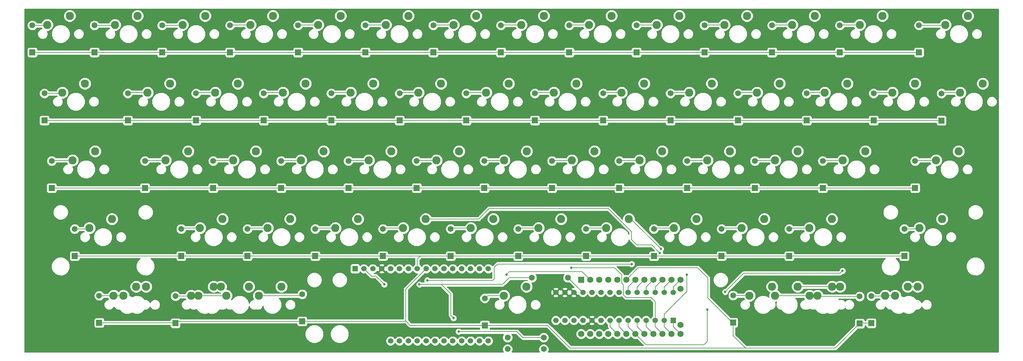
<source format=gtl>
G04 #@! TF.FileFunction,Copper,L1,Top,Signal*
%FSLAX46Y46*%
G04 Gerber Fmt 4.6, Leading zero omitted, Abs format (unit mm)*
G04 Created by KiCad (PCBNEW (2015-10-16 BZR 6271)-product) date Sunday, March 05, 2017 'AMt' 10:42:39 AM*
%MOMM*%
G01*
G04 APERTURE LIST*
%ADD10C,0.100000*%
%ADD11R,1.752600X1.752600*%
%ADD12C,1.752600*%
%ADD13R,1.524000X1.524000*%
%ADD14C,1.524000*%
%ADD15C,2.286000*%
%ADD16C,1.651000*%
%ADD17R,1.651000X1.651000*%
%ADD18C,0.685800*%
%ADD19C,0.152400*%
%ADD20C,0.254000*%
G04 APERTURE END LIST*
D10*
D11*
X146405000Y-69180000D03*
D12*
X148945000Y-69180000D03*
X151485000Y-69180000D03*
X154025000Y-69180000D03*
X156565000Y-69180000D03*
X159105000Y-69180000D03*
X161645000Y-69180000D03*
X164185000Y-69180000D03*
X166725000Y-69180000D03*
X169265000Y-69180000D03*
X171805000Y-69180000D03*
X174345000Y-69180000D03*
X174345000Y-71720000D03*
X174345000Y-81880000D03*
X174345000Y-84420000D03*
X171805000Y-84420000D03*
X169265000Y-84420000D03*
X166725000Y-84420000D03*
X164185000Y-84420000D03*
X161645000Y-84420000D03*
X159105000Y-84420000D03*
X156565000Y-84420000D03*
X154025000Y-84420000D03*
X151485000Y-84420000D03*
X148945000Y-84420000D03*
X146405000Y-84420000D03*
D13*
X172300000Y-80624000D03*
D14*
X169760000Y-80624000D03*
X167220000Y-80624000D03*
X164680000Y-80624000D03*
X162140000Y-80624000D03*
X159600000Y-80624000D03*
X157060000Y-80624000D03*
X154520000Y-80624000D03*
X151980000Y-80624000D03*
X149440000Y-80624000D03*
X146900000Y-80624000D03*
X144360000Y-80624000D03*
X141820000Y-80624000D03*
X139280000Y-80624000D03*
X139280000Y-72750000D03*
X141820000Y-72750000D03*
X144360000Y-72750000D03*
X146900000Y-72750000D03*
X149440000Y-72750000D03*
X151980000Y-72750000D03*
X154520000Y-72750000D03*
X157060000Y-72750000D03*
X159600000Y-72750000D03*
X162140000Y-72750000D03*
X164680000Y-72750000D03*
X167220000Y-72750000D03*
X169760000Y-72750000D03*
X172300000Y-72750000D03*
D15*
X35877500Y-33020000D03*
X29527500Y-35560000D03*
X121740000Y-52095000D03*
X115390000Y-54635000D03*
X255190000Y5080000D03*
X248840000Y2540000D03*
X83640000Y-52095000D03*
X77290000Y-54635000D03*
X9683750Y-33020000D03*
X3333750Y-35560000D03*
X178890000Y-52095000D03*
X172540000Y-54635000D03*
D16*
X10825000Y-73690000D03*
D17*
X10825000Y-81310000D03*
D16*
X32275000Y-73790000D03*
D17*
X32275000Y-81410000D03*
D16*
X-7975000Y2410000D03*
D17*
X-7975000Y-5210000D03*
D16*
X-4575000Y-16740000D03*
D17*
X-4575000Y-24360000D03*
D16*
X-2525000Y-35765000D03*
D17*
X-2525000Y-43385000D03*
D16*
X3950000Y-54890000D03*
D17*
X3950000Y-62510000D03*
D16*
X9500000Y2410000D03*
D17*
X9500000Y-5210000D03*
D16*
X18875000Y-16740000D03*
D17*
X18875000Y-24360000D03*
D16*
X23700000Y-35765000D03*
D17*
X23700000Y-43385000D03*
D16*
X33900000Y-54890000D03*
D17*
X33900000Y-62510000D03*
D16*
X28525000Y2410000D03*
D17*
X28525000Y-5210000D03*
D16*
X38075000Y-16740000D03*
D17*
X38075000Y-24360000D03*
D16*
X42900000Y-35765000D03*
D17*
X42900000Y-43385000D03*
D16*
X52550000Y-54890000D03*
D17*
X52550000Y-62510000D03*
D16*
X67925000Y-73265000D03*
D17*
X67925000Y-80885000D03*
D15*
X73977500Y-33020000D03*
X67627500Y-35560000D03*
D16*
X47650000Y2410000D03*
D17*
X47650000Y-5210000D03*
D16*
X57100000Y-16740000D03*
D17*
X57100000Y-24360000D03*
D16*
X62000000Y-35765000D03*
D17*
X62000000Y-43385000D03*
D16*
X71600000Y-54890000D03*
D17*
X71600000Y-62510000D03*
D16*
X66775000Y2410000D03*
D17*
X66775000Y-5210000D03*
D16*
X76125000Y-16740000D03*
D17*
X76125000Y-24360000D03*
D16*
X80950000Y-35765000D03*
D17*
X80950000Y-43385000D03*
D16*
X90650000Y-54890000D03*
D17*
X90650000Y-62510000D03*
D16*
X85700000Y2410000D03*
D17*
X85700000Y-5210000D03*
D16*
X95325000Y-16740000D03*
D17*
X95325000Y-24360000D03*
D16*
X100150000Y-35765000D03*
D17*
X100150000Y-43385000D03*
D16*
X109700000Y-54890000D03*
D17*
X109700000Y-62510000D03*
D16*
X119300000Y-74415000D03*
D17*
X119300000Y-82035000D03*
D16*
X104825000Y2410000D03*
D17*
X104825000Y-5210000D03*
D16*
X114100000Y-16740000D03*
D17*
X114100000Y-24360000D03*
D16*
X119175000Y-35765000D03*
D17*
X119175000Y-43385000D03*
D16*
X128700000Y-54890000D03*
D17*
X128700000Y-62510000D03*
D16*
X123850000Y2410000D03*
D17*
X123850000Y-5210000D03*
D16*
X133375000Y-16740000D03*
D17*
X133375000Y-24360000D03*
D16*
X138200000Y-35765000D03*
D17*
X138200000Y-43385000D03*
D16*
X147800000Y-54890000D03*
D17*
X147800000Y-62510000D03*
D16*
X143050000Y2410000D03*
D17*
X143050000Y-5210000D03*
D16*
X152600000Y-16740000D03*
D17*
X152600000Y-24360000D03*
D16*
X157125000Y-35765000D03*
D17*
X157125000Y-43385000D03*
D16*
X166875000Y-54890000D03*
D17*
X166875000Y-62510000D03*
D16*
X161975000Y2410000D03*
D17*
X161975000Y-5210000D03*
D16*
X171525000Y-16740000D03*
D17*
X171525000Y-24360000D03*
D16*
X176250000Y-35765000D03*
D17*
X176250000Y-43385000D03*
D16*
X185900000Y-54890000D03*
D17*
X185900000Y-62510000D03*
D16*
X189175000Y-73615000D03*
D17*
X189175000Y-81235000D03*
D16*
X181100000Y2410000D03*
D17*
X181100000Y-5210000D03*
D16*
X190550000Y-16740000D03*
D17*
X190550000Y-24360000D03*
D16*
X195275000Y-35765000D03*
D17*
X195275000Y-43385000D03*
D16*
X204950000Y-54890000D03*
D17*
X204950000Y-62510000D03*
D16*
X200125000Y2410000D03*
D17*
X200125000Y-5210000D03*
D16*
X209850000Y-16740000D03*
D17*
X209850000Y-24360000D03*
D16*
X214375000Y-35765000D03*
D17*
X214375000Y-43385000D03*
D16*
X237325000Y-54890000D03*
D17*
X237325000Y-62510000D03*
D16*
X224750000Y-73890000D03*
D17*
X224750000Y-81510000D03*
D16*
X219175000Y2410000D03*
D17*
X219175000Y-5210000D03*
D16*
X228675000Y-16740000D03*
D17*
X228675000Y-24360000D03*
D16*
X240350000Y-35765000D03*
D17*
X240350000Y-43385000D03*
D16*
X241450000Y2410000D03*
D17*
X241450000Y-5210000D03*
D16*
X247775000Y-16765000D03*
D17*
X247775000Y-24385000D03*
D16*
X228025000Y-73790000D03*
D17*
X228025000Y-81410000D03*
D15*
X212090000Y5080000D03*
X205740000Y2540000D03*
X68897600Y-13970000D03*
X62547600Y-16510000D03*
X252571250Y-33020000D03*
X246221250Y-35560000D03*
X231140000Y5080000D03*
X224790000Y2540000D03*
X2540000Y5080000D03*
X-3810000Y2540000D03*
X93027500Y-33020000D03*
X86677500Y-35560000D03*
X259397600Y-13970000D03*
X253047600Y-16510000D03*
X216990000Y-52095000D03*
X210640000Y-54635000D03*
X112077500Y-33020000D03*
X105727500Y-35560000D03*
X131127500Y-33020000D03*
X124777500Y-35560000D03*
X164147600Y-13970000D03*
X157797600Y-16510000D03*
X150177500Y-33020000D03*
X143827500Y-35560000D03*
X169227500Y-33020000D03*
X162877500Y-35560000D03*
X188277500Y-33020000D03*
X181927500Y-35560000D03*
X221297600Y-13970000D03*
X214947600Y-16510000D03*
X43021200Y-71120000D03*
X36671200Y-73660000D03*
X21240000Y-71120000D03*
X14890000Y-73660000D03*
X62071200Y-71120000D03*
X55721200Y-73660000D03*
X52915000Y-71120000D03*
X46565000Y-73660000D03*
X45040000Y-71120000D03*
X38690000Y-73660000D03*
X23971200Y-71120000D03*
X17621200Y-73660000D03*
X14440000Y-52095000D03*
X8090000Y-54635000D03*
X159840000Y-52095000D03*
X153490000Y-54635000D03*
X140790000Y-52095000D03*
X134440000Y-54635000D03*
X193040000Y5080000D03*
X186690000Y2540000D03*
X21590000Y5080000D03*
X15240000Y2540000D03*
X40640000Y5080000D03*
X34290000Y2540000D03*
X59690000Y5080000D03*
X53340000Y2540000D03*
X78740000Y5080000D03*
X72390000Y2540000D03*
X97790000Y5080000D03*
X91440000Y2540000D03*
X116840000Y5080000D03*
X110490000Y2540000D03*
X135890000Y5080000D03*
X129540000Y2540000D03*
X154940000Y5080000D03*
X148590000Y2540000D03*
X173990000Y5080000D03*
X167640000Y2540000D03*
X183197600Y-13970000D03*
X176847600Y-16510000D03*
X202247600Y-13970000D03*
X195897600Y-16510000D03*
X197940000Y-52095000D03*
X191590000Y-54635000D03*
X30797600Y-13970000D03*
X24447600Y-16510000D03*
X226377500Y-33020000D03*
X220027500Y-35560000D03*
X87947600Y-13970000D03*
X81597600Y-16510000D03*
X240347600Y-13970000D03*
X233997600Y-16510000D03*
X219233700Y-71120000D03*
X212883700Y-73660000D03*
X241060000Y-71120000D03*
X234710000Y-73660000D03*
X200140000Y-71120000D03*
X193790000Y-73660000D03*
X207327500Y-71120000D03*
X200977500Y-73660000D03*
X217010000Y-71120000D03*
X210660000Y-73660000D03*
X238283700Y-71120000D03*
X231933700Y-73660000D03*
X247940000Y-52095000D03*
X241590000Y-54635000D03*
X54927500Y-33020000D03*
X48577500Y-35560000D03*
X207327500Y-33020000D03*
X200977500Y-35560000D03*
X131040000Y-71120000D03*
X124690000Y-73660000D03*
X106997600Y-13970000D03*
X100647600Y-16510000D03*
X6797600Y-13970000D03*
X447600Y-16510000D03*
X145097600Y-13970000D03*
X138747600Y-16510000D03*
X102690000Y-52095000D03*
X96340000Y-54635000D03*
X49847600Y-13970000D03*
X43497600Y-16510000D03*
X64590000Y-52095000D03*
X58240000Y-54635000D03*
X126047600Y-13970000D03*
X119697600Y-16510000D03*
X45540000Y-52095000D03*
X39190000Y-54635000D03*
D14*
X92800000Y-86400000D03*
X95300000Y-86400000D03*
X97800000Y-86400000D03*
X100300000Y-86400000D03*
X102800000Y-86400000D03*
X105300000Y-86400000D03*
X107800000Y-86400000D03*
X110300000Y-86400000D03*
X112800000Y-86400000D03*
X115300000Y-86400000D03*
X117800000Y-86400000D03*
X120300000Y-86400000D03*
X120300000Y-66080000D03*
X117800000Y-66080000D03*
X115300000Y-66080000D03*
X112800000Y-66080000D03*
X110300000Y-66080000D03*
X107800000Y-66080000D03*
X105300000Y-66080000D03*
X102800000Y-66080000D03*
X100300000Y-66080000D03*
X97800000Y-66080000D03*
X95300000Y-66080000D03*
X92800000Y-66080000D03*
X90300000Y-66080000D03*
X87800000Y-66080000D03*
X85300000Y-66080000D03*
D13*
X82800000Y-66080000D03*
D16*
X135880000Y-85450000D03*
X125720000Y-85450000D03*
X135880000Y-88700000D03*
X125720000Y-88700000D03*
X132545000Y-68625000D03*
X142705000Y-68625000D03*
D18*
X103125000Y-69375000D03*
X160625000Y-64775000D03*
X125450000Y-67725000D03*
X168550000Y-61625000D03*
X143600000Y-65800000D03*
X168825000Y-60500000D03*
X176125000Y-67750000D03*
X181900000Y-77625000D03*
X186925000Y-72600000D03*
X219950000Y-66675000D03*
X110500000Y-79975000D03*
X111950000Y-83775000D03*
X91025000Y-70500000D03*
X100900000Y-70500000D03*
D19*
X162140000Y-72750000D02*
X162140000Y-71225000D01*
X162140000Y-71225000D02*
X164185000Y-69180000D01*
X29527500Y-35560000D02*
X23905000Y-35560000D01*
X23905000Y-35560000D02*
X23700000Y-35765000D01*
X172300000Y-72750000D02*
X172300000Y-71225000D01*
X172300000Y-71225000D02*
X174345000Y-69180000D01*
X115390000Y-54635000D02*
X109955000Y-54635000D01*
X109955000Y-54635000D02*
X109700000Y-54890000D01*
X154520000Y-80624000D02*
X154520000Y-82375000D01*
X154520000Y-82375000D02*
X156565000Y-84420000D01*
X241450000Y2410000D02*
X248710000Y2410000D01*
X248710000Y2410000D02*
X248840000Y2540000D01*
X121550000Y-69375000D02*
X103125000Y-69375000D01*
X121950000Y-68975000D02*
X121550000Y-69375000D01*
X121950000Y-65725000D02*
X121950000Y-68975000D01*
X122900000Y-64775000D02*
X121950000Y-65725000D01*
X160625000Y-64775000D02*
X122900000Y-64775000D01*
X167220000Y-72750000D02*
X167220000Y-71225000D01*
X167220000Y-71225000D02*
X169265000Y-69180000D01*
X77290000Y-54635000D02*
X71855000Y-54635000D01*
X71855000Y-54635000D02*
X71600000Y-54890000D01*
X164680000Y-72750000D02*
X164680000Y-71225000D01*
X164680000Y-71225000D02*
X166725000Y-69180000D01*
X3333750Y-35560000D02*
X-2320000Y-35560000D01*
X-2320000Y-35560000D02*
X-2525000Y-35765000D01*
X172300000Y-80624000D02*
X172300000Y-82375000D01*
X172300000Y-82375000D02*
X174345000Y-84420000D01*
X174345000Y-84420000D02*
X174095000Y-84420000D01*
X172540000Y-54635000D02*
X167130000Y-54635000D01*
X167130000Y-54635000D02*
X166875000Y-54890000D01*
X146715000Y-66950000D02*
X148945000Y-69180000D01*
X126225000Y-66950000D02*
X146715000Y-66950000D01*
X125450000Y-67725000D02*
X126225000Y-66950000D01*
X9500000Y-5210000D02*
X28525000Y-5210000D01*
X28525000Y-5210000D02*
X47650000Y-5210000D01*
X47650000Y-5210000D02*
X66775000Y-5210000D01*
X66775000Y-5210000D02*
X85700000Y-5210000D01*
X85700000Y-5210000D02*
X104825000Y-5210000D01*
X104825000Y-5210000D02*
X123850000Y-5210000D01*
X123850000Y-5210000D02*
X143050000Y-5210000D01*
X143050000Y-5210000D02*
X161975000Y-5210000D01*
X161975000Y-5210000D02*
X181100000Y-5210000D01*
X181100000Y-5210000D02*
X200125000Y-5210000D01*
X200125000Y-5210000D02*
X219175000Y-5210000D01*
X219175000Y-5210000D02*
X241450000Y-5210000D01*
X-7975000Y-5210000D02*
X9500000Y-5210000D01*
X9400000Y-5360000D02*
X9500000Y-5260000D01*
X47575000Y-5260000D02*
X47675000Y-5360000D01*
X123850000Y-5360000D02*
X123925000Y-5435000D01*
X161875000Y-5435000D02*
X162050000Y-5260000D01*
X200050000Y-5260000D02*
X200325000Y-5535000D01*
X241175000Y-5535000D02*
X241450000Y-5260000D01*
X-4575000Y-24360000D02*
X18875000Y-24360000D01*
X18875000Y-24360000D02*
X38075000Y-24360000D01*
X38075000Y-24360000D02*
X57100000Y-24360000D01*
X57100000Y-24360000D02*
X76125000Y-24360000D01*
X76125000Y-24360000D02*
X95325000Y-24360000D01*
X95325000Y-24360000D02*
X114100000Y-24360000D01*
X114100000Y-24360000D02*
X133375000Y-24360000D01*
X133375000Y-24360000D02*
X152600000Y-24360000D01*
X152600000Y-24360000D02*
X171525000Y-24360000D01*
X171525000Y-24360000D02*
X190550000Y-24360000D01*
X190550000Y-24360000D02*
X209850000Y-24360000D01*
X209850000Y-24360000D02*
X228675000Y-24360000D01*
X228675000Y-24360000D02*
X228700000Y-24385000D01*
X228700000Y-24385000D02*
X247775000Y-24385000D01*
X-2525000Y-43385000D02*
X23700000Y-43385000D01*
X23700000Y-43385000D02*
X42900000Y-43385000D01*
X42900000Y-43385000D02*
X62000000Y-43385000D01*
X62000000Y-43385000D02*
X80950000Y-43385000D01*
X80950000Y-43385000D02*
X100150000Y-43385000D01*
X100150000Y-43385000D02*
X119175000Y-43385000D01*
X119175000Y-43385000D02*
X138200000Y-43385000D01*
X138200000Y-43385000D02*
X157125000Y-43385000D01*
X157125000Y-43385000D02*
X176250000Y-43385000D01*
X176250000Y-43385000D02*
X195275000Y-43385000D01*
X195275000Y-43385000D02*
X214375000Y-43385000D01*
X214375000Y-43385000D02*
X240350000Y-43385000D01*
X100300000Y-66080000D02*
X100300000Y-63400000D01*
X100300000Y-63400000D02*
X101190000Y-62510000D01*
X3950000Y-62510000D02*
X33900000Y-62510000D01*
X33900000Y-62510000D02*
X52550000Y-62510000D01*
X52550000Y-62510000D02*
X71600000Y-62510000D01*
X71600000Y-62510000D02*
X90650000Y-62510000D01*
X90650000Y-62510000D02*
X101190000Y-62510000D01*
X101190000Y-62510000D02*
X109700000Y-62510000D01*
X109700000Y-62510000D02*
X128700000Y-62510000D01*
X128700000Y-62510000D02*
X147800000Y-62510000D01*
X147800000Y-62510000D02*
X166875000Y-62510000D01*
X166875000Y-62510000D02*
X185900000Y-62510000D01*
X185900000Y-62510000D02*
X204950000Y-62510000D01*
X204950000Y-62510000D02*
X237325000Y-62510000D01*
X189175000Y-81235000D02*
X188960000Y-81235000D01*
X188960000Y-81235000D02*
X182050000Y-74325000D01*
X162460000Y-65825000D02*
X159105000Y-69180000D01*
X179150000Y-65825000D02*
X162460000Y-65825000D01*
X182050000Y-68725000D02*
X179150000Y-65825000D01*
X182050000Y-74325000D02*
X182050000Y-68725000D01*
X189175000Y-81235000D02*
X189175000Y-84950000D01*
X189175000Y-84950000D02*
X192625000Y-88400000D01*
X119300000Y-82035000D02*
X136960000Y-82035000D01*
X217860000Y-88400000D02*
X224850000Y-81410000D01*
X143325000Y-88400000D02*
X192625000Y-88400000D01*
X192625000Y-88400000D02*
X217860000Y-88400000D01*
X136960000Y-82035000D02*
X143325000Y-88400000D01*
X224850000Y-81410000D02*
X228025000Y-81410000D01*
X97075000Y-80885000D02*
X97075000Y-71805000D01*
X97075000Y-71805000D02*
X102800000Y-66080000D01*
X67925000Y-80885000D02*
X97075000Y-80885000D01*
X97075000Y-80885000D02*
X97210000Y-80885000D01*
X98360000Y-82035000D02*
X119300000Y-82035000D01*
X97210000Y-80885000D02*
X98360000Y-82035000D01*
X10825000Y-81310000D02*
X32175000Y-81310000D01*
X32175000Y-81310000D02*
X32600000Y-80885000D01*
X32600000Y-80885000D02*
X67925000Y-80885000D01*
X159600000Y-73225000D02*
X159600000Y-72750000D01*
X159600000Y-72750000D02*
X159600000Y-71225000D01*
X159600000Y-71225000D02*
X161645000Y-69180000D01*
X102690000Y-52095000D02*
X117605000Y-52095000D01*
X166325000Y-59400000D02*
X168550000Y-61625000D01*
X162075000Y-59400000D02*
X166325000Y-59400000D01*
X160550000Y-57875000D02*
X162075000Y-59400000D01*
X160550000Y-55650000D02*
X160550000Y-57875000D01*
X154050000Y-49150000D02*
X160550000Y-55650000D01*
X120550000Y-49150000D02*
X154050000Y-49150000D01*
X117605000Y-52095000D02*
X120550000Y-49150000D01*
X169760000Y-72750000D02*
X169760000Y-71225000D01*
X169760000Y-71225000D02*
X171805000Y-69180000D01*
X167220000Y-80624000D02*
X167220000Y-75320000D01*
X155800000Y-65800000D02*
X143600000Y-65800000D01*
X157825000Y-67825000D02*
X155800000Y-65800000D01*
X157825000Y-70175000D02*
X157825000Y-67825000D01*
X158275000Y-70625000D02*
X157825000Y-70175000D01*
X158275000Y-73425000D02*
X158275000Y-70625000D01*
X159025000Y-74175000D02*
X158275000Y-73425000D01*
X166075000Y-74175000D02*
X159025000Y-74175000D01*
X167220000Y-75320000D02*
X166075000Y-74175000D01*
X167220000Y-80624000D02*
X167220000Y-80495000D01*
X167220000Y-82375000D02*
X169265000Y-84420000D01*
X167220000Y-80624000D02*
X167220000Y-82375000D01*
X169760000Y-80624000D02*
X169760000Y-78840000D01*
X168825000Y-60500000D02*
X160420000Y-52095000D01*
X176125000Y-72475000D02*
X176125000Y-67750000D01*
X169760000Y-78840000D02*
X176125000Y-72475000D01*
X160420000Y-52095000D02*
X159840000Y-52095000D01*
X169760000Y-80624000D02*
X169760000Y-82375000D01*
X169760000Y-82375000D02*
X171805000Y-84420000D01*
X164680000Y-80624000D02*
X164680000Y-82375000D01*
X164680000Y-82375000D02*
X166725000Y-84420000D01*
X162140000Y-80624000D02*
X162140000Y-82375000D01*
X162140000Y-82375000D02*
X164185000Y-84420000D01*
X219233700Y-71120000D02*
X217010000Y-71120000D01*
X217010000Y-71120000D02*
X207327500Y-71120000D01*
X164700000Y-87475000D02*
X161645000Y-84420000D01*
X181000000Y-87475000D02*
X164700000Y-87475000D01*
X181900000Y-86575000D02*
X181000000Y-87475000D01*
X181900000Y-84300000D02*
X181900000Y-86575000D01*
X181900000Y-77625000D02*
X181900000Y-84300000D01*
X192150000Y-67375000D02*
X186925000Y-72600000D01*
X219250000Y-67375000D02*
X192150000Y-67375000D01*
X219950000Y-66675000D02*
X219250000Y-67375000D01*
X159600000Y-80624000D02*
X159600000Y-82375000D01*
X159600000Y-82375000D02*
X161645000Y-84420000D01*
X157060000Y-80624000D02*
X157060000Y-82375000D01*
X157060000Y-82375000D02*
X159105000Y-84420000D01*
X241060000Y-71120000D02*
X238283700Y-71120000D01*
X17621200Y-73660000D02*
X14890000Y-73660000D01*
X14890000Y-73660000D02*
X14860000Y-73690000D01*
X14860000Y-73690000D02*
X10825000Y-73690000D01*
X46565000Y-73660000D02*
X38690000Y-73660000D01*
X38690000Y-73660000D02*
X36671200Y-73660000D01*
X36671200Y-73660000D02*
X36541200Y-73790000D01*
X36541200Y-73790000D02*
X32275000Y-73790000D01*
X-7975000Y2410000D02*
X-3940000Y2410000D01*
X-3940000Y2410000D02*
X-3810000Y2540000D01*
X-4575000Y-16740000D02*
X217600Y-16740000D01*
X217600Y-16740000D02*
X447600Y-16510000D01*
X3950000Y-54890000D02*
X7835000Y-54890000D01*
X7835000Y-54890000D02*
X8090000Y-54635000D01*
X9500000Y2410000D02*
X15110000Y2410000D01*
X15110000Y2410000D02*
X15240000Y2540000D01*
X24447600Y-16510000D02*
X19105000Y-16510000D01*
X19105000Y-16510000D02*
X18875000Y-16740000D01*
X39190000Y-54635000D02*
X34155000Y-54635000D01*
X34155000Y-54635000D02*
X33900000Y-54890000D01*
X28525000Y2410000D02*
X34160000Y2410000D01*
X34160000Y2410000D02*
X34290000Y2540000D01*
X43497600Y-16510000D02*
X38305000Y-16510000D01*
X38305000Y-16510000D02*
X38075000Y-16740000D01*
X48577500Y-35560000D02*
X43105000Y-35560000D01*
X43105000Y-35560000D02*
X42900000Y-35765000D01*
X58240000Y-54635000D02*
X52805000Y-54635000D01*
X52805000Y-54635000D02*
X52550000Y-54890000D01*
X55721200Y-73660000D02*
X67530000Y-73660000D01*
X67530000Y-73660000D02*
X67925000Y-73265000D01*
X67627500Y-35560000D02*
X62205000Y-35560000D01*
X62205000Y-35560000D02*
X62000000Y-35765000D01*
X53340000Y2540000D02*
X47780000Y2540000D01*
X47780000Y2540000D02*
X47650000Y2410000D01*
X62547600Y-16510000D02*
X57330000Y-16510000D01*
X57330000Y-16510000D02*
X57100000Y-16740000D01*
X72390000Y2540000D02*
X66905000Y2540000D01*
X66905000Y2540000D02*
X66775000Y2410000D01*
X81597600Y-16510000D02*
X76355000Y-16510000D01*
X76355000Y-16510000D02*
X76125000Y-16740000D01*
X86677500Y-35560000D02*
X81155000Y-35560000D01*
X81155000Y-35560000D02*
X80950000Y-35765000D01*
X96340000Y-54635000D02*
X90905000Y-54635000D01*
X90905000Y-54635000D02*
X90650000Y-54890000D01*
X91440000Y2540000D02*
X85830000Y2540000D01*
X85830000Y2540000D02*
X85700000Y2410000D01*
X100647600Y-16510000D02*
X95555000Y-16510000D01*
X95555000Y-16510000D02*
X95325000Y-16740000D01*
X105727500Y-35560000D02*
X100355000Y-35560000D01*
X100355000Y-35560000D02*
X100150000Y-35765000D01*
X124690000Y-73660000D02*
X120055000Y-73660000D01*
X120055000Y-73660000D02*
X119300000Y-74415000D01*
X110490000Y2540000D02*
X104955000Y2540000D01*
X104955000Y2540000D02*
X104825000Y2410000D01*
X119697600Y-16510000D02*
X114330000Y-16510000D01*
X114330000Y-16510000D02*
X114100000Y-16740000D01*
X124777500Y-35560000D02*
X119380000Y-35560000D01*
X119380000Y-35560000D02*
X119175000Y-35765000D01*
X134440000Y-54635000D02*
X128955000Y-54635000D01*
X128955000Y-54635000D02*
X128700000Y-54890000D01*
X129540000Y2540000D02*
X123980000Y2540000D01*
X123980000Y2540000D02*
X123850000Y2410000D01*
X138747600Y-16510000D02*
X133605000Y-16510000D01*
X133605000Y-16510000D02*
X133375000Y-16740000D01*
X143827500Y-35560000D02*
X138405000Y-35560000D01*
X138405000Y-35560000D02*
X138200000Y-35765000D01*
X153490000Y-54635000D02*
X148055000Y-54635000D01*
X148055000Y-54635000D02*
X147800000Y-54890000D01*
X148590000Y2540000D02*
X143180000Y2540000D01*
X143180000Y2540000D02*
X143050000Y2410000D01*
X157797600Y-16510000D02*
X152830000Y-16510000D01*
X152830000Y-16510000D02*
X152600000Y-16740000D01*
X162877500Y-35560000D02*
X157330000Y-35560000D01*
X157330000Y-35560000D02*
X157125000Y-35765000D01*
X167640000Y2540000D02*
X162105000Y2540000D01*
X162105000Y2540000D02*
X161975000Y2410000D01*
X176847600Y-16510000D02*
X171755000Y-16510000D01*
X171755000Y-16510000D02*
X171525000Y-16740000D01*
X181927500Y-35560000D02*
X176455000Y-35560000D01*
X176455000Y-35560000D02*
X176250000Y-35765000D01*
X191590000Y-54635000D02*
X186155000Y-54635000D01*
X186155000Y-54635000D02*
X185900000Y-54890000D01*
X189175000Y-73615000D02*
X193745000Y-73615000D01*
X193745000Y-73615000D02*
X193790000Y-73660000D01*
X186690000Y2540000D02*
X181230000Y2540000D01*
X181230000Y2540000D02*
X181100000Y2410000D01*
X195897600Y-16510000D02*
X190780000Y-16510000D01*
X190780000Y-16510000D02*
X190550000Y-16740000D01*
X200977500Y-35560000D02*
X195480000Y-35560000D01*
X195480000Y-35560000D02*
X195275000Y-35765000D01*
X210640000Y-54635000D02*
X205205000Y-54635000D01*
X205205000Y-54635000D02*
X204950000Y-54890000D01*
X205740000Y2540000D02*
X200255000Y2540000D01*
X200255000Y2540000D02*
X200125000Y2410000D01*
X214947600Y-16510000D02*
X210080000Y-16510000D01*
X210080000Y-16510000D02*
X209850000Y-16740000D01*
X220027500Y-35560000D02*
X214580000Y-35560000D01*
X214580000Y-35560000D02*
X214375000Y-35765000D01*
X237325000Y-54890000D02*
X241335000Y-54890000D01*
X241335000Y-54890000D02*
X241590000Y-54635000D01*
X200977500Y-73660000D02*
X210660000Y-73660000D01*
X210660000Y-73660000D02*
X212883700Y-73660000D01*
X212883700Y-73660000D02*
X213113700Y-73890000D01*
X213113700Y-73890000D02*
X224750000Y-73890000D01*
X224790000Y2540000D02*
X219305000Y2540000D01*
X219305000Y2540000D02*
X219175000Y2410000D01*
X233997600Y-16510000D02*
X228905000Y-16510000D01*
X228905000Y-16510000D02*
X228675000Y-16740000D01*
X246221250Y-35560000D02*
X240555000Y-35560000D01*
X240555000Y-35560000D02*
X240350000Y-35765000D01*
X228025000Y-73790000D02*
X231803700Y-73790000D01*
X231803700Y-73790000D02*
X231933700Y-73660000D01*
X231933700Y-73660000D02*
X234710000Y-73660000D01*
X253047600Y-16510000D02*
X248030000Y-16510000D01*
X248030000Y-16510000D02*
X247775000Y-16765000D01*
X135880000Y-85475000D02*
X130000000Y-85475000D01*
X109750000Y-73200000D02*
X107050000Y-70500000D01*
X109750000Y-79225000D02*
X109750000Y-73200000D01*
X110500000Y-79975000D02*
X109750000Y-79225000D01*
X128300000Y-83775000D02*
X111950000Y-83775000D01*
X130000000Y-85475000D02*
X128300000Y-83775000D01*
X132520000Y-68625000D02*
X126200000Y-68625000D01*
X124325000Y-70500000D02*
X107050000Y-70500000D01*
X126200000Y-68625000D02*
X124325000Y-70500000D01*
X107050000Y-70500000D02*
X100900000Y-70500000D01*
X88700000Y-68175000D02*
X87395000Y-68175000D01*
X91025000Y-70500000D02*
X88700000Y-68175000D01*
X87395000Y-68175000D02*
X85300000Y-66080000D01*
X146900000Y-72750000D02*
X146805000Y-72750000D01*
X146805000Y-72750000D02*
X142680000Y-68625000D01*
X146675000Y-72750000D02*
X146900000Y-72750000D01*
D20*
G36*
X263765000Y-89515000D02*
X137122989Y-89515000D01*
X137340246Y-88991786D01*
X137340753Y-88410763D01*
X137118874Y-87873774D01*
X136708387Y-87462570D01*
X136171786Y-87239754D01*
X135590763Y-87239247D01*
X135053774Y-87461126D01*
X134642570Y-87871613D01*
X134419754Y-88408214D01*
X134419247Y-88989237D01*
X134636488Y-89515000D01*
X126962989Y-89515000D01*
X127180246Y-88991786D01*
X127180753Y-88410763D01*
X126958874Y-87873774D01*
X126548387Y-87462570D01*
X126011786Y-87239754D01*
X125430763Y-87239247D01*
X124893774Y-87461126D01*
X124482570Y-87871613D01*
X124259754Y-88408214D01*
X124259247Y-88989237D01*
X124476488Y-89515000D01*
X-10090000Y-89515000D01*
X-10090000Y-84975626D01*
X68720645Y-84975626D01*
X69120028Y-85942207D01*
X69858904Y-86682373D01*
X70824785Y-87083442D01*
X71870626Y-87084355D01*
X72837207Y-86684972D01*
X73577373Y-85946096D01*
X73978442Y-84980215D01*
X73978446Y-84975626D01*
X75832645Y-84975626D01*
X76232028Y-85942207D01*
X76970904Y-86682373D01*
X77936785Y-87083442D01*
X78982626Y-87084355D01*
X79949207Y-86684972D01*
X79957532Y-86676661D01*
X91402758Y-86676661D01*
X91614990Y-87190303D01*
X92007630Y-87583629D01*
X92520900Y-87796757D01*
X93076661Y-87797242D01*
X93590303Y-87585010D01*
X93983629Y-87192370D01*
X94049900Y-87032772D01*
X94114990Y-87190303D01*
X94507630Y-87583629D01*
X95020900Y-87796757D01*
X95576661Y-87797242D01*
X96090303Y-87585010D01*
X96483629Y-87192370D01*
X96549900Y-87032772D01*
X96614990Y-87190303D01*
X97007630Y-87583629D01*
X97520900Y-87796757D01*
X98076661Y-87797242D01*
X98590303Y-87585010D01*
X98983629Y-87192370D01*
X99049900Y-87032772D01*
X99114990Y-87190303D01*
X99507630Y-87583629D01*
X100020900Y-87796757D01*
X100576661Y-87797242D01*
X101090303Y-87585010D01*
X101483629Y-87192370D01*
X101549900Y-87032772D01*
X101614990Y-87190303D01*
X102007630Y-87583629D01*
X102520900Y-87796757D01*
X103076661Y-87797242D01*
X103590303Y-87585010D01*
X103983629Y-87192370D01*
X104049900Y-87032772D01*
X104114990Y-87190303D01*
X104507630Y-87583629D01*
X105020900Y-87796757D01*
X105576661Y-87797242D01*
X106090303Y-87585010D01*
X106483629Y-87192370D01*
X106549900Y-87032772D01*
X106614990Y-87190303D01*
X107007630Y-87583629D01*
X107520900Y-87796757D01*
X108076661Y-87797242D01*
X108590303Y-87585010D01*
X108983629Y-87192370D01*
X109049900Y-87032772D01*
X109114990Y-87190303D01*
X109507630Y-87583629D01*
X110020900Y-87796757D01*
X110576661Y-87797242D01*
X111090303Y-87585010D01*
X111483629Y-87192370D01*
X111549900Y-87032772D01*
X111614990Y-87190303D01*
X112007630Y-87583629D01*
X112520900Y-87796757D01*
X113076661Y-87797242D01*
X113590303Y-87585010D01*
X113983629Y-87192370D01*
X114049900Y-87032772D01*
X114114990Y-87190303D01*
X114507630Y-87583629D01*
X115020900Y-87796757D01*
X115576661Y-87797242D01*
X116090303Y-87585010D01*
X116483629Y-87192370D01*
X116549900Y-87032772D01*
X116614990Y-87190303D01*
X117007630Y-87583629D01*
X117520900Y-87796757D01*
X118076661Y-87797242D01*
X118590303Y-87585010D01*
X118983629Y-87192370D01*
X119049900Y-87032772D01*
X119114990Y-87190303D01*
X119507630Y-87583629D01*
X120020900Y-87796757D01*
X120576661Y-87797242D01*
X121090303Y-87585010D01*
X121483629Y-87192370D01*
X121696757Y-86679100D01*
X121697242Y-86123339D01*
X121485010Y-85609697D01*
X121092370Y-85216371D01*
X120579100Y-85003243D01*
X120023339Y-85002758D01*
X119509697Y-85214990D01*
X119116371Y-85607630D01*
X119050100Y-85767228D01*
X118985010Y-85609697D01*
X118592370Y-85216371D01*
X118079100Y-85003243D01*
X117523339Y-85002758D01*
X117009697Y-85214990D01*
X116616371Y-85607630D01*
X116550100Y-85767228D01*
X116485010Y-85609697D01*
X116092370Y-85216371D01*
X115579100Y-85003243D01*
X115023339Y-85002758D01*
X114509697Y-85214990D01*
X114116371Y-85607630D01*
X114050100Y-85767228D01*
X113985010Y-85609697D01*
X113592370Y-85216371D01*
X113079100Y-85003243D01*
X112523339Y-85002758D01*
X112009697Y-85214990D01*
X111616371Y-85607630D01*
X111550100Y-85767228D01*
X111485010Y-85609697D01*
X111092370Y-85216371D01*
X110579100Y-85003243D01*
X110023339Y-85002758D01*
X109509697Y-85214990D01*
X109116371Y-85607630D01*
X109050100Y-85767228D01*
X108985010Y-85609697D01*
X108592370Y-85216371D01*
X108079100Y-85003243D01*
X107523339Y-85002758D01*
X107009697Y-85214990D01*
X106616371Y-85607630D01*
X106550100Y-85767228D01*
X106485010Y-85609697D01*
X106092370Y-85216371D01*
X105579100Y-85003243D01*
X105023339Y-85002758D01*
X104509697Y-85214990D01*
X104116371Y-85607630D01*
X104050100Y-85767228D01*
X103985010Y-85609697D01*
X103592370Y-85216371D01*
X103079100Y-85003243D01*
X102523339Y-85002758D01*
X102009697Y-85214990D01*
X101616371Y-85607630D01*
X101550100Y-85767228D01*
X101485010Y-85609697D01*
X101092370Y-85216371D01*
X100579100Y-85003243D01*
X100023339Y-85002758D01*
X99509697Y-85214990D01*
X99116371Y-85607630D01*
X99050100Y-85767228D01*
X98985010Y-85609697D01*
X98592370Y-85216371D01*
X98079100Y-85003243D01*
X97523339Y-85002758D01*
X97009697Y-85214990D01*
X96616371Y-85607630D01*
X96550100Y-85767228D01*
X96485010Y-85609697D01*
X96092370Y-85216371D01*
X95579100Y-85003243D01*
X95023339Y-85002758D01*
X94509697Y-85214990D01*
X94116371Y-85607630D01*
X94050100Y-85767228D01*
X93985010Y-85609697D01*
X93592370Y-85216371D01*
X93079100Y-85003243D01*
X92523339Y-85002758D01*
X92009697Y-85214990D01*
X91616371Y-85607630D01*
X91403243Y-86120900D01*
X91402758Y-86676661D01*
X79957532Y-86676661D01*
X80689373Y-85946096D01*
X81090442Y-84980215D01*
X81091355Y-83934374D01*
X80691972Y-82967793D01*
X79953096Y-82227627D01*
X78987215Y-81826558D01*
X77941374Y-81825645D01*
X76974793Y-82225028D01*
X76234627Y-82963904D01*
X75833558Y-83929785D01*
X75832645Y-84975626D01*
X73978446Y-84975626D01*
X73979355Y-83934374D01*
X73579972Y-82967793D01*
X72841096Y-82227627D01*
X71875215Y-81826558D01*
X70829374Y-81825645D01*
X69862793Y-82225028D01*
X69122627Y-82963904D01*
X68721558Y-83929785D01*
X68720645Y-84975626D01*
X-10090000Y-84975626D01*
X-10090000Y-73979237D01*
X9364247Y-73979237D01*
X9586126Y-74516226D01*
X9996613Y-74927430D01*
X10533214Y-75150246D01*
X11114237Y-75150753D01*
X11651226Y-74928874D01*
X12062430Y-74518387D01*
X12111090Y-74401200D01*
X13272459Y-74401200D01*
X13381806Y-74665840D01*
X13429815Y-74713933D01*
X13325733Y-74713842D01*
X12779405Y-74939580D01*
X12361049Y-75357206D01*
X12134358Y-75903139D01*
X12133842Y-76494267D01*
X12359580Y-77040595D01*
X12777206Y-77458951D01*
X13323139Y-77685642D01*
X13914267Y-77686158D01*
X14460595Y-77460420D01*
X14878951Y-77042794D01*
X14985582Y-76785997D01*
X15090780Y-77040595D01*
X15508406Y-77458951D01*
X16054339Y-77685642D01*
X16469531Y-77686004D01*
X16470028Y-77687207D01*
X17208904Y-78427373D01*
X18174785Y-78828442D01*
X19220626Y-78829355D01*
X20066488Y-78479852D01*
X20905985Y-78828442D01*
X21951826Y-78829355D01*
X22918407Y-78429972D01*
X23658573Y-77691096D01*
X23660773Y-77685797D01*
X24074267Y-77686158D01*
X24620595Y-77460420D01*
X25038951Y-77042794D01*
X25145582Y-76785997D01*
X25250780Y-77040595D01*
X25668406Y-77458951D01*
X26214339Y-77685642D01*
X26805467Y-77686158D01*
X27351795Y-77460420D01*
X27770151Y-77042794D01*
X27996842Y-76496861D01*
X27997358Y-75905733D01*
X27771620Y-75359405D01*
X27353994Y-74941049D01*
X26808061Y-74714358D01*
X26216933Y-74713842D01*
X25670605Y-74939580D01*
X25252249Y-75357206D01*
X25145618Y-75614003D01*
X25040420Y-75359405D01*
X24622794Y-74941049D01*
X24076861Y-74714358D01*
X23661669Y-74713996D01*
X23661172Y-74712793D01*
X23028721Y-74079237D01*
X30814247Y-74079237D01*
X31036126Y-74616226D01*
X31446613Y-75027430D01*
X31983214Y-75250246D01*
X32564237Y-75250753D01*
X33101226Y-75028874D01*
X33512430Y-74618387D01*
X33561090Y-74501200D01*
X35094978Y-74501200D01*
X35163006Y-74665840D01*
X35211015Y-74713933D01*
X35106933Y-74713842D01*
X34560605Y-74939580D01*
X34142249Y-75357206D01*
X33915558Y-75903139D01*
X33915042Y-76494267D01*
X34140780Y-77040595D01*
X34558406Y-77458951D01*
X35104339Y-77685642D01*
X35695467Y-77686158D01*
X36241795Y-77460420D01*
X36410528Y-77291982D01*
X36577206Y-77458951D01*
X37123139Y-77685642D01*
X37714267Y-77686158D01*
X38172553Y-77496798D01*
X38251228Y-77687207D01*
X38990104Y-78427373D01*
X39955985Y-78828442D01*
X41001826Y-78829355D01*
X41490608Y-78627394D01*
X41974785Y-78828442D01*
X43020626Y-78829355D01*
X43987207Y-78429972D01*
X44727373Y-77691096D01*
X44769125Y-77590547D01*
X44998139Y-77685642D01*
X45589267Y-77686158D01*
X45589828Y-77685926D01*
X45855467Y-77686158D01*
X46401795Y-77460420D01*
X46570528Y-77291982D01*
X46737206Y-77458951D01*
X47283139Y-77685642D01*
X47874267Y-77686158D01*
X48105173Y-77590750D01*
X48145028Y-77687207D01*
X48883904Y-78427373D01*
X49849785Y-78828442D01*
X50895626Y-78829355D01*
X51862207Y-78429972D01*
X52602373Y-77691096D01*
X53003442Y-76725215D01*
X53003562Y-76587493D01*
X53190780Y-77040595D01*
X53608406Y-77458951D01*
X54154339Y-77685642D01*
X54745467Y-77686158D01*
X54952935Y-77600434D01*
X55158139Y-77685642D01*
X55749267Y-77686158D01*
X56295595Y-77460420D01*
X56713951Y-77042794D01*
X56901959Y-76590020D01*
X56901845Y-76720626D01*
X57301228Y-77687207D01*
X58040104Y-78427373D01*
X59005985Y-78828442D01*
X60051826Y-78829355D01*
X61018407Y-78429972D01*
X61758573Y-77691096D01*
X62159642Y-76725215D01*
X62159843Y-76494267D01*
X63125042Y-76494267D01*
X63350780Y-77040595D01*
X63768406Y-77458951D01*
X64314339Y-77685642D01*
X64905467Y-77686158D01*
X65451795Y-77460420D01*
X65870151Y-77042794D01*
X66096842Y-76496861D01*
X66097358Y-75905733D01*
X65871620Y-75359405D01*
X65453994Y-74941049D01*
X64908061Y-74714358D01*
X64316933Y-74713842D01*
X63770605Y-74939580D01*
X63352249Y-75357206D01*
X63125558Y-75903139D01*
X63125042Y-76494267D01*
X62159843Y-76494267D01*
X62160555Y-75679374D01*
X61761172Y-74712793D01*
X61420174Y-74371200D01*
X66965612Y-74371200D01*
X67096613Y-74502430D01*
X67633214Y-74725246D01*
X68214237Y-74725753D01*
X68751226Y-74503874D01*
X69162430Y-74093387D01*
X69385246Y-73556786D01*
X69385753Y-72975763D01*
X69163874Y-72438774D01*
X68753387Y-72027570D01*
X68216786Y-71804754D01*
X67635763Y-71804247D01*
X67098774Y-72026126D01*
X66687570Y-72436613D01*
X66474892Y-72948800D01*
X57351137Y-72948800D01*
X57229394Y-72654160D01*
X56729671Y-72153564D01*
X56076418Y-71882309D01*
X55369086Y-71881692D01*
X54715360Y-72151806D01*
X54214764Y-72651529D01*
X53943509Y-73304782D01*
X53942892Y-74012114D01*
X54213006Y-74665840D01*
X54261015Y-74713933D01*
X54156933Y-74713842D01*
X53610605Y-74939580D01*
X53192249Y-75357206D01*
X53004241Y-75809980D01*
X53004355Y-75679374D01*
X52604972Y-74712793D01*
X51866096Y-73972627D01*
X50900215Y-73571558D01*
X49854374Y-73570645D01*
X48887793Y-73970028D01*
X48147627Y-74708904D01*
X48105875Y-74809453D01*
X47981813Y-74757938D01*
X48071436Y-74668471D01*
X48342691Y-74015218D01*
X48343308Y-73307886D01*
X48073194Y-72654160D01*
X47573471Y-72153564D01*
X46920218Y-71882309D01*
X46648750Y-71882072D01*
X46817691Y-71475218D01*
X46817693Y-71472114D01*
X51136692Y-71472114D01*
X51406806Y-72125840D01*
X51906529Y-72626436D01*
X52559782Y-72897691D01*
X53267114Y-72898308D01*
X53920840Y-72628194D01*
X54421436Y-72128471D01*
X54692691Y-71475218D01*
X54692693Y-71472114D01*
X60292892Y-71472114D01*
X60563006Y-72125840D01*
X61062729Y-72626436D01*
X61715982Y-72897691D01*
X62423314Y-72898308D01*
X63077040Y-72628194D01*
X63577636Y-72128471D01*
X63848891Y-71475218D01*
X63849508Y-70767886D01*
X63579394Y-70114160D01*
X63108624Y-69642567D01*
X69190626Y-69642567D01*
X69518622Y-70436377D01*
X70125428Y-71044244D01*
X70918664Y-71373624D01*
X71777567Y-71374374D01*
X72571377Y-71046378D01*
X73179244Y-70439572D01*
X73508624Y-69646336D01*
X73508627Y-69642567D01*
X76302626Y-69642567D01*
X76630622Y-70436377D01*
X77237428Y-71044244D01*
X78030664Y-71373624D01*
X78889567Y-71374374D01*
X79683377Y-71046378D01*
X80291244Y-70439572D01*
X80620624Y-69646336D01*
X80621374Y-68787433D01*
X80293378Y-67993623D01*
X79686572Y-67385756D01*
X78893336Y-67056376D01*
X78034433Y-67055626D01*
X77240623Y-67383622D01*
X76632756Y-67990428D01*
X76303376Y-68783664D01*
X76302626Y-69642567D01*
X73508627Y-69642567D01*
X73509374Y-68787433D01*
X73181378Y-67993623D01*
X72574572Y-67385756D01*
X71781336Y-67056376D01*
X70922433Y-67055626D01*
X70128623Y-67383622D01*
X69520756Y-67990428D01*
X69191376Y-68783664D01*
X69190626Y-69642567D01*
X63108624Y-69642567D01*
X63079671Y-69613564D01*
X62426418Y-69342309D01*
X61719086Y-69341692D01*
X61065360Y-69611806D01*
X60564764Y-70111529D01*
X60293509Y-70764782D01*
X60292892Y-71472114D01*
X54692693Y-71472114D01*
X54693308Y-70767886D01*
X54423194Y-70114160D01*
X53923471Y-69613564D01*
X53270218Y-69342309D01*
X52562886Y-69341692D01*
X51909160Y-69611806D01*
X51408564Y-70111529D01*
X51137309Y-70764782D01*
X51136692Y-71472114D01*
X46817693Y-71472114D01*
X46818308Y-70767886D01*
X46548194Y-70114160D01*
X46048471Y-69613564D01*
X45395218Y-69342309D01*
X44687886Y-69341692D01*
X44034160Y-69611806D01*
X44031033Y-69614928D01*
X44029671Y-69613564D01*
X43376418Y-69342309D01*
X42669086Y-69341692D01*
X42015360Y-69611806D01*
X41514764Y-70111529D01*
X41243509Y-70764782D01*
X41242892Y-71472114D01*
X41513006Y-72125840D01*
X42012729Y-72626436D01*
X42665982Y-72897691D01*
X43373314Y-72898308D01*
X44027040Y-72628194D01*
X44030167Y-72625072D01*
X44031529Y-72626436D01*
X44684782Y-72897691D01*
X44956250Y-72897928D01*
X44935126Y-72948800D01*
X40319937Y-72948800D01*
X40198194Y-72654160D01*
X39698471Y-72153564D01*
X39045218Y-71882309D01*
X38337886Y-71881692D01*
X37684160Y-72151806D01*
X37681033Y-72154928D01*
X37679671Y-72153564D01*
X37026418Y-71882309D01*
X36319086Y-71881692D01*
X35665360Y-72151806D01*
X35164764Y-72651529D01*
X34987345Y-73078800D01*
X33561402Y-73078800D01*
X33513874Y-72963774D01*
X33103387Y-72552570D01*
X32566786Y-72329754D01*
X31985763Y-72329247D01*
X31448774Y-72551126D01*
X31037570Y-72961613D01*
X30814754Y-73498214D01*
X30814247Y-74079237D01*
X23028721Y-74079237D01*
X22922296Y-73972627D01*
X21956415Y-73571558D01*
X20910574Y-73570645D01*
X20064712Y-73920148D01*
X19399215Y-73643809D01*
X19399508Y-73307886D01*
X19129394Y-72654160D01*
X18629671Y-72153564D01*
X17976418Y-71882309D01*
X17269086Y-71881692D01*
X16615360Y-72151806D01*
X16255411Y-72511127D01*
X15898471Y-72153564D01*
X15245218Y-71882309D01*
X14537886Y-71881692D01*
X13884160Y-72151806D01*
X13383564Y-72651529D01*
X13247669Y-72978800D01*
X12111402Y-72978800D01*
X12063874Y-72863774D01*
X11653387Y-72452570D01*
X11116786Y-72229754D01*
X10535763Y-72229247D01*
X9998774Y-72451126D01*
X9587570Y-72861613D01*
X9364754Y-73398214D01*
X9364247Y-73979237D01*
X-10090000Y-73979237D01*
X-10090000Y-71472114D01*
X19461692Y-71472114D01*
X19731806Y-72125840D01*
X20231529Y-72626436D01*
X20884782Y-72897691D01*
X21592114Y-72898308D01*
X22245840Y-72628194D01*
X22605789Y-72268873D01*
X22962729Y-72626436D01*
X23615982Y-72897691D01*
X24323314Y-72898308D01*
X24977040Y-72628194D01*
X25477636Y-72128471D01*
X25748891Y-71475218D01*
X25749508Y-70767886D01*
X25479394Y-70114160D01*
X24979671Y-69613564D01*
X24326418Y-69342309D01*
X23619086Y-69341692D01*
X22965360Y-69611806D01*
X22605411Y-69971127D01*
X22248471Y-69613564D01*
X21595218Y-69342309D01*
X20887886Y-69341692D01*
X20234160Y-69611806D01*
X19733564Y-70111529D01*
X19462309Y-70764782D01*
X19461692Y-71472114D01*
X-10090000Y-71472114D01*
X-10090000Y-65950626D01*
X-2667355Y-65950626D01*
X-2267972Y-66917207D01*
X-1529096Y-67657373D01*
X-563215Y-68058442D01*
X482626Y-68059355D01*
X1449207Y-67659972D01*
X2189373Y-66921096D01*
X2590442Y-65955215D01*
X2591355Y-64909374D01*
X2191972Y-63942793D01*
X1453096Y-63202627D01*
X487215Y-62801558D01*
X-558626Y-62800645D01*
X-1525207Y-63200028D01*
X-2265373Y-63938904D01*
X-2666442Y-64904785D01*
X-2667355Y-65950626D01*
X-10090000Y-65950626D01*
X-10090000Y-61684500D01*
X2477060Y-61684500D01*
X2477060Y-63335500D01*
X2521338Y-63570817D01*
X2660410Y-63786941D01*
X2872610Y-63931931D01*
X3124500Y-63982940D01*
X4775500Y-63982940D01*
X5010817Y-63938662D01*
X5226941Y-63799590D01*
X5371931Y-63587390D01*
X5422940Y-63335500D01*
X5422940Y-63221200D01*
X22329584Y-63221200D01*
X21610627Y-63938904D01*
X21209558Y-64904785D01*
X21208645Y-65950626D01*
X21608028Y-66917207D01*
X22346904Y-67657373D01*
X23312785Y-68058442D01*
X24358626Y-68059355D01*
X25325207Y-67659972D01*
X26065373Y-66921096D01*
X26466442Y-65955215D01*
X26466998Y-65318000D01*
X81390560Y-65318000D01*
X81390560Y-66842000D01*
X81434838Y-67077317D01*
X81573910Y-67293441D01*
X81786110Y-67438431D01*
X82038000Y-67489440D01*
X83562000Y-67489440D01*
X83797317Y-67445162D01*
X84013441Y-67306090D01*
X84158431Y-67093890D01*
X84188746Y-66944188D01*
X84507630Y-67263629D01*
X85020900Y-67476757D01*
X85576661Y-67477242D01*
X85657890Y-67443679D01*
X86892105Y-68677894D01*
X86967198Y-68728069D01*
X87122836Y-68832063D01*
X87395000Y-68886200D01*
X88405412Y-68886200D01*
X90047075Y-70527864D01*
X90046931Y-70693663D01*
X90195493Y-71053212D01*
X90470341Y-71328540D01*
X90829630Y-71477730D01*
X91218663Y-71478069D01*
X91578212Y-71329507D01*
X91853540Y-71054659D01*
X92002730Y-70695370D01*
X92003069Y-70306337D01*
X91854507Y-69946788D01*
X91579659Y-69671460D01*
X91220370Y-69522270D01*
X91052913Y-69522124D01*
X89202894Y-67672106D01*
X88972165Y-67517937D01*
X88700000Y-67463800D01*
X88109193Y-67463800D01*
X88590303Y-67265010D01*
X88795457Y-67060213D01*
X89499392Y-67060213D01*
X89568857Y-67302397D01*
X90092302Y-67489144D01*
X90647368Y-67461362D01*
X91031143Y-67302397D01*
X91100608Y-67060213D01*
X90300000Y-66259605D01*
X89499392Y-67060213D01*
X88795457Y-67060213D01*
X88983629Y-66872370D01*
X89043370Y-66728497D01*
X89077603Y-66811143D01*
X89319787Y-66880608D01*
X90120395Y-66080000D01*
X89319787Y-65279392D01*
X89077603Y-65348857D01*
X89046026Y-65437367D01*
X88985010Y-65289697D01*
X88795432Y-65099787D01*
X89499392Y-65099787D01*
X90300000Y-65900395D01*
X91100608Y-65099787D01*
X91031143Y-64857603D01*
X90507698Y-64670856D01*
X89952632Y-64698638D01*
X89568857Y-64857603D01*
X89499392Y-65099787D01*
X88795432Y-65099787D01*
X88592370Y-64896371D01*
X88079100Y-64683243D01*
X87523339Y-64682758D01*
X87009697Y-64894990D01*
X86616371Y-65287630D01*
X86550100Y-65447228D01*
X86485010Y-65289697D01*
X86092370Y-64896371D01*
X85579100Y-64683243D01*
X85023339Y-64682758D01*
X84509697Y-64894990D01*
X84189912Y-65214217D01*
X84165162Y-65082683D01*
X84026090Y-64866559D01*
X83813890Y-64721569D01*
X83562000Y-64670560D01*
X82038000Y-64670560D01*
X81802683Y-64714838D01*
X81586559Y-64853910D01*
X81441569Y-65066110D01*
X81390560Y-65318000D01*
X26466998Y-65318000D01*
X26467355Y-64909374D01*
X26067972Y-63942793D01*
X25347637Y-63221200D01*
X32427060Y-63221200D01*
X32427060Y-63335500D01*
X32471338Y-63570817D01*
X32610410Y-63786941D01*
X32822610Y-63931931D01*
X33074500Y-63982940D01*
X34725500Y-63982940D01*
X34960817Y-63938662D01*
X35176941Y-63799590D01*
X35321931Y-63587390D01*
X35372940Y-63335500D01*
X35372940Y-63221200D01*
X51077060Y-63221200D01*
X51077060Y-63335500D01*
X51121338Y-63570817D01*
X51260410Y-63786941D01*
X51472610Y-63931931D01*
X51724500Y-63982940D01*
X53375500Y-63982940D01*
X53610817Y-63938662D01*
X53826941Y-63799590D01*
X53971931Y-63587390D01*
X54022940Y-63335500D01*
X54022940Y-63221200D01*
X70127060Y-63221200D01*
X70127060Y-63335500D01*
X70171338Y-63570817D01*
X70310410Y-63786941D01*
X70522610Y-63931931D01*
X70774500Y-63982940D01*
X72425500Y-63982940D01*
X72660817Y-63938662D01*
X72876941Y-63799590D01*
X73021931Y-63587390D01*
X73072940Y-63335500D01*
X73072940Y-63221200D01*
X89177060Y-63221200D01*
X89177060Y-63335500D01*
X89221338Y-63570817D01*
X89360410Y-63786941D01*
X89572610Y-63931931D01*
X89824500Y-63982940D01*
X91475500Y-63982940D01*
X91710817Y-63938662D01*
X91926941Y-63799590D01*
X92071931Y-63587390D01*
X92122940Y-63335500D01*
X92122940Y-63221200D01*
X99624366Y-63221200D01*
X99588800Y-63400000D01*
X99588800Y-64862305D01*
X99509697Y-64894990D01*
X99116371Y-65287630D01*
X99050100Y-65447228D01*
X98985010Y-65289697D01*
X98592370Y-64896371D01*
X98079100Y-64683243D01*
X97523339Y-64682758D01*
X97009697Y-64894990D01*
X96616371Y-65287630D01*
X96550100Y-65447228D01*
X96485010Y-65289697D01*
X96092370Y-64896371D01*
X95579100Y-64683243D01*
X95023339Y-64682758D01*
X94509697Y-64894990D01*
X94116371Y-65287630D01*
X94050100Y-65447228D01*
X93985010Y-65289697D01*
X93592370Y-64896371D01*
X93079100Y-64683243D01*
X92523339Y-64682758D01*
X92009697Y-64894990D01*
X91616371Y-65287630D01*
X91556630Y-65431503D01*
X91522397Y-65348857D01*
X91280213Y-65279392D01*
X90479605Y-66080000D01*
X91280213Y-66880608D01*
X91522397Y-66811143D01*
X91553974Y-66722633D01*
X91614990Y-66870303D01*
X92007630Y-67263629D01*
X92520900Y-67476757D01*
X93076661Y-67477242D01*
X93590303Y-67265010D01*
X93983629Y-66872370D01*
X94049900Y-66712772D01*
X94114990Y-66870303D01*
X94507630Y-67263629D01*
X95020900Y-67476757D01*
X95576661Y-67477242D01*
X96090303Y-67265010D01*
X96483629Y-66872370D01*
X96549900Y-66712772D01*
X96614990Y-66870303D01*
X97007630Y-67263629D01*
X97520900Y-67476757D01*
X98076661Y-67477242D01*
X98590303Y-67265010D01*
X98983629Y-66872370D01*
X99049900Y-66712772D01*
X99114990Y-66870303D01*
X99507630Y-67263629D01*
X100020900Y-67476757D01*
X100397126Y-67477085D01*
X96572106Y-71302106D01*
X96417937Y-71532835D01*
X96417937Y-71532836D01*
X96363800Y-71805000D01*
X96363800Y-80173800D01*
X69397940Y-80173800D01*
X69397940Y-80059500D01*
X69353662Y-79824183D01*
X69214590Y-79608059D01*
X69002390Y-79463069D01*
X68750500Y-79412060D01*
X67099500Y-79412060D01*
X66864183Y-79456338D01*
X66648059Y-79595410D01*
X66503069Y-79807610D01*
X66452060Y-80059500D01*
X66452060Y-80173800D01*
X33590806Y-80173800D01*
X33564590Y-80133059D01*
X33352390Y-79988069D01*
X33100500Y-79937060D01*
X31449500Y-79937060D01*
X31214183Y-79981338D01*
X30998059Y-80120410D01*
X30853069Y-80332610D01*
X30802060Y-80584500D01*
X30802060Y-80598800D01*
X12297940Y-80598800D01*
X12297940Y-80484500D01*
X12253662Y-80249183D01*
X12114590Y-80033059D01*
X11902390Y-79888069D01*
X11650500Y-79837060D01*
X9999500Y-79837060D01*
X9764183Y-79881338D01*
X9548059Y-80020410D01*
X9403069Y-80232610D01*
X9352060Y-80484500D01*
X9352060Y-82135500D01*
X9396338Y-82370817D01*
X9535410Y-82586941D01*
X9747610Y-82731931D01*
X9999500Y-82782940D01*
X11650500Y-82782940D01*
X11885817Y-82738662D01*
X12101941Y-82599590D01*
X12246931Y-82387390D01*
X12297940Y-82135500D01*
X12297940Y-82021200D01*
X30802060Y-82021200D01*
X30802060Y-82235500D01*
X30846338Y-82470817D01*
X30985410Y-82686941D01*
X31197610Y-82831931D01*
X31449500Y-82882940D01*
X33100500Y-82882940D01*
X33335817Y-82838662D01*
X33551941Y-82699590D01*
X33696931Y-82487390D01*
X33747940Y-82235500D01*
X33747940Y-81596200D01*
X66452060Y-81596200D01*
X66452060Y-81710500D01*
X66496338Y-81945817D01*
X66635410Y-82161941D01*
X66847610Y-82306931D01*
X67099500Y-82357940D01*
X68750500Y-82357940D01*
X68985817Y-82313662D01*
X69201941Y-82174590D01*
X69346931Y-81962390D01*
X69397940Y-81710500D01*
X69397940Y-81596200D01*
X96915412Y-81596200D01*
X97857106Y-82537895D01*
X98087836Y-82692063D01*
X98360000Y-82746200D01*
X117827060Y-82746200D01*
X117827060Y-82860500D01*
X117865314Y-83063800D01*
X112621794Y-83063800D01*
X112504659Y-82946460D01*
X112145370Y-82797270D01*
X111756337Y-82796931D01*
X111396788Y-82945493D01*
X111121460Y-83220341D01*
X110972270Y-83579630D01*
X110971931Y-83968663D01*
X111120493Y-84328212D01*
X111395341Y-84603540D01*
X111754630Y-84752730D01*
X112143663Y-84753069D01*
X112503212Y-84604507D01*
X112621726Y-84486200D01*
X124618220Y-84486200D01*
X124482570Y-84621613D01*
X124259754Y-85158214D01*
X124259247Y-85739237D01*
X124481126Y-86276226D01*
X124891613Y-86687430D01*
X125428214Y-86910246D01*
X126009237Y-86910753D01*
X126546226Y-86688874D01*
X126957430Y-86278387D01*
X127180246Y-85741786D01*
X127180753Y-85160763D01*
X126958874Y-84623774D01*
X126821540Y-84486200D01*
X128005412Y-84486200D01*
X129497106Y-85977894D01*
X129727835Y-86132063D01*
X129772990Y-86141045D01*
X130000000Y-86186200D01*
X134603928Y-86186200D01*
X134641126Y-86276226D01*
X135051613Y-86687430D01*
X135588214Y-86910246D01*
X136169237Y-86910753D01*
X136706226Y-86688874D01*
X137117430Y-86278387D01*
X137340246Y-85741786D01*
X137340753Y-85160763D01*
X137118874Y-84623774D01*
X136708387Y-84212570D01*
X136171786Y-83989754D01*
X135590763Y-83989247D01*
X135053774Y-84211126D01*
X134642570Y-84621613D01*
X134583529Y-84763800D01*
X130294588Y-84763800D01*
X128802894Y-83272106D01*
X128572165Y-83117937D01*
X128300000Y-83063800D01*
X120731771Y-83063800D01*
X120772940Y-82860500D01*
X120772940Y-82746200D01*
X136665412Y-82746200D01*
X142822105Y-88902894D01*
X142951327Y-88989237D01*
X143052836Y-89057063D01*
X143325000Y-89111200D01*
X217860000Y-89111200D01*
X218132165Y-89057063D01*
X218362894Y-88902894D01*
X224282848Y-82982940D01*
X225575500Y-82982940D01*
X225810817Y-82938662D01*
X226026941Y-82799590D01*
X226171931Y-82587390D01*
X226222940Y-82335500D01*
X226222940Y-82121200D01*
X226552060Y-82121200D01*
X226552060Y-82235500D01*
X226596338Y-82470817D01*
X226735410Y-82686941D01*
X226947610Y-82831931D01*
X227199500Y-82882940D01*
X228850500Y-82882940D01*
X229085817Y-82838662D01*
X229301941Y-82699590D01*
X229446931Y-82487390D01*
X229497940Y-82235500D01*
X229497940Y-80584500D01*
X229453662Y-80349183D01*
X229314590Y-80133059D01*
X229102390Y-79988069D01*
X228850500Y-79937060D01*
X227199500Y-79937060D01*
X226964183Y-79981338D01*
X226748059Y-80120410D01*
X226603069Y-80332610D01*
X226552060Y-80584500D01*
X226552060Y-80698800D01*
X226222940Y-80698800D01*
X226222940Y-80684500D01*
X226178662Y-80449183D01*
X226039590Y-80233059D01*
X225827390Y-80088069D01*
X225575500Y-80037060D01*
X223924500Y-80037060D01*
X223689183Y-80081338D01*
X223473059Y-80220410D01*
X223328069Y-80432610D01*
X223277060Y-80684500D01*
X223277060Y-81977152D01*
X217565412Y-87688800D01*
X192919588Y-87688800D01*
X189886200Y-84655412D01*
X189886200Y-82707940D01*
X190000500Y-82707940D01*
X190235817Y-82663662D01*
X190451941Y-82524590D01*
X190596931Y-82312390D01*
X190647940Y-82060500D01*
X190647940Y-80409500D01*
X190603662Y-80174183D01*
X190464590Y-79958059D01*
X190252390Y-79813069D01*
X190000500Y-79762060D01*
X188492849Y-79762060D01*
X182761200Y-74030412D01*
X182761200Y-73904237D01*
X187714247Y-73904237D01*
X187936126Y-74441226D01*
X188346613Y-74852430D01*
X188883214Y-75075246D01*
X189464237Y-75075753D01*
X190001226Y-74853874D01*
X190412430Y-74443387D01*
X190461090Y-74326200D01*
X192141470Y-74326200D01*
X192281806Y-74665840D01*
X192329815Y-74713933D01*
X192225733Y-74713842D01*
X191679405Y-74939580D01*
X191261049Y-75357206D01*
X191034358Y-75903139D01*
X191033842Y-76494267D01*
X191259580Y-77040595D01*
X191677206Y-77458951D01*
X192223139Y-77685642D01*
X192814267Y-77686158D01*
X193360595Y-77460420D01*
X193778951Y-77042794D01*
X193912726Y-76720626D01*
X194970645Y-76720626D01*
X195370028Y-77687207D01*
X196108904Y-78427373D01*
X197074785Y-78828442D01*
X198120626Y-78829355D01*
X199087207Y-78429972D01*
X199827373Y-77691096D01*
X199829486Y-77686008D01*
X200001767Y-77686158D01*
X200548095Y-77460420D01*
X200966451Y-77042794D01*
X201193142Y-76496861D01*
X201193658Y-75905733D01*
X201000403Y-75438021D01*
X201329614Y-75438308D01*
X201399335Y-75409500D01*
X201194358Y-75903139D01*
X201193842Y-76494267D01*
X201419580Y-77040595D01*
X201837206Y-77458951D01*
X202383139Y-77685642D01*
X202556944Y-77685794D01*
X202557528Y-77687207D01*
X203296404Y-78427373D01*
X204262285Y-78828442D01*
X205308126Y-78829355D01*
X206274707Y-78429972D01*
X207014873Y-77691096D01*
X207415942Y-76725215D01*
X207416855Y-75679374D01*
X207017472Y-74712793D01*
X206676474Y-74371200D01*
X209030063Y-74371200D01*
X209151806Y-74665840D01*
X209199815Y-74713933D01*
X209095733Y-74713842D01*
X208549405Y-74939580D01*
X208131049Y-75357206D01*
X207904358Y-75903139D01*
X207903842Y-76494267D01*
X208129580Y-77040595D01*
X208547206Y-77458951D01*
X209093139Y-77685642D01*
X209684267Y-77686158D01*
X209685274Y-77685742D01*
X210161767Y-77686158D01*
X210708095Y-77460420D01*
X210740290Y-77428281D01*
X210770906Y-77458951D01*
X211316839Y-77685642D01*
X211907967Y-77686158D01*
X212191233Y-77569115D01*
X212240028Y-77687207D01*
X212978904Y-78427373D01*
X213944785Y-78828442D01*
X214990626Y-78829355D01*
X215582111Y-78584958D01*
X216168485Y-78828442D01*
X217214326Y-78829355D01*
X218180907Y-78429972D01*
X218921073Y-77691096D01*
X218971840Y-77568836D01*
X219253139Y-77685642D01*
X219844267Y-77686158D01*
X220390595Y-77460420D01*
X220661957Y-77189532D01*
X220930906Y-77458951D01*
X221476839Y-77685642D01*
X222067967Y-77686158D01*
X222614295Y-77460420D01*
X223032651Y-77042794D01*
X223259342Y-76496861D01*
X223259858Y-75905733D01*
X223034120Y-75359405D01*
X222616494Y-74941049D01*
X222070561Y-74714358D01*
X221479433Y-74713842D01*
X220933105Y-74939580D01*
X220661743Y-75210468D01*
X220392794Y-74941049D01*
X219846861Y-74714358D01*
X219255733Y-74713842D01*
X218972467Y-74830885D01*
X218923672Y-74712793D01*
X218812273Y-74601200D01*
X223463598Y-74601200D01*
X223511126Y-74716226D01*
X223921613Y-75127430D01*
X224458214Y-75350246D01*
X225039237Y-75350753D01*
X225576226Y-75128874D01*
X225987430Y-74718387D01*
X226210246Y-74181786D01*
X226210335Y-74079237D01*
X226564247Y-74079237D01*
X226786126Y-74616226D01*
X227196613Y-75027430D01*
X227733214Y-75250246D01*
X228314237Y-75250753D01*
X228851226Y-75028874D01*
X229262430Y-74618387D01*
X229311090Y-74501200D01*
X230357478Y-74501200D01*
X230425506Y-74665840D01*
X230473515Y-74713933D01*
X230369433Y-74713842D01*
X229823105Y-74939580D01*
X229404749Y-75357206D01*
X229178058Y-75903139D01*
X229177542Y-76494267D01*
X229403280Y-77040595D01*
X229820906Y-77458951D01*
X230366839Y-77685642D01*
X230957967Y-77686158D01*
X231504295Y-77460420D01*
X231922651Y-77042794D01*
X232051888Y-76731557D01*
X232179580Y-77040595D01*
X232597206Y-77458951D01*
X233143139Y-77685642D01*
X233513215Y-77685965D01*
X233513728Y-77687207D01*
X234252604Y-78427373D01*
X235218485Y-78828442D01*
X236264326Y-78829355D01*
X237132793Y-78470512D01*
X237994785Y-78828442D01*
X239040626Y-78829355D01*
X240007207Y-78429972D01*
X240747373Y-77691096D01*
X240749557Y-77685836D01*
X241117967Y-77686158D01*
X241664295Y-77460420D01*
X242082651Y-77042794D01*
X242211888Y-76731557D01*
X242339580Y-77040595D01*
X242757206Y-77458951D01*
X243303139Y-77685642D01*
X243894267Y-77686158D01*
X244440595Y-77460420D01*
X244858951Y-77042794D01*
X245085642Y-76496861D01*
X245086158Y-75905733D01*
X244860420Y-75359405D01*
X244442794Y-74941049D01*
X243896861Y-74714358D01*
X243305733Y-74713842D01*
X242759405Y-74939580D01*
X242341049Y-75357206D01*
X242211812Y-75668443D01*
X242084120Y-75359405D01*
X241666494Y-74941049D01*
X241120561Y-74714358D01*
X240750485Y-74714035D01*
X240749972Y-74712793D01*
X240011096Y-73972627D01*
X239045215Y-73571558D01*
X237999374Y-73570645D01*
X237130907Y-73929488D01*
X236487999Y-73662530D01*
X236488308Y-73307886D01*
X236218194Y-72654160D01*
X235718471Y-72153564D01*
X235065218Y-71882309D01*
X234357886Y-71881692D01*
X233704160Y-72151806D01*
X233321621Y-72533677D01*
X232942171Y-72153564D01*
X232288918Y-71882309D01*
X231581586Y-71881692D01*
X230927860Y-72151806D01*
X230427264Y-72651529D01*
X230249845Y-73078800D01*
X229311402Y-73078800D01*
X229263874Y-72963774D01*
X228853387Y-72552570D01*
X228316786Y-72329754D01*
X227735763Y-72329247D01*
X227198774Y-72551126D01*
X226787570Y-72961613D01*
X226564754Y-73498214D01*
X226564247Y-74079237D01*
X226210335Y-74079237D01*
X226210753Y-73600763D01*
X225988874Y-73063774D01*
X225578387Y-72652570D01*
X225041786Y-72429754D01*
X224460763Y-72429247D01*
X223923774Y-72651126D01*
X223512570Y-73061613D01*
X223463910Y-73178800D01*
X214608671Y-73178800D01*
X214391894Y-72654160D01*
X213892171Y-72153564D01*
X213238918Y-71882309D01*
X212531586Y-71881692D01*
X211877860Y-72151806D01*
X211772104Y-72257378D01*
X211668471Y-72153564D01*
X211015218Y-71882309D01*
X210307886Y-71881692D01*
X209654160Y-72151806D01*
X209153564Y-72651529D01*
X209030126Y-72948800D01*
X202607437Y-72948800D01*
X202485694Y-72654160D01*
X201985971Y-72153564D01*
X201687482Y-72029620D01*
X201917691Y-71475218D01*
X201917693Y-71472114D01*
X205549192Y-71472114D01*
X205819306Y-72125840D01*
X206319029Y-72626436D01*
X206972282Y-72897691D01*
X207679614Y-72898308D01*
X208333340Y-72628194D01*
X208833936Y-72128471D01*
X208957374Y-71831200D01*
X215380063Y-71831200D01*
X215501806Y-72125840D01*
X216001529Y-72626436D01*
X216654782Y-72897691D01*
X217362114Y-72898308D01*
X218015840Y-72628194D01*
X218121596Y-72522622D01*
X218225229Y-72626436D01*
X218878482Y-72897691D01*
X219585814Y-72898308D01*
X220239540Y-72628194D01*
X220740136Y-72128471D01*
X221011391Y-71475218D01*
X221011393Y-71472114D01*
X236505392Y-71472114D01*
X236775506Y-72125840D01*
X237275229Y-72626436D01*
X237928482Y-72897691D01*
X238635814Y-72898308D01*
X239289540Y-72628194D01*
X239672079Y-72246323D01*
X240051529Y-72626436D01*
X240704782Y-72897691D01*
X241412114Y-72898308D01*
X242065840Y-72628194D01*
X242566436Y-72128471D01*
X242837691Y-71475218D01*
X242838308Y-70767886D01*
X242568194Y-70114160D01*
X242068471Y-69613564D01*
X241415218Y-69342309D01*
X240707886Y-69341692D01*
X240054160Y-69611806D01*
X239671621Y-69993677D01*
X239292171Y-69613564D01*
X238638918Y-69342309D01*
X237931586Y-69341692D01*
X237277860Y-69611806D01*
X236777264Y-70111529D01*
X236506009Y-70764782D01*
X236505392Y-71472114D01*
X221011393Y-71472114D01*
X221012008Y-70767886D01*
X220741894Y-70114160D01*
X220242171Y-69613564D01*
X219588918Y-69342309D01*
X218881586Y-69341692D01*
X218227860Y-69611806D01*
X218122104Y-69717378D01*
X218018471Y-69613564D01*
X217365218Y-69342309D01*
X216657886Y-69341692D01*
X216004160Y-69611806D01*
X215503564Y-70111529D01*
X215380126Y-70408800D01*
X208957437Y-70408800D01*
X208835694Y-70114160D01*
X208335971Y-69613564D01*
X207682718Y-69342309D01*
X206975386Y-69341692D01*
X206321660Y-69611806D01*
X205821064Y-70111529D01*
X205549809Y-70764782D01*
X205549192Y-71472114D01*
X201917693Y-71472114D01*
X201918308Y-70767886D01*
X201648194Y-70114160D01*
X201148471Y-69613564D01*
X200495218Y-69342309D01*
X199787886Y-69341692D01*
X199134160Y-69611806D01*
X198633564Y-70111529D01*
X198362309Y-70764782D01*
X198361692Y-71472114D01*
X198631806Y-72125840D01*
X199131529Y-72626436D01*
X199430018Y-72750380D01*
X199199809Y-73304782D01*
X199199192Y-74012114D01*
X199247694Y-74129499D01*
X199091096Y-73972627D01*
X198125215Y-73571558D01*
X197079374Y-73570645D01*
X196112793Y-73970028D01*
X195372627Y-74708904D01*
X194971558Y-75674785D01*
X194970645Y-76720626D01*
X193912726Y-76720626D01*
X194005642Y-76496861D01*
X194006158Y-75905733D01*
X193812903Y-75438021D01*
X194142114Y-75438308D01*
X194795840Y-75168194D01*
X195296436Y-74668471D01*
X195567691Y-74015218D01*
X195568308Y-73307886D01*
X195298194Y-72654160D01*
X194798471Y-72153564D01*
X194145218Y-71882309D01*
X193437886Y-71881692D01*
X192784160Y-72151806D01*
X192283564Y-72651529D01*
X192178812Y-72903800D01*
X190461402Y-72903800D01*
X190413874Y-72788774D01*
X190003387Y-72377570D01*
X189466786Y-72154754D01*
X188885763Y-72154247D01*
X188348774Y-72376126D01*
X187937570Y-72786613D01*
X187714754Y-73323214D01*
X187714247Y-73904237D01*
X182761200Y-73904237D01*
X182761200Y-72793663D01*
X185946931Y-72793663D01*
X186095493Y-73153212D01*
X186370341Y-73428540D01*
X186729630Y-73577730D01*
X187118663Y-73578069D01*
X187478212Y-73429507D01*
X187753540Y-73154659D01*
X187902730Y-72795370D01*
X187902876Y-72627912D01*
X192444588Y-68086200D01*
X219250000Y-68086200D01*
X219522165Y-68032063D01*
X219752894Y-67877894D01*
X219977864Y-67652925D01*
X220143663Y-67653069D01*
X220503212Y-67504507D01*
X220778540Y-67229659D01*
X220927730Y-66870370D01*
X220928069Y-66481337D01*
X220779507Y-66121788D01*
X220504659Y-65846460D01*
X220145370Y-65697270D01*
X219756337Y-65696931D01*
X219396788Y-65845493D01*
X219121460Y-66120341D01*
X218972270Y-66479630D01*
X218972124Y-66647088D01*
X218955412Y-66663800D01*
X192150000Y-66663800D01*
X191877835Y-66717937D01*
X191647106Y-66872106D01*
X186897137Y-71622075D01*
X186731337Y-71621931D01*
X186371788Y-71770493D01*
X186096460Y-72045341D01*
X185947270Y-72404630D01*
X185946931Y-72793663D01*
X182761200Y-72793663D01*
X182761200Y-69642567D01*
X183490626Y-69642567D01*
X183818622Y-70436377D01*
X184425428Y-71044244D01*
X185218664Y-71373624D01*
X186077567Y-71374374D01*
X186871377Y-71046378D01*
X187479244Y-70439572D01*
X187808624Y-69646336D01*
X187809374Y-68787433D01*
X187481378Y-67993623D01*
X186874572Y-67385756D01*
X186081336Y-67056376D01*
X185222433Y-67055626D01*
X184428623Y-67383622D01*
X183820756Y-67990428D01*
X183491376Y-68783664D01*
X183490626Y-69642567D01*
X182761200Y-69642567D01*
X182761200Y-68725000D01*
X182707063Y-68452836D01*
X182640245Y-68352836D01*
X182552894Y-68222105D01*
X179652894Y-65322106D01*
X179422165Y-65167937D01*
X179150000Y-65113800D01*
X162460000Y-65113800D01*
X162187836Y-65167937D01*
X161957106Y-65322105D01*
X159550596Y-67728616D01*
X159406935Y-67668963D01*
X158805703Y-67668438D01*
X158527891Y-67783228D01*
X158482063Y-67552836D01*
X158415284Y-67452894D01*
X158327894Y-67322105D01*
X156491988Y-65486200D01*
X159953206Y-65486200D01*
X160070341Y-65603540D01*
X160429630Y-65752730D01*
X160818663Y-65753069D01*
X161178212Y-65604507D01*
X161453540Y-65329659D01*
X161602730Y-64970370D01*
X161603069Y-64581337D01*
X161454507Y-64221788D01*
X161179659Y-63946460D01*
X160820370Y-63797270D01*
X160431337Y-63796931D01*
X160071788Y-63945493D01*
X159953274Y-64063800D01*
X122900000Y-64063800D01*
X122627835Y-64117937D01*
X122397106Y-64272106D01*
X121447106Y-65222106D01*
X121435250Y-65239850D01*
X121092370Y-64896371D01*
X120579100Y-64683243D01*
X120023339Y-64682758D01*
X119509697Y-64894990D01*
X119116371Y-65287630D01*
X119050100Y-65447228D01*
X118985010Y-65289697D01*
X118592370Y-64896371D01*
X118079100Y-64683243D01*
X117523339Y-64682758D01*
X117009697Y-64894990D01*
X116616371Y-65287630D01*
X116550100Y-65447228D01*
X116485010Y-65289697D01*
X116092370Y-64896371D01*
X115579100Y-64683243D01*
X115023339Y-64682758D01*
X114509697Y-64894990D01*
X114116371Y-65287630D01*
X114050100Y-65447228D01*
X113985010Y-65289697D01*
X113592370Y-64896371D01*
X113079100Y-64683243D01*
X112523339Y-64682758D01*
X112009697Y-64894990D01*
X111616371Y-65287630D01*
X111550100Y-65447228D01*
X111485010Y-65289697D01*
X111092370Y-64896371D01*
X110579100Y-64683243D01*
X110023339Y-64682758D01*
X109509697Y-64894990D01*
X109116371Y-65287630D01*
X109050100Y-65447228D01*
X108985010Y-65289697D01*
X108592370Y-64896371D01*
X108079100Y-64683243D01*
X107523339Y-64682758D01*
X107009697Y-64894990D01*
X106616371Y-65287630D01*
X106550100Y-65447228D01*
X106485010Y-65289697D01*
X106092370Y-64896371D01*
X105579100Y-64683243D01*
X105023339Y-64682758D01*
X104509697Y-64894990D01*
X104116371Y-65287630D01*
X104050100Y-65447228D01*
X103985010Y-65289697D01*
X103592370Y-64896371D01*
X103079100Y-64683243D01*
X102523339Y-64682758D01*
X102009697Y-64894990D01*
X101616371Y-65287630D01*
X101550100Y-65447228D01*
X101485010Y-65289697D01*
X101092370Y-64896371D01*
X101011200Y-64862666D01*
X101011200Y-63694588D01*
X101484588Y-63221200D01*
X108227060Y-63221200D01*
X108227060Y-63335500D01*
X108271338Y-63570817D01*
X108410410Y-63786941D01*
X108622610Y-63931931D01*
X108874500Y-63982940D01*
X110525500Y-63982940D01*
X110760817Y-63938662D01*
X110976941Y-63799590D01*
X111121931Y-63587390D01*
X111172940Y-63335500D01*
X111172940Y-63221200D01*
X127227060Y-63221200D01*
X127227060Y-63335500D01*
X127271338Y-63570817D01*
X127410410Y-63786941D01*
X127622610Y-63931931D01*
X127874500Y-63982940D01*
X129525500Y-63982940D01*
X129760817Y-63938662D01*
X129976941Y-63799590D01*
X130121931Y-63587390D01*
X130172940Y-63335500D01*
X130172940Y-63221200D01*
X146327060Y-63221200D01*
X146327060Y-63335500D01*
X146371338Y-63570817D01*
X146510410Y-63786941D01*
X146722610Y-63931931D01*
X146974500Y-63982940D01*
X148625500Y-63982940D01*
X148860817Y-63938662D01*
X149076941Y-63799590D01*
X149221931Y-63587390D01*
X149272940Y-63335500D01*
X149272940Y-63221200D01*
X165402060Y-63221200D01*
X165402060Y-63335500D01*
X165446338Y-63570817D01*
X165585410Y-63786941D01*
X165797610Y-63931931D01*
X166049500Y-63982940D01*
X167700500Y-63982940D01*
X167935817Y-63938662D01*
X168151941Y-63799590D01*
X168296931Y-63587390D01*
X168347940Y-63335500D01*
X168347940Y-63221200D01*
X184427060Y-63221200D01*
X184427060Y-63335500D01*
X184471338Y-63570817D01*
X184610410Y-63786941D01*
X184822610Y-63931931D01*
X185074500Y-63982940D01*
X186725500Y-63982940D01*
X186960817Y-63938662D01*
X187176941Y-63799590D01*
X187321931Y-63587390D01*
X187372940Y-63335500D01*
X187372940Y-63221200D01*
X203477060Y-63221200D01*
X203477060Y-63335500D01*
X203521338Y-63570817D01*
X203660410Y-63786941D01*
X203872610Y-63931931D01*
X204124500Y-63982940D01*
X205775500Y-63982940D01*
X206010817Y-63938662D01*
X206226941Y-63799590D01*
X206371931Y-63587390D01*
X206422940Y-63335500D01*
X206422940Y-63221200D01*
X231953584Y-63221200D01*
X231234627Y-63938904D01*
X230833558Y-64904785D01*
X230832645Y-65950626D01*
X231232028Y-66917207D01*
X231970904Y-67657373D01*
X232936785Y-68058442D01*
X233982626Y-68059355D01*
X234949207Y-67659972D01*
X235689373Y-66921096D01*
X236090442Y-65955215D01*
X236090446Y-65950626D01*
X254708645Y-65950626D01*
X255108028Y-66917207D01*
X255846904Y-67657373D01*
X256812785Y-68058442D01*
X257858626Y-68059355D01*
X258825207Y-67659972D01*
X259565373Y-66921096D01*
X259966442Y-65955215D01*
X259967355Y-64909374D01*
X259567972Y-63942793D01*
X258829096Y-63202627D01*
X257863215Y-62801558D01*
X256817374Y-62800645D01*
X255850793Y-63200028D01*
X255110627Y-63938904D01*
X254709558Y-64904785D01*
X254708645Y-65950626D01*
X236090446Y-65950626D01*
X236091355Y-64909374D01*
X235691972Y-63942793D01*
X234971637Y-63221200D01*
X235852060Y-63221200D01*
X235852060Y-63335500D01*
X235896338Y-63570817D01*
X236035410Y-63786941D01*
X236247610Y-63931931D01*
X236499500Y-63982940D01*
X238150500Y-63982940D01*
X238385817Y-63938662D01*
X238601941Y-63799590D01*
X238746931Y-63587390D01*
X238797940Y-63335500D01*
X238797940Y-61684500D01*
X238753662Y-61449183D01*
X238614590Y-61233059D01*
X238402390Y-61088069D01*
X238150500Y-61037060D01*
X236499500Y-61037060D01*
X236264183Y-61081338D01*
X236048059Y-61220410D01*
X235903069Y-61432610D01*
X235852060Y-61684500D01*
X235852060Y-61798800D01*
X206422940Y-61798800D01*
X206422940Y-61684500D01*
X206378662Y-61449183D01*
X206239590Y-61233059D01*
X206027390Y-61088069D01*
X205775500Y-61037060D01*
X204124500Y-61037060D01*
X203889183Y-61081338D01*
X203673059Y-61220410D01*
X203528069Y-61432610D01*
X203477060Y-61684500D01*
X203477060Y-61798800D01*
X187372940Y-61798800D01*
X187372940Y-61684500D01*
X187328662Y-61449183D01*
X187189590Y-61233059D01*
X186977390Y-61088069D01*
X186725500Y-61037060D01*
X185074500Y-61037060D01*
X184839183Y-61081338D01*
X184623059Y-61220410D01*
X184478069Y-61432610D01*
X184427060Y-61684500D01*
X184427060Y-61798800D01*
X169527749Y-61798800D01*
X169528069Y-61431337D01*
X169454519Y-61253333D01*
X169653540Y-61054659D01*
X169802730Y-60695370D01*
X169803069Y-60306337D01*
X169654507Y-59946788D01*
X169379659Y-59671460D01*
X169020370Y-59522270D01*
X168852912Y-59522124D01*
X164510025Y-55179237D01*
X165414247Y-55179237D01*
X165636126Y-55716226D01*
X166046613Y-56127430D01*
X166583214Y-56350246D01*
X167164237Y-56350753D01*
X167701226Y-56128874D01*
X168112430Y-55718387D01*
X168266975Y-55346200D01*
X170910063Y-55346200D01*
X171031806Y-55640840D01*
X171079815Y-55688933D01*
X170975733Y-55688842D01*
X170429405Y-55914580D01*
X170011049Y-56332206D01*
X169784358Y-56878139D01*
X169783842Y-57469267D01*
X170009580Y-58015595D01*
X170427206Y-58433951D01*
X170973139Y-58660642D01*
X171564267Y-58661158D01*
X172110595Y-58435420D01*
X172528951Y-58017794D01*
X172662726Y-57695626D01*
X173720645Y-57695626D01*
X174120028Y-58662207D01*
X174858904Y-59402373D01*
X175824785Y-59803442D01*
X176870626Y-59804355D01*
X177837207Y-59404972D01*
X178577373Y-58666096D01*
X178978442Y-57700215D01*
X178978643Y-57469267D01*
X179943842Y-57469267D01*
X180169580Y-58015595D01*
X180587206Y-58433951D01*
X181133139Y-58660642D01*
X181724267Y-58661158D01*
X182270595Y-58435420D01*
X182688951Y-58017794D01*
X182915642Y-57471861D01*
X182916158Y-56880733D01*
X182690420Y-56334405D01*
X182272794Y-55916049D01*
X181726861Y-55689358D01*
X181135733Y-55688842D01*
X180589405Y-55914580D01*
X180171049Y-56332206D01*
X179944358Y-56878139D01*
X179943842Y-57469267D01*
X178978643Y-57469267D01*
X178979355Y-56654374D01*
X178579972Y-55687793D01*
X178072303Y-55179237D01*
X184439247Y-55179237D01*
X184661126Y-55716226D01*
X185071613Y-56127430D01*
X185608214Y-56350246D01*
X186189237Y-56350753D01*
X186726226Y-56128874D01*
X187137430Y-55718387D01*
X187291975Y-55346200D01*
X189960063Y-55346200D01*
X190081806Y-55640840D01*
X190129815Y-55688933D01*
X190025733Y-55688842D01*
X189479405Y-55914580D01*
X189061049Y-56332206D01*
X188834358Y-56878139D01*
X188833842Y-57469267D01*
X189059580Y-58015595D01*
X189477206Y-58433951D01*
X190023139Y-58660642D01*
X190614267Y-58661158D01*
X191160595Y-58435420D01*
X191578951Y-58017794D01*
X191712726Y-57695626D01*
X192770645Y-57695626D01*
X193170028Y-58662207D01*
X193908904Y-59402373D01*
X194874785Y-59803442D01*
X195920626Y-59804355D01*
X196887207Y-59404972D01*
X197627373Y-58666096D01*
X198028442Y-57700215D01*
X198028643Y-57469267D01*
X198993842Y-57469267D01*
X199219580Y-58015595D01*
X199637206Y-58433951D01*
X200183139Y-58660642D01*
X200774267Y-58661158D01*
X201320595Y-58435420D01*
X201738951Y-58017794D01*
X201965642Y-57471861D01*
X201966158Y-56880733D01*
X201740420Y-56334405D01*
X201322794Y-55916049D01*
X200776861Y-55689358D01*
X200185733Y-55688842D01*
X199639405Y-55914580D01*
X199221049Y-56332206D01*
X198994358Y-56878139D01*
X198993842Y-57469267D01*
X198028643Y-57469267D01*
X198029355Y-56654374D01*
X197629972Y-55687793D01*
X197122303Y-55179237D01*
X203489247Y-55179237D01*
X203711126Y-55716226D01*
X204121613Y-56127430D01*
X204658214Y-56350246D01*
X205239237Y-56350753D01*
X205776226Y-56128874D01*
X206187430Y-55718387D01*
X206341975Y-55346200D01*
X209010063Y-55346200D01*
X209131806Y-55640840D01*
X209179815Y-55688933D01*
X209075733Y-55688842D01*
X208529405Y-55914580D01*
X208111049Y-56332206D01*
X207884358Y-56878139D01*
X207883842Y-57469267D01*
X208109580Y-58015595D01*
X208527206Y-58433951D01*
X209073139Y-58660642D01*
X209664267Y-58661158D01*
X210210595Y-58435420D01*
X210628951Y-58017794D01*
X210762726Y-57695626D01*
X211820645Y-57695626D01*
X212220028Y-58662207D01*
X212958904Y-59402373D01*
X213924785Y-59803442D01*
X214970626Y-59804355D01*
X215937207Y-59404972D01*
X216677373Y-58666096D01*
X217078442Y-57700215D01*
X217078643Y-57469267D01*
X218043842Y-57469267D01*
X218269580Y-58015595D01*
X218687206Y-58433951D01*
X219233139Y-58660642D01*
X219824267Y-58661158D01*
X220370595Y-58435420D01*
X220788951Y-58017794D01*
X221015642Y-57471861D01*
X221016158Y-56880733D01*
X220790420Y-56334405D01*
X220372794Y-55916049D01*
X219826861Y-55689358D01*
X219235733Y-55688842D01*
X218689405Y-55914580D01*
X218271049Y-56332206D01*
X218044358Y-56878139D01*
X218043842Y-57469267D01*
X217078643Y-57469267D01*
X217079355Y-56654374D01*
X216679972Y-55687793D01*
X216172303Y-55179237D01*
X235864247Y-55179237D01*
X236086126Y-55716226D01*
X236496613Y-56127430D01*
X237033214Y-56350246D01*
X237614237Y-56350753D01*
X238151226Y-56128874D01*
X238562430Y-55718387D01*
X238611090Y-55601200D01*
X240065427Y-55601200D01*
X240081806Y-55640840D01*
X240129815Y-55688933D01*
X240025733Y-55688842D01*
X239479405Y-55914580D01*
X239061049Y-56332206D01*
X238834358Y-56878139D01*
X238833842Y-57469267D01*
X239059580Y-58015595D01*
X239477206Y-58433951D01*
X240023139Y-58660642D01*
X240614267Y-58661158D01*
X241160595Y-58435420D01*
X241578951Y-58017794D01*
X241712726Y-57695626D01*
X242770645Y-57695626D01*
X243170028Y-58662207D01*
X243908904Y-59402373D01*
X244874785Y-59803442D01*
X245920626Y-59804355D01*
X246887207Y-59404972D01*
X247627373Y-58666096D01*
X248028442Y-57700215D01*
X248028643Y-57469267D01*
X248993842Y-57469267D01*
X249219580Y-58015595D01*
X249637206Y-58433951D01*
X250183139Y-58660642D01*
X250774267Y-58661158D01*
X251320595Y-58435420D01*
X251738951Y-58017794D01*
X251965642Y-57471861D01*
X251966158Y-56880733D01*
X251740420Y-56334405D01*
X251322794Y-55916049D01*
X250776861Y-55689358D01*
X250185733Y-55688842D01*
X249639405Y-55914580D01*
X249221049Y-56332206D01*
X248994358Y-56878139D01*
X248993842Y-57469267D01*
X248028643Y-57469267D01*
X248029355Y-56654374D01*
X247629972Y-55687793D01*
X246891096Y-54947627D01*
X245925215Y-54546558D01*
X244879374Y-54545645D01*
X243912793Y-54945028D01*
X243172627Y-55683904D01*
X242771558Y-56649785D01*
X242770645Y-57695626D01*
X241712726Y-57695626D01*
X241805642Y-57471861D01*
X241806158Y-56880733D01*
X241612903Y-56413021D01*
X241942114Y-56413308D01*
X242595840Y-56143194D01*
X243096436Y-55643471D01*
X243367691Y-54990218D01*
X243368308Y-54282886D01*
X243098194Y-53629160D01*
X242598471Y-53128564D01*
X241945218Y-52857309D01*
X241237886Y-52856692D01*
X240584160Y-53126806D01*
X240083564Y-53626529D01*
X239854240Y-54178800D01*
X238611402Y-54178800D01*
X238563874Y-54063774D01*
X238153387Y-53652570D01*
X237616786Y-53429754D01*
X237035763Y-53429247D01*
X236498774Y-53651126D01*
X236087570Y-54061613D01*
X235864754Y-54598214D01*
X235864247Y-55179237D01*
X216172303Y-55179237D01*
X215941096Y-54947627D01*
X214975215Y-54546558D01*
X213929374Y-54545645D01*
X212962793Y-54945028D01*
X212222627Y-55683904D01*
X211821558Y-56649785D01*
X211820645Y-57695626D01*
X210762726Y-57695626D01*
X210855642Y-57471861D01*
X210856158Y-56880733D01*
X210662903Y-56413021D01*
X210992114Y-56413308D01*
X211645840Y-56143194D01*
X212146436Y-55643471D01*
X212417691Y-54990218D01*
X212418308Y-54282886D01*
X212148194Y-53629160D01*
X211648471Y-53128564D01*
X210995218Y-52857309D01*
X210287886Y-52856692D01*
X209634160Y-53126806D01*
X209133564Y-53626529D01*
X209010126Y-53923800D01*
X206049144Y-53923800D01*
X205778387Y-53652570D01*
X205241786Y-53429754D01*
X204660763Y-53429247D01*
X204123774Y-53651126D01*
X203712570Y-54061613D01*
X203489754Y-54598214D01*
X203489247Y-55179237D01*
X197122303Y-55179237D01*
X196891096Y-54947627D01*
X195925215Y-54546558D01*
X194879374Y-54545645D01*
X193912793Y-54945028D01*
X193172627Y-55683904D01*
X192771558Y-56649785D01*
X192770645Y-57695626D01*
X191712726Y-57695626D01*
X191805642Y-57471861D01*
X191806158Y-56880733D01*
X191612903Y-56413021D01*
X191942114Y-56413308D01*
X192595840Y-56143194D01*
X193096436Y-55643471D01*
X193367691Y-54990218D01*
X193368308Y-54282886D01*
X193098194Y-53629160D01*
X192598471Y-53128564D01*
X191945218Y-52857309D01*
X191237886Y-52856692D01*
X190584160Y-53126806D01*
X190083564Y-53626529D01*
X189960126Y-53923800D01*
X186999144Y-53923800D01*
X186728387Y-53652570D01*
X186191786Y-53429754D01*
X185610763Y-53429247D01*
X185073774Y-53651126D01*
X184662570Y-54061613D01*
X184439754Y-54598214D01*
X184439247Y-55179237D01*
X178072303Y-55179237D01*
X177841096Y-54947627D01*
X176875215Y-54546558D01*
X175829374Y-54545645D01*
X174862793Y-54945028D01*
X174122627Y-55683904D01*
X173721558Y-56649785D01*
X173720645Y-57695626D01*
X172662726Y-57695626D01*
X172755642Y-57471861D01*
X172756158Y-56880733D01*
X172562903Y-56413021D01*
X172892114Y-56413308D01*
X173545840Y-56143194D01*
X174046436Y-55643471D01*
X174317691Y-54990218D01*
X174318308Y-54282886D01*
X174048194Y-53629160D01*
X173548471Y-53128564D01*
X172895218Y-52857309D01*
X172187886Y-52856692D01*
X171534160Y-53126806D01*
X171033564Y-53626529D01*
X170910126Y-53923800D01*
X167974144Y-53923800D01*
X167703387Y-53652570D01*
X167166786Y-53429754D01*
X166585763Y-53429247D01*
X166048774Y-53651126D01*
X165637570Y-54061613D01*
X165414754Y-54598214D01*
X165414247Y-55179237D01*
X164510025Y-55179237D01*
X161777902Y-52447114D01*
X177111692Y-52447114D01*
X177381806Y-53100840D01*
X177881529Y-53601436D01*
X178534782Y-53872691D01*
X179242114Y-53873308D01*
X179895840Y-53603194D01*
X180396436Y-53103471D01*
X180667691Y-52450218D01*
X180667693Y-52447114D01*
X196161692Y-52447114D01*
X196431806Y-53100840D01*
X196931529Y-53601436D01*
X197584782Y-53872691D01*
X198292114Y-53873308D01*
X198945840Y-53603194D01*
X199446436Y-53103471D01*
X199717691Y-52450218D01*
X199717693Y-52447114D01*
X215211692Y-52447114D01*
X215481806Y-53100840D01*
X215981529Y-53601436D01*
X216634782Y-53872691D01*
X217342114Y-53873308D01*
X217995840Y-53603194D01*
X218496436Y-53103471D01*
X218767691Y-52450218D01*
X218767693Y-52447114D01*
X246161692Y-52447114D01*
X246431806Y-53100840D01*
X246931529Y-53601436D01*
X247584782Y-53872691D01*
X248292114Y-53873308D01*
X248945840Y-53603194D01*
X249446436Y-53103471D01*
X249717691Y-52450218D01*
X249718308Y-51742886D01*
X249448194Y-51089160D01*
X248977424Y-50617567D01*
X255178626Y-50617567D01*
X255506622Y-51411377D01*
X256113428Y-52019244D01*
X256906664Y-52348624D01*
X257765567Y-52349374D01*
X258559377Y-52021378D01*
X259167244Y-51414572D01*
X259496624Y-50621336D01*
X259497374Y-49762433D01*
X259169378Y-48968623D01*
X258562572Y-48360756D01*
X257769336Y-48031376D01*
X256910433Y-48030626D01*
X256116623Y-48358622D01*
X255508756Y-48965428D01*
X255179376Y-49758664D01*
X255178626Y-50617567D01*
X248977424Y-50617567D01*
X248948471Y-50588564D01*
X248295218Y-50317309D01*
X247587886Y-50316692D01*
X246934160Y-50586806D01*
X246433564Y-51086529D01*
X246162309Y-51739782D01*
X246161692Y-52447114D01*
X218767693Y-52447114D01*
X218768308Y-51742886D01*
X218498194Y-51089160D01*
X218027424Y-50617567D01*
X231302626Y-50617567D01*
X231630622Y-51411377D01*
X232237428Y-52019244D01*
X233030664Y-52348624D01*
X233889567Y-52349374D01*
X234683377Y-52021378D01*
X235291244Y-51414572D01*
X235620624Y-50621336D01*
X235621374Y-49762433D01*
X235293378Y-48968623D01*
X234686572Y-48360756D01*
X233893336Y-48031376D01*
X233034433Y-48030626D01*
X232240623Y-48358622D01*
X231632756Y-48965428D01*
X231303376Y-49758664D01*
X231302626Y-50617567D01*
X218027424Y-50617567D01*
X217998471Y-50588564D01*
X217345218Y-50317309D01*
X216637886Y-50316692D01*
X215984160Y-50586806D01*
X215483564Y-51086529D01*
X215212309Y-51739782D01*
X215211692Y-52447114D01*
X199717693Y-52447114D01*
X199718308Y-51742886D01*
X199448194Y-51089160D01*
X198948471Y-50588564D01*
X198295218Y-50317309D01*
X197587886Y-50316692D01*
X196934160Y-50586806D01*
X196433564Y-51086529D01*
X196162309Y-51739782D01*
X196161692Y-52447114D01*
X180667693Y-52447114D01*
X180668308Y-51742886D01*
X180398194Y-51089160D01*
X179898471Y-50588564D01*
X179245218Y-50317309D01*
X178537886Y-50316692D01*
X177884160Y-50586806D01*
X177383564Y-51086529D01*
X177112309Y-51739782D01*
X177111692Y-52447114D01*
X161777902Y-52447114D01*
X161617833Y-52287045D01*
X161618308Y-51742886D01*
X161348194Y-51089160D01*
X160848471Y-50588564D01*
X160195218Y-50317309D01*
X159487886Y-50316692D01*
X158834160Y-50586806D01*
X158333564Y-51086529D01*
X158062309Y-51739782D01*
X158061946Y-52156158D01*
X154552894Y-48647106D01*
X154322165Y-48492937D01*
X154050000Y-48438800D01*
X120550000Y-48438800D01*
X120277835Y-48492937D01*
X120047106Y-48647106D01*
X117310412Y-51383800D01*
X104319937Y-51383800D01*
X104198194Y-51089160D01*
X103698471Y-50588564D01*
X103045218Y-50317309D01*
X102337886Y-50316692D01*
X101684160Y-50586806D01*
X101183564Y-51086529D01*
X100912309Y-51739782D01*
X100911692Y-52447114D01*
X101181806Y-53100840D01*
X101681529Y-53601436D01*
X102334782Y-53872691D01*
X103042114Y-53873308D01*
X103695840Y-53603194D01*
X104196436Y-53103471D01*
X104319874Y-52806200D01*
X117605000Y-52806200D01*
X117877165Y-52752063D01*
X118107894Y-52597894D01*
X118258674Y-52447114D01*
X119961692Y-52447114D01*
X120231806Y-53100840D01*
X120731529Y-53601436D01*
X121384782Y-53872691D01*
X122092114Y-53873308D01*
X122745840Y-53603194D01*
X123246436Y-53103471D01*
X123517691Y-52450218D01*
X123517693Y-52447114D01*
X139011692Y-52447114D01*
X139281806Y-53100840D01*
X139781529Y-53601436D01*
X140434782Y-53872691D01*
X141142114Y-53873308D01*
X141795840Y-53603194D01*
X142296436Y-53103471D01*
X142567691Y-52450218D01*
X142568308Y-51742886D01*
X142298194Y-51089160D01*
X141798471Y-50588564D01*
X141145218Y-50317309D01*
X140437886Y-50316692D01*
X139784160Y-50586806D01*
X139283564Y-51086529D01*
X139012309Y-51739782D01*
X139011692Y-52447114D01*
X123517693Y-52447114D01*
X123518308Y-51742886D01*
X123248194Y-51089160D01*
X122748471Y-50588564D01*
X122095218Y-50317309D01*
X121387886Y-50316692D01*
X120734160Y-50586806D01*
X120233564Y-51086529D01*
X119962309Y-51739782D01*
X119961692Y-52447114D01*
X118258674Y-52447114D01*
X120844588Y-49861200D01*
X153755412Y-49861200D01*
X159838800Y-55944588D01*
X159838800Y-56435214D01*
X159529972Y-55687793D01*
X158791096Y-54947627D01*
X157825215Y-54546558D01*
X156779374Y-54545645D01*
X155812793Y-54945028D01*
X155072627Y-55683904D01*
X154671558Y-56649785D01*
X154670645Y-57695626D01*
X155070028Y-58662207D01*
X155808904Y-59402373D01*
X156774785Y-59803442D01*
X157820626Y-59804355D01*
X158787207Y-59404972D01*
X159527373Y-58666096D01*
X159844327Y-57902786D01*
X159892937Y-58147165D01*
X160047106Y-58377894D01*
X161572106Y-59902895D01*
X161802836Y-60057063D01*
X162075000Y-60111200D01*
X166030412Y-60111200D01*
X166956272Y-61037060D01*
X166049500Y-61037060D01*
X165814183Y-61081338D01*
X165598059Y-61220410D01*
X165453069Y-61432610D01*
X165402060Y-61684500D01*
X165402060Y-61798800D01*
X149272940Y-61798800D01*
X149272940Y-61684500D01*
X149228662Y-61449183D01*
X149089590Y-61233059D01*
X148877390Y-61088069D01*
X148625500Y-61037060D01*
X146974500Y-61037060D01*
X146739183Y-61081338D01*
X146523059Y-61220410D01*
X146378069Y-61432610D01*
X146327060Y-61684500D01*
X146327060Y-61798800D01*
X130172940Y-61798800D01*
X130172940Y-61684500D01*
X130128662Y-61449183D01*
X129989590Y-61233059D01*
X129777390Y-61088069D01*
X129525500Y-61037060D01*
X127874500Y-61037060D01*
X127639183Y-61081338D01*
X127423059Y-61220410D01*
X127278069Y-61432610D01*
X127227060Y-61684500D01*
X127227060Y-61798800D01*
X111172940Y-61798800D01*
X111172940Y-61684500D01*
X111128662Y-61449183D01*
X110989590Y-61233059D01*
X110777390Y-61088069D01*
X110525500Y-61037060D01*
X108874500Y-61037060D01*
X108639183Y-61081338D01*
X108423059Y-61220410D01*
X108278069Y-61432610D01*
X108227060Y-61684500D01*
X108227060Y-61798800D01*
X92122940Y-61798800D01*
X92122940Y-61684500D01*
X92078662Y-61449183D01*
X91939590Y-61233059D01*
X91727390Y-61088069D01*
X91475500Y-61037060D01*
X89824500Y-61037060D01*
X89589183Y-61081338D01*
X89373059Y-61220410D01*
X89228069Y-61432610D01*
X89177060Y-61684500D01*
X89177060Y-61798800D01*
X73072940Y-61798800D01*
X73072940Y-61684500D01*
X73028662Y-61449183D01*
X72889590Y-61233059D01*
X72677390Y-61088069D01*
X72425500Y-61037060D01*
X70774500Y-61037060D01*
X70539183Y-61081338D01*
X70323059Y-61220410D01*
X70178069Y-61432610D01*
X70127060Y-61684500D01*
X70127060Y-61798800D01*
X54022940Y-61798800D01*
X54022940Y-61684500D01*
X53978662Y-61449183D01*
X53839590Y-61233059D01*
X53627390Y-61088069D01*
X53375500Y-61037060D01*
X51724500Y-61037060D01*
X51489183Y-61081338D01*
X51273059Y-61220410D01*
X51128069Y-61432610D01*
X51077060Y-61684500D01*
X51077060Y-61798800D01*
X35372940Y-61798800D01*
X35372940Y-61684500D01*
X35328662Y-61449183D01*
X35189590Y-61233059D01*
X34977390Y-61088069D01*
X34725500Y-61037060D01*
X33074500Y-61037060D01*
X32839183Y-61081338D01*
X32623059Y-61220410D01*
X32478069Y-61432610D01*
X32427060Y-61684500D01*
X32427060Y-61798800D01*
X5422940Y-61798800D01*
X5422940Y-61684500D01*
X5378662Y-61449183D01*
X5239590Y-61233059D01*
X5027390Y-61088069D01*
X4775500Y-61037060D01*
X3124500Y-61037060D01*
X2889183Y-61081338D01*
X2673059Y-61220410D01*
X2528069Y-61432610D01*
X2477060Y-61684500D01*
X-10090000Y-61684500D01*
X-10090000Y-55179237D01*
X2489247Y-55179237D01*
X2711126Y-55716226D01*
X3121613Y-56127430D01*
X3658214Y-56350246D01*
X4239237Y-56350753D01*
X4776226Y-56128874D01*
X5187430Y-55718387D01*
X5236090Y-55601200D01*
X6565427Y-55601200D01*
X6581806Y-55640840D01*
X6629815Y-55688933D01*
X6525733Y-55688842D01*
X5979405Y-55914580D01*
X5561049Y-56332206D01*
X5334358Y-56878139D01*
X5333842Y-57469267D01*
X5559580Y-58015595D01*
X5977206Y-58433951D01*
X6523139Y-58660642D01*
X7114267Y-58661158D01*
X7660595Y-58435420D01*
X8078951Y-58017794D01*
X8212726Y-57695626D01*
X9270645Y-57695626D01*
X9670028Y-58662207D01*
X10408904Y-59402373D01*
X11374785Y-59803442D01*
X12420626Y-59804355D01*
X13387207Y-59404972D01*
X14127373Y-58666096D01*
X14528442Y-57700215D01*
X14528643Y-57469267D01*
X15493842Y-57469267D01*
X15719580Y-58015595D01*
X16137206Y-58433951D01*
X16683139Y-58660642D01*
X17274267Y-58661158D01*
X17820595Y-58435420D01*
X18238951Y-58017794D01*
X18465642Y-57471861D01*
X18466158Y-56880733D01*
X18240420Y-56334405D01*
X17822794Y-55916049D01*
X17276861Y-55689358D01*
X16685733Y-55688842D01*
X16139405Y-55914580D01*
X15721049Y-56332206D01*
X15494358Y-56878139D01*
X15493842Y-57469267D01*
X14528643Y-57469267D01*
X14529355Y-56654374D01*
X14129972Y-55687793D01*
X13622303Y-55179237D01*
X32439247Y-55179237D01*
X32661126Y-55716226D01*
X33071613Y-56127430D01*
X33608214Y-56350246D01*
X34189237Y-56350753D01*
X34726226Y-56128874D01*
X35137430Y-55718387D01*
X35291975Y-55346200D01*
X37560063Y-55346200D01*
X37681806Y-55640840D01*
X37729815Y-55688933D01*
X37625733Y-55688842D01*
X37079405Y-55914580D01*
X36661049Y-56332206D01*
X36434358Y-56878139D01*
X36433842Y-57469267D01*
X36659580Y-58015595D01*
X37077206Y-58433951D01*
X37623139Y-58660642D01*
X38214267Y-58661158D01*
X38760595Y-58435420D01*
X39178951Y-58017794D01*
X39312726Y-57695626D01*
X40370645Y-57695626D01*
X40770028Y-58662207D01*
X41508904Y-59402373D01*
X42474785Y-59803442D01*
X43520626Y-59804355D01*
X44487207Y-59404972D01*
X45227373Y-58666096D01*
X45628442Y-57700215D01*
X45628643Y-57469267D01*
X46593842Y-57469267D01*
X46819580Y-58015595D01*
X47237206Y-58433951D01*
X47783139Y-58660642D01*
X48374267Y-58661158D01*
X48920595Y-58435420D01*
X49338951Y-58017794D01*
X49565642Y-57471861D01*
X49566158Y-56880733D01*
X49340420Y-56334405D01*
X48922794Y-55916049D01*
X48376861Y-55689358D01*
X47785733Y-55688842D01*
X47239405Y-55914580D01*
X46821049Y-56332206D01*
X46594358Y-56878139D01*
X46593842Y-57469267D01*
X45628643Y-57469267D01*
X45629355Y-56654374D01*
X45229972Y-55687793D01*
X44722303Y-55179237D01*
X51089247Y-55179237D01*
X51311126Y-55716226D01*
X51721613Y-56127430D01*
X52258214Y-56350246D01*
X52839237Y-56350753D01*
X53376226Y-56128874D01*
X53787430Y-55718387D01*
X53941975Y-55346200D01*
X56610063Y-55346200D01*
X56731806Y-55640840D01*
X56779815Y-55688933D01*
X56675733Y-55688842D01*
X56129405Y-55914580D01*
X55711049Y-56332206D01*
X55484358Y-56878139D01*
X55483842Y-57469267D01*
X55709580Y-58015595D01*
X56127206Y-58433951D01*
X56673139Y-58660642D01*
X57264267Y-58661158D01*
X57810595Y-58435420D01*
X58228951Y-58017794D01*
X58362726Y-57695626D01*
X59420645Y-57695626D01*
X59820028Y-58662207D01*
X60558904Y-59402373D01*
X61524785Y-59803442D01*
X62570626Y-59804355D01*
X63537207Y-59404972D01*
X64277373Y-58666096D01*
X64678442Y-57700215D01*
X64678643Y-57469267D01*
X65643842Y-57469267D01*
X65869580Y-58015595D01*
X66287206Y-58433951D01*
X66833139Y-58660642D01*
X67424267Y-58661158D01*
X67970595Y-58435420D01*
X68388951Y-58017794D01*
X68615642Y-57471861D01*
X68616158Y-56880733D01*
X68390420Y-56334405D01*
X67972794Y-55916049D01*
X67426861Y-55689358D01*
X66835733Y-55688842D01*
X66289405Y-55914580D01*
X65871049Y-56332206D01*
X65644358Y-56878139D01*
X65643842Y-57469267D01*
X64678643Y-57469267D01*
X64679355Y-56654374D01*
X64279972Y-55687793D01*
X63772303Y-55179237D01*
X70139247Y-55179237D01*
X70361126Y-55716226D01*
X70771613Y-56127430D01*
X71308214Y-56350246D01*
X71889237Y-56350753D01*
X72426226Y-56128874D01*
X72837430Y-55718387D01*
X72991975Y-55346200D01*
X75660063Y-55346200D01*
X75781806Y-55640840D01*
X75829815Y-55688933D01*
X75725733Y-55688842D01*
X75179405Y-55914580D01*
X74761049Y-56332206D01*
X74534358Y-56878139D01*
X74533842Y-57469267D01*
X74759580Y-58015595D01*
X75177206Y-58433951D01*
X75723139Y-58660642D01*
X76314267Y-58661158D01*
X76860595Y-58435420D01*
X77278951Y-58017794D01*
X77412726Y-57695626D01*
X78470645Y-57695626D01*
X78870028Y-58662207D01*
X79608904Y-59402373D01*
X80574785Y-59803442D01*
X81620626Y-59804355D01*
X82587207Y-59404972D01*
X83327373Y-58666096D01*
X83728442Y-57700215D01*
X83728643Y-57469267D01*
X84693842Y-57469267D01*
X84919580Y-58015595D01*
X85337206Y-58433951D01*
X85883139Y-58660642D01*
X86474267Y-58661158D01*
X87020595Y-58435420D01*
X87438951Y-58017794D01*
X87665642Y-57471861D01*
X87666158Y-56880733D01*
X87440420Y-56334405D01*
X87022794Y-55916049D01*
X86476861Y-55689358D01*
X85885733Y-55688842D01*
X85339405Y-55914580D01*
X84921049Y-56332206D01*
X84694358Y-56878139D01*
X84693842Y-57469267D01*
X83728643Y-57469267D01*
X83729355Y-56654374D01*
X83329972Y-55687793D01*
X82822303Y-55179237D01*
X89189247Y-55179237D01*
X89411126Y-55716226D01*
X89821613Y-56127430D01*
X90358214Y-56350246D01*
X90939237Y-56350753D01*
X91476226Y-56128874D01*
X91887430Y-55718387D01*
X92041975Y-55346200D01*
X94710063Y-55346200D01*
X94831806Y-55640840D01*
X94879815Y-55688933D01*
X94775733Y-55688842D01*
X94229405Y-55914580D01*
X93811049Y-56332206D01*
X93584358Y-56878139D01*
X93583842Y-57469267D01*
X93809580Y-58015595D01*
X94227206Y-58433951D01*
X94773139Y-58660642D01*
X95364267Y-58661158D01*
X95910595Y-58435420D01*
X96328951Y-58017794D01*
X96462726Y-57695626D01*
X97520645Y-57695626D01*
X97920028Y-58662207D01*
X98658904Y-59402373D01*
X99624785Y-59803442D01*
X100670626Y-59804355D01*
X101637207Y-59404972D01*
X102377373Y-58666096D01*
X102778442Y-57700215D01*
X102778643Y-57469267D01*
X103743842Y-57469267D01*
X103969580Y-58015595D01*
X104387206Y-58433951D01*
X104933139Y-58660642D01*
X105524267Y-58661158D01*
X106070595Y-58435420D01*
X106488951Y-58017794D01*
X106715642Y-57471861D01*
X106716158Y-56880733D01*
X106490420Y-56334405D01*
X106072794Y-55916049D01*
X105526861Y-55689358D01*
X104935733Y-55688842D01*
X104389405Y-55914580D01*
X103971049Y-56332206D01*
X103744358Y-56878139D01*
X103743842Y-57469267D01*
X102778643Y-57469267D01*
X102779355Y-56654374D01*
X102379972Y-55687793D01*
X101872303Y-55179237D01*
X108239247Y-55179237D01*
X108461126Y-55716226D01*
X108871613Y-56127430D01*
X109408214Y-56350246D01*
X109989237Y-56350753D01*
X110526226Y-56128874D01*
X110937430Y-55718387D01*
X111091975Y-55346200D01*
X113760063Y-55346200D01*
X113881806Y-55640840D01*
X113929815Y-55688933D01*
X113825733Y-55688842D01*
X113279405Y-55914580D01*
X112861049Y-56332206D01*
X112634358Y-56878139D01*
X112633842Y-57469267D01*
X112859580Y-58015595D01*
X113277206Y-58433951D01*
X113823139Y-58660642D01*
X114414267Y-58661158D01*
X114960595Y-58435420D01*
X115378951Y-58017794D01*
X115512726Y-57695626D01*
X116570645Y-57695626D01*
X116970028Y-58662207D01*
X117708904Y-59402373D01*
X118674785Y-59803442D01*
X119720626Y-59804355D01*
X120687207Y-59404972D01*
X121427373Y-58666096D01*
X121828442Y-57700215D01*
X121828643Y-57469267D01*
X122793842Y-57469267D01*
X123019580Y-58015595D01*
X123437206Y-58433951D01*
X123983139Y-58660642D01*
X124574267Y-58661158D01*
X125120595Y-58435420D01*
X125538951Y-58017794D01*
X125765642Y-57471861D01*
X125766158Y-56880733D01*
X125540420Y-56334405D01*
X125122794Y-55916049D01*
X124576861Y-55689358D01*
X123985733Y-55688842D01*
X123439405Y-55914580D01*
X123021049Y-56332206D01*
X122794358Y-56878139D01*
X122793842Y-57469267D01*
X121828643Y-57469267D01*
X121829355Y-56654374D01*
X121429972Y-55687793D01*
X120922303Y-55179237D01*
X127239247Y-55179237D01*
X127461126Y-55716226D01*
X127871613Y-56127430D01*
X128408214Y-56350246D01*
X128989237Y-56350753D01*
X129526226Y-56128874D01*
X129937430Y-55718387D01*
X130091975Y-55346200D01*
X132810063Y-55346200D01*
X132931806Y-55640840D01*
X132979815Y-55688933D01*
X132875733Y-55688842D01*
X132329405Y-55914580D01*
X131911049Y-56332206D01*
X131684358Y-56878139D01*
X131683842Y-57469267D01*
X131909580Y-58015595D01*
X132327206Y-58433951D01*
X132873139Y-58660642D01*
X133464267Y-58661158D01*
X134010595Y-58435420D01*
X134428951Y-58017794D01*
X134562726Y-57695626D01*
X135620645Y-57695626D01*
X136020028Y-58662207D01*
X136758904Y-59402373D01*
X137724785Y-59803442D01*
X138770626Y-59804355D01*
X139737207Y-59404972D01*
X140477373Y-58666096D01*
X140878442Y-57700215D01*
X140878643Y-57469267D01*
X141843842Y-57469267D01*
X142069580Y-58015595D01*
X142487206Y-58433951D01*
X143033139Y-58660642D01*
X143624267Y-58661158D01*
X144170595Y-58435420D01*
X144588951Y-58017794D01*
X144815642Y-57471861D01*
X144816158Y-56880733D01*
X144590420Y-56334405D01*
X144172794Y-55916049D01*
X143626861Y-55689358D01*
X143035733Y-55688842D01*
X142489405Y-55914580D01*
X142071049Y-56332206D01*
X141844358Y-56878139D01*
X141843842Y-57469267D01*
X140878643Y-57469267D01*
X140879355Y-56654374D01*
X140479972Y-55687793D01*
X139972303Y-55179237D01*
X146339247Y-55179237D01*
X146561126Y-55716226D01*
X146971613Y-56127430D01*
X147508214Y-56350246D01*
X148089237Y-56350753D01*
X148626226Y-56128874D01*
X149037430Y-55718387D01*
X149191975Y-55346200D01*
X151860063Y-55346200D01*
X151981806Y-55640840D01*
X152029815Y-55688933D01*
X151925733Y-55688842D01*
X151379405Y-55914580D01*
X150961049Y-56332206D01*
X150734358Y-56878139D01*
X150733842Y-57469267D01*
X150959580Y-58015595D01*
X151377206Y-58433951D01*
X151923139Y-58660642D01*
X152514267Y-58661158D01*
X153060595Y-58435420D01*
X153478951Y-58017794D01*
X153705642Y-57471861D01*
X153706158Y-56880733D01*
X153512903Y-56413021D01*
X153842114Y-56413308D01*
X154495840Y-56143194D01*
X154996436Y-55643471D01*
X155267691Y-54990218D01*
X155268308Y-54282886D01*
X154998194Y-53629160D01*
X154498471Y-53128564D01*
X153845218Y-52857309D01*
X153137886Y-52856692D01*
X152484160Y-53126806D01*
X151983564Y-53626529D01*
X151860126Y-53923800D01*
X148899144Y-53923800D01*
X148628387Y-53652570D01*
X148091786Y-53429754D01*
X147510763Y-53429247D01*
X146973774Y-53651126D01*
X146562570Y-54061613D01*
X146339754Y-54598214D01*
X146339247Y-55179237D01*
X139972303Y-55179237D01*
X139741096Y-54947627D01*
X138775215Y-54546558D01*
X137729374Y-54545645D01*
X136762793Y-54945028D01*
X136022627Y-55683904D01*
X135621558Y-56649785D01*
X135620645Y-57695626D01*
X134562726Y-57695626D01*
X134655642Y-57471861D01*
X134656158Y-56880733D01*
X134462903Y-56413021D01*
X134792114Y-56413308D01*
X135445840Y-56143194D01*
X135946436Y-55643471D01*
X136217691Y-54990218D01*
X136218308Y-54282886D01*
X135948194Y-53629160D01*
X135448471Y-53128564D01*
X134795218Y-52857309D01*
X134087886Y-52856692D01*
X133434160Y-53126806D01*
X132933564Y-53626529D01*
X132810126Y-53923800D01*
X129799144Y-53923800D01*
X129528387Y-53652570D01*
X128991786Y-53429754D01*
X128410763Y-53429247D01*
X127873774Y-53651126D01*
X127462570Y-54061613D01*
X127239754Y-54598214D01*
X127239247Y-55179237D01*
X120922303Y-55179237D01*
X120691096Y-54947627D01*
X119725215Y-54546558D01*
X118679374Y-54545645D01*
X117712793Y-54945028D01*
X116972627Y-55683904D01*
X116571558Y-56649785D01*
X116570645Y-57695626D01*
X115512726Y-57695626D01*
X115605642Y-57471861D01*
X115606158Y-56880733D01*
X115412903Y-56413021D01*
X115742114Y-56413308D01*
X116395840Y-56143194D01*
X116896436Y-55643471D01*
X117167691Y-54990218D01*
X117168308Y-54282886D01*
X116898194Y-53629160D01*
X116398471Y-53128564D01*
X115745218Y-52857309D01*
X115037886Y-52856692D01*
X114384160Y-53126806D01*
X113883564Y-53626529D01*
X113760126Y-53923800D01*
X110799144Y-53923800D01*
X110528387Y-53652570D01*
X109991786Y-53429754D01*
X109410763Y-53429247D01*
X108873774Y-53651126D01*
X108462570Y-54061613D01*
X108239754Y-54598214D01*
X108239247Y-55179237D01*
X101872303Y-55179237D01*
X101641096Y-54947627D01*
X100675215Y-54546558D01*
X99629374Y-54545645D01*
X98662793Y-54945028D01*
X97922627Y-55683904D01*
X97521558Y-56649785D01*
X97520645Y-57695626D01*
X96462726Y-57695626D01*
X96555642Y-57471861D01*
X96556158Y-56880733D01*
X96362903Y-56413021D01*
X96692114Y-56413308D01*
X97345840Y-56143194D01*
X97846436Y-55643471D01*
X98117691Y-54990218D01*
X98118308Y-54282886D01*
X97848194Y-53629160D01*
X97348471Y-53128564D01*
X96695218Y-52857309D01*
X95987886Y-52856692D01*
X95334160Y-53126806D01*
X94833564Y-53626529D01*
X94710126Y-53923800D01*
X91749144Y-53923800D01*
X91478387Y-53652570D01*
X90941786Y-53429754D01*
X90360763Y-53429247D01*
X89823774Y-53651126D01*
X89412570Y-54061613D01*
X89189754Y-54598214D01*
X89189247Y-55179237D01*
X82822303Y-55179237D01*
X82591096Y-54947627D01*
X81625215Y-54546558D01*
X80579374Y-54545645D01*
X79612793Y-54945028D01*
X78872627Y-55683904D01*
X78471558Y-56649785D01*
X78470645Y-57695626D01*
X77412726Y-57695626D01*
X77505642Y-57471861D01*
X77506158Y-56880733D01*
X77312903Y-56413021D01*
X77642114Y-56413308D01*
X78295840Y-56143194D01*
X78796436Y-55643471D01*
X79067691Y-54990218D01*
X79068308Y-54282886D01*
X78798194Y-53629160D01*
X78298471Y-53128564D01*
X77645218Y-52857309D01*
X76937886Y-52856692D01*
X76284160Y-53126806D01*
X75783564Y-53626529D01*
X75660126Y-53923800D01*
X72699144Y-53923800D01*
X72428387Y-53652570D01*
X71891786Y-53429754D01*
X71310763Y-53429247D01*
X70773774Y-53651126D01*
X70362570Y-54061613D01*
X70139754Y-54598214D01*
X70139247Y-55179237D01*
X63772303Y-55179237D01*
X63541096Y-54947627D01*
X62575215Y-54546558D01*
X61529374Y-54545645D01*
X60562793Y-54945028D01*
X59822627Y-55683904D01*
X59421558Y-56649785D01*
X59420645Y-57695626D01*
X58362726Y-57695626D01*
X58455642Y-57471861D01*
X58456158Y-56880733D01*
X58262903Y-56413021D01*
X58592114Y-56413308D01*
X59245840Y-56143194D01*
X59746436Y-55643471D01*
X60017691Y-54990218D01*
X60018308Y-54282886D01*
X59748194Y-53629160D01*
X59248471Y-53128564D01*
X58595218Y-52857309D01*
X57887886Y-52856692D01*
X57234160Y-53126806D01*
X56733564Y-53626529D01*
X56610126Y-53923800D01*
X53649144Y-53923800D01*
X53378387Y-53652570D01*
X52841786Y-53429754D01*
X52260763Y-53429247D01*
X51723774Y-53651126D01*
X51312570Y-54061613D01*
X51089754Y-54598214D01*
X51089247Y-55179237D01*
X44722303Y-55179237D01*
X44491096Y-54947627D01*
X43525215Y-54546558D01*
X42479374Y-54545645D01*
X41512793Y-54945028D01*
X40772627Y-55683904D01*
X40371558Y-56649785D01*
X40370645Y-57695626D01*
X39312726Y-57695626D01*
X39405642Y-57471861D01*
X39406158Y-56880733D01*
X39212903Y-56413021D01*
X39542114Y-56413308D01*
X40195840Y-56143194D01*
X40696436Y-55643471D01*
X40967691Y-54990218D01*
X40968308Y-54282886D01*
X40698194Y-53629160D01*
X40198471Y-53128564D01*
X39545218Y-52857309D01*
X38837886Y-52856692D01*
X38184160Y-53126806D01*
X37683564Y-53626529D01*
X37560126Y-53923800D01*
X34999144Y-53923800D01*
X34728387Y-53652570D01*
X34191786Y-53429754D01*
X33610763Y-53429247D01*
X33073774Y-53651126D01*
X32662570Y-54061613D01*
X32439754Y-54598214D01*
X32439247Y-55179237D01*
X13622303Y-55179237D01*
X13391096Y-54947627D01*
X12425215Y-54546558D01*
X11379374Y-54545645D01*
X10412793Y-54945028D01*
X9672627Y-55683904D01*
X9271558Y-56649785D01*
X9270645Y-57695626D01*
X8212726Y-57695626D01*
X8305642Y-57471861D01*
X8306158Y-56880733D01*
X8112903Y-56413021D01*
X8442114Y-56413308D01*
X9095840Y-56143194D01*
X9596436Y-55643471D01*
X9867691Y-54990218D01*
X9868308Y-54282886D01*
X9598194Y-53629160D01*
X9098471Y-53128564D01*
X8445218Y-52857309D01*
X7737886Y-52856692D01*
X7084160Y-53126806D01*
X6583564Y-53626529D01*
X6354240Y-54178800D01*
X5236402Y-54178800D01*
X5188874Y-54063774D01*
X4778387Y-53652570D01*
X4241786Y-53429754D01*
X3660763Y-53429247D01*
X3123774Y-53651126D01*
X2712570Y-54061613D01*
X2489754Y-54598214D01*
X2489247Y-55179237D01*
X-10090000Y-55179237D01*
X-10090000Y-52447114D01*
X12661692Y-52447114D01*
X12931806Y-53100840D01*
X13431529Y-53601436D01*
X14084782Y-53872691D01*
X14792114Y-53873308D01*
X15445840Y-53603194D01*
X15946436Y-53103471D01*
X16217691Y-52450218D01*
X16217693Y-52447114D01*
X43761692Y-52447114D01*
X44031806Y-53100840D01*
X44531529Y-53601436D01*
X45184782Y-53872691D01*
X45892114Y-53873308D01*
X46545840Y-53603194D01*
X47046436Y-53103471D01*
X47317691Y-52450218D01*
X47317693Y-52447114D01*
X62811692Y-52447114D01*
X63081806Y-53100840D01*
X63581529Y-53601436D01*
X64234782Y-53872691D01*
X64942114Y-53873308D01*
X65595840Y-53603194D01*
X66096436Y-53103471D01*
X66367691Y-52450218D01*
X66367693Y-52447114D01*
X81861692Y-52447114D01*
X82131806Y-53100840D01*
X82631529Y-53601436D01*
X83284782Y-53872691D01*
X83992114Y-53873308D01*
X84645840Y-53603194D01*
X85146436Y-53103471D01*
X85417691Y-52450218D01*
X85418308Y-51742886D01*
X85148194Y-51089160D01*
X84648471Y-50588564D01*
X83995218Y-50317309D01*
X83287886Y-50316692D01*
X82634160Y-50586806D01*
X82133564Y-51086529D01*
X81862309Y-51739782D01*
X81861692Y-52447114D01*
X66367693Y-52447114D01*
X66368308Y-51742886D01*
X66098194Y-51089160D01*
X65598471Y-50588564D01*
X64945218Y-50317309D01*
X64237886Y-50316692D01*
X63584160Y-50586806D01*
X63083564Y-51086529D01*
X62812309Y-51739782D01*
X62811692Y-52447114D01*
X47317693Y-52447114D01*
X47318308Y-51742886D01*
X47048194Y-51089160D01*
X46548471Y-50588564D01*
X45895218Y-50317309D01*
X45187886Y-50316692D01*
X44534160Y-50586806D01*
X44033564Y-51086529D01*
X43762309Y-51739782D01*
X43761692Y-52447114D01*
X16217693Y-52447114D01*
X16218308Y-51742886D01*
X15948194Y-51089160D01*
X15477424Y-50617567D01*
X21678626Y-50617567D01*
X22006622Y-51411377D01*
X22613428Y-52019244D01*
X23406664Y-52348624D01*
X24265567Y-52349374D01*
X25059377Y-52021378D01*
X25667244Y-51414572D01*
X25996624Y-50621336D01*
X25997374Y-49762433D01*
X25669378Y-48968623D01*
X25062572Y-48360756D01*
X24269336Y-48031376D01*
X23410433Y-48030626D01*
X22616623Y-48358622D01*
X22008756Y-48965428D01*
X21679376Y-49758664D01*
X21678626Y-50617567D01*
X15477424Y-50617567D01*
X15448471Y-50588564D01*
X14795218Y-50317309D01*
X14087886Y-50316692D01*
X13434160Y-50586806D01*
X12933564Y-51086529D01*
X12662309Y-51739782D01*
X12661692Y-52447114D01*
X-10090000Y-52447114D01*
X-10090000Y-50617567D01*
X-2197374Y-50617567D01*
X-1869378Y-51411377D01*
X-1262572Y-52019244D01*
X-469336Y-52348624D01*
X389567Y-52349374D01*
X1183377Y-52021378D01*
X1791244Y-51414572D01*
X2120624Y-50621336D01*
X2121374Y-49762433D01*
X1793378Y-48968623D01*
X1186572Y-48360756D01*
X393336Y-48031376D01*
X-465567Y-48030626D01*
X-1259377Y-48358622D01*
X-1867244Y-48965428D01*
X-2196624Y-49758664D01*
X-2197374Y-50617567D01*
X-10090000Y-50617567D01*
X-10090000Y-42559500D01*
X-3997940Y-42559500D01*
X-3997940Y-44210500D01*
X-3953662Y-44445817D01*
X-3814590Y-44661941D01*
X-3602390Y-44806931D01*
X-3350500Y-44857940D01*
X-1699500Y-44857940D01*
X-1464183Y-44813662D01*
X-1248059Y-44674590D01*
X-1103069Y-44462390D01*
X-1052060Y-44210500D01*
X-1052060Y-44096200D01*
X22227060Y-44096200D01*
X22227060Y-44210500D01*
X22271338Y-44445817D01*
X22410410Y-44661941D01*
X22622610Y-44806931D01*
X22874500Y-44857940D01*
X24525500Y-44857940D01*
X24760817Y-44813662D01*
X24976941Y-44674590D01*
X25121931Y-44462390D01*
X25172940Y-44210500D01*
X25172940Y-44096200D01*
X41427060Y-44096200D01*
X41427060Y-44210500D01*
X41471338Y-44445817D01*
X41610410Y-44661941D01*
X41822610Y-44806931D01*
X42074500Y-44857940D01*
X43725500Y-44857940D01*
X43960817Y-44813662D01*
X44176941Y-44674590D01*
X44321931Y-44462390D01*
X44372940Y-44210500D01*
X44372940Y-44096200D01*
X60527060Y-44096200D01*
X60527060Y-44210500D01*
X60571338Y-44445817D01*
X60710410Y-44661941D01*
X60922610Y-44806931D01*
X61174500Y-44857940D01*
X62825500Y-44857940D01*
X63060817Y-44813662D01*
X63276941Y-44674590D01*
X63421931Y-44462390D01*
X63472940Y-44210500D01*
X63472940Y-44096200D01*
X79477060Y-44096200D01*
X79477060Y-44210500D01*
X79521338Y-44445817D01*
X79660410Y-44661941D01*
X79872610Y-44806931D01*
X80124500Y-44857940D01*
X81775500Y-44857940D01*
X82010817Y-44813662D01*
X82226941Y-44674590D01*
X82371931Y-44462390D01*
X82422940Y-44210500D01*
X82422940Y-44096200D01*
X98677060Y-44096200D01*
X98677060Y-44210500D01*
X98721338Y-44445817D01*
X98860410Y-44661941D01*
X99072610Y-44806931D01*
X99324500Y-44857940D01*
X100975500Y-44857940D01*
X101210817Y-44813662D01*
X101426941Y-44674590D01*
X101571931Y-44462390D01*
X101622940Y-44210500D01*
X101622940Y-44096200D01*
X117702060Y-44096200D01*
X117702060Y-44210500D01*
X117746338Y-44445817D01*
X117885410Y-44661941D01*
X118097610Y-44806931D01*
X118349500Y-44857940D01*
X120000500Y-44857940D01*
X120235817Y-44813662D01*
X120451941Y-44674590D01*
X120596931Y-44462390D01*
X120647940Y-44210500D01*
X120647940Y-44096200D01*
X136727060Y-44096200D01*
X136727060Y-44210500D01*
X136771338Y-44445817D01*
X136910410Y-44661941D01*
X137122610Y-44806931D01*
X137374500Y-44857940D01*
X139025500Y-44857940D01*
X139260817Y-44813662D01*
X139476941Y-44674590D01*
X139621931Y-44462390D01*
X139672940Y-44210500D01*
X139672940Y-44096200D01*
X155652060Y-44096200D01*
X155652060Y-44210500D01*
X155696338Y-44445817D01*
X155835410Y-44661941D01*
X156047610Y-44806931D01*
X156299500Y-44857940D01*
X157950500Y-44857940D01*
X158185817Y-44813662D01*
X158401941Y-44674590D01*
X158546931Y-44462390D01*
X158597940Y-44210500D01*
X158597940Y-44096200D01*
X174777060Y-44096200D01*
X174777060Y-44210500D01*
X174821338Y-44445817D01*
X174960410Y-44661941D01*
X175172610Y-44806931D01*
X175424500Y-44857940D01*
X177075500Y-44857940D01*
X177310817Y-44813662D01*
X177526941Y-44674590D01*
X177671931Y-44462390D01*
X177722940Y-44210500D01*
X177722940Y-44096200D01*
X193802060Y-44096200D01*
X193802060Y-44210500D01*
X193846338Y-44445817D01*
X193985410Y-44661941D01*
X194197610Y-44806931D01*
X194449500Y-44857940D01*
X196100500Y-44857940D01*
X196335817Y-44813662D01*
X196551941Y-44674590D01*
X196696931Y-44462390D01*
X196747940Y-44210500D01*
X196747940Y-44096200D01*
X212902060Y-44096200D01*
X212902060Y-44210500D01*
X212946338Y-44445817D01*
X213085410Y-44661941D01*
X213297610Y-44806931D01*
X213549500Y-44857940D01*
X215200500Y-44857940D01*
X215435817Y-44813662D01*
X215651941Y-44674590D01*
X215796931Y-44462390D01*
X215847940Y-44210500D01*
X215847940Y-44096200D01*
X238877060Y-44096200D01*
X238877060Y-44210500D01*
X238921338Y-44445817D01*
X239060410Y-44661941D01*
X239272610Y-44806931D01*
X239524500Y-44857940D01*
X241175500Y-44857940D01*
X241410817Y-44813662D01*
X241626941Y-44674590D01*
X241771931Y-44462390D01*
X241822940Y-44210500D01*
X241822940Y-42559500D01*
X241778662Y-42324183D01*
X241639590Y-42108059D01*
X241427390Y-41963069D01*
X241175500Y-41912060D01*
X239524500Y-41912060D01*
X239289183Y-41956338D01*
X239073059Y-42095410D01*
X238928069Y-42307610D01*
X238877060Y-42559500D01*
X238877060Y-42673800D01*
X215847940Y-42673800D01*
X215847940Y-42559500D01*
X215803662Y-42324183D01*
X215664590Y-42108059D01*
X215452390Y-41963069D01*
X215200500Y-41912060D01*
X213549500Y-41912060D01*
X213314183Y-41956338D01*
X213098059Y-42095410D01*
X212953069Y-42307610D01*
X212902060Y-42559500D01*
X212902060Y-42673800D01*
X196747940Y-42673800D01*
X196747940Y-42559500D01*
X196703662Y-42324183D01*
X196564590Y-42108059D01*
X196352390Y-41963069D01*
X196100500Y-41912060D01*
X194449500Y-41912060D01*
X194214183Y-41956338D01*
X193998059Y-42095410D01*
X193853069Y-42307610D01*
X193802060Y-42559500D01*
X193802060Y-42673800D01*
X177722940Y-42673800D01*
X177722940Y-42559500D01*
X177678662Y-42324183D01*
X177539590Y-42108059D01*
X177327390Y-41963069D01*
X177075500Y-41912060D01*
X175424500Y-41912060D01*
X175189183Y-41956338D01*
X174973059Y-42095410D01*
X174828069Y-42307610D01*
X174777060Y-42559500D01*
X174777060Y-42673800D01*
X158597940Y-42673800D01*
X158597940Y-42559500D01*
X158553662Y-42324183D01*
X158414590Y-42108059D01*
X158202390Y-41963069D01*
X157950500Y-41912060D01*
X156299500Y-41912060D01*
X156064183Y-41956338D01*
X155848059Y-42095410D01*
X155703069Y-42307610D01*
X155652060Y-42559500D01*
X155652060Y-42673800D01*
X139672940Y-42673800D01*
X139672940Y-42559500D01*
X139628662Y-42324183D01*
X139489590Y-42108059D01*
X139277390Y-41963069D01*
X139025500Y-41912060D01*
X137374500Y-41912060D01*
X137139183Y-41956338D01*
X136923059Y-42095410D01*
X136778069Y-42307610D01*
X136727060Y-42559500D01*
X136727060Y-42673800D01*
X120647940Y-42673800D01*
X120647940Y-42559500D01*
X120603662Y-42324183D01*
X120464590Y-42108059D01*
X120252390Y-41963069D01*
X120000500Y-41912060D01*
X118349500Y-41912060D01*
X118114183Y-41956338D01*
X117898059Y-42095410D01*
X117753069Y-42307610D01*
X117702060Y-42559500D01*
X117702060Y-42673800D01*
X101622940Y-42673800D01*
X101622940Y-42559500D01*
X101578662Y-42324183D01*
X101439590Y-42108059D01*
X101227390Y-41963069D01*
X100975500Y-41912060D01*
X99324500Y-41912060D01*
X99089183Y-41956338D01*
X98873059Y-42095410D01*
X98728069Y-42307610D01*
X98677060Y-42559500D01*
X98677060Y-42673800D01*
X82422940Y-42673800D01*
X82422940Y-42559500D01*
X82378662Y-42324183D01*
X82239590Y-42108059D01*
X82027390Y-41963069D01*
X81775500Y-41912060D01*
X80124500Y-41912060D01*
X79889183Y-41956338D01*
X79673059Y-42095410D01*
X79528069Y-42307610D01*
X79477060Y-42559500D01*
X79477060Y-42673800D01*
X63472940Y-42673800D01*
X63472940Y-42559500D01*
X63428662Y-42324183D01*
X63289590Y-42108059D01*
X63077390Y-41963069D01*
X62825500Y-41912060D01*
X61174500Y-41912060D01*
X60939183Y-41956338D01*
X60723059Y-42095410D01*
X60578069Y-42307610D01*
X60527060Y-42559500D01*
X60527060Y-42673800D01*
X44372940Y-42673800D01*
X44372940Y-42559500D01*
X44328662Y-42324183D01*
X44189590Y-42108059D01*
X43977390Y-41963069D01*
X43725500Y-41912060D01*
X42074500Y-41912060D01*
X41839183Y-41956338D01*
X41623059Y-42095410D01*
X41478069Y-42307610D01*
X41427060Y-42559500D01*
X41427060Y-42673800D01*
X25172940Y-42673800D01*
X25172940Y-42559500D01*
X25128662Y-42324183D01*
X24989590Y-42108059D01*
X24777390Y-41963069D01*
X24525500Y-41912060D01*
X22874500Y-41912060D01*
X22639183Y-41956338D01*
X22423059Y-42095410D01*
X22278069Y-42307610D01*
X22227060Y-42559500D01*
X22227060Y-42673800D01*
X-1052060Y-42673800D01*
X-1052060Y-42559500D01*
X-1096338Y-42324183D01*
X-1235410Y-42108059D01*
X-1447610Y-41963069D01*
X-1699500Y-41912060D01*
X-3350500Y-41912060D01*
X-3585817Y-41956338D01*
X-3801941Y-42095410D01*
X-3946931Y-42307610D01*
X-3997940Y-42559500D01*
X-10090000Y-42559500D01*
X-10090000Y-36054237D01*
X-3985753Y-36054237D01*
X-3763874Y-36591226D01*
X-3353387Y-37002430D01*
X-2816786Y-37225246D01*
X-2235763Y-37225753D01*
X-1698774Y-37003874D01*
X-1287570Y-36593387D01*
X-1153786Y-36271200D01*
X1703813Y-36271200D01*
X1825556Y-36565840D01*
X1873565Y-36613933D01*
X1769483Y-36613842D01*
X1223155Y-36839580D01*
X804799Y-37257206D01*
X578108Y-37803139D01*
X577592Y-38394267D01*
X803330Y-38940595D01*
X1220956Y-39358951D01*
X1766889Y-39585642D01*
X2358017Y-39586158D01*
X2904345Y-39360420D01*
X3322701Y-38942794D01*
X3456476Y-38620626D01*
X4514395Y-38620626D01*
X4913778Y-39587207D01*
X5652654Y-40327373D01*
X6618535Y-40728442D01*
X7664376Y-40729355D01*
X8630957Y-40329972D01*
X9371123Y-39591096D01*
X9772192Y-38625215D01*
X9772393Y-38394267D01*
X10737592Y-38394267D01*
X10963330Y-38940595D01*
X11380956Y-39358951D01*
X11926889Y-39585642D01*
X12518017Y-39586158D01*
X13064345Y-39360420D01*
X13482701Y-38942794D01*
X13709392Y-38396861D01*
X13709908Y-37805733D01*
X13484170Y-37259405D01*
X13066544Y-36841049D01*
X12520611Y-36614358D01*
X11929483Y-36613842D01*
X11383155Y-36839580D01*
X10964799Y-37257206D01*
X10738108Y-37803139D01*
X10737592Y-38394267D01*
X9772393Y-38394267D01*
X9773105Y-37579374D01*
X9373722Y-36612793D01*
X8816140Y-36054237D01*
X22239247Y-36054237D01*
X22461126Y-36591226D01*
X22871613Y-37002430D01*
X23408214Y-37225246D01*
X23989237Y-37225753D01*
X24526226Y-37003874D01*
X24937430Y-36593387D01*
X25071214Y-36271200D01*
X27897563Y-36271200D01*
X28019306Y-36565840D01*
X28067315Y-36613933D01*
X27963233Y-36613842D01*
X27416905Y-36839580D01*
X26998549Y-37257206D01*
X26771858Y-37803139D01*
X26771342Y-38394267D01*
X26997080Y-38940595D01*
X27414706Y-39358951D01*
X27960639Y-39585642D01*
X28551767Y-39586158D01*
X29098095Y-39360420D01*
X29516451Y-38942794D01*
X29650226Y-38620626D01*
X30708145Y-38620626D01*
X31107528Y-39587207D01*
X31846404Y-40327373D01*
X32812285Y-40728442D01*
X33858126Y-40729355D01*
X34824707Y-40329972D01*
X35564873Y-39591096D01*
X35965942Y-38625215D01*
X35966143Y-38394267D01*
X36931342Y-38394267D01*
X37157080Y-38940595D01*
X37574706Y-39358951D01*
X38120639Y-39585642D01*
X38711767Y-39586158D01*
X39258095Y-39360420D01*
X39676451Y-38942794D01*
X39903142Y-38396861D01*
X39903658Y-37805733D01*
X39677920Y-37259405D01*
X39260294Y-36841049D01*
X38714361Y-36614358D01*
X38123233Y-36613842D01*
X37576905Y-36839580D01*
X37158549Y-37257206D01*
X36931858Y-37803139D01*
X36931342Y-38394267D01*
X35966143Y-38394267D01*
X35966855Y-37579374D01*
X35567472Y-36612793D01*
X35009890Y-36054237D01*
X41439247Y-36054237D01*
X41661126Y-36591226D01*
X42071613Y-37002430D01*
X42608214Y-37225246D01*
X43189237Y-37225753D01*
X43726226Y-37003874D01*
X44137430Y-36593387D01*
X44271214Y-36271200D01*
X46947563Y-36271200D01*
X47069306Y-36565840D01*
X47117315Y-36613933D01*
X47013233Y-36613842D01*
X46466905Y-36839580D01*
X46048549Y-37257206D01*
X45821858Y-37803139D01*
X45821342Y-38394267D01*
X46047080Y-38940595D01*
X46464706Y-39358951D01*
X47010639Y-39585642D01*
X47601767Y-39586158D01*
X48148095Y-39360420D01*
X48566451Y-38942794D01*
X48700226Y-38620626D01*
X49758145Y-38620626D01*
X50157528Y-39587207D01*
X50896404Y-40327373D01*
X51862285Y-40728442D01*
X52908126Y-40729355D01*
X53874707Y-40329972D01*
X54614873Y-39591096D01*
X55015942Y-38625215D01*
X55016143Y-38394267D01*
X55981342Y-38394267D01*
X56207080Y-38940595D01*
X56624706Y-39358951D01*
X57170639Y-39585642D01*
X57761767Y-39586158D01*
X58308095Y-39360420D01*
X58726451Y-38942794D01*
X58953142Y-38396861D01*
X58953658Y-37805733D01*
X58727920Y-37259405D01*
X58310294Y-36841049D01*
X57764361Y-36614358D01*
X57173233Y-36613842D01*
X56626905Y-36839580D01*
X56208549Y-37257206D01*
X55981858Y-37803139D01*
X55981342Y-38394267D01*
X55016143Y-38394267D01*
X55016855Y-37579374D01*
X54617472Y-36612793D01*
X54059890Y-36054237D01*
X60539247Y-36054237D01*
X60761126Y-36591226D01*
X61171613Y-37002430D01*
X61708214Y-37225246D01*
X62289237Y-37225753D01*
X62826226Y-37003874D01*
X63237430Y-36593387D01*
X63371214Y-36271200D01*
X65997563Y-36271200D01*
X66119306Y-36565840D01*
X66167315Y-36613933D01*
X66063233Y-36613842D01*
X65516905Y-36839580D01*
X65098549Y-37257206D01*
X64871858Y-37803139D01*
X64871342Y-38394267D01*
X65097080Y-38940595D01*
X65514706Y-39358951D01*
X66060639Y-39585642D01*
X66651767Y-39586158D01*
X67198095Y-39360420D01*
X67616451Y-38942794D01*
X67750226Y-38620626D01*
X68808145Y-38620626D01*
X69207528Y-39587207D01*
X69946404Y-40327373D01*
X70912285Y-40728442D01*
X71958126Y-40729355D01*
X72924707Y-40329972D01*
X73664873Y-39591096D01*
X74065942Y-38625215D01*
X74066143Y-38394267D01*
X75031342Y-38394267D01*
X75257080Y-38940595D01*
X75674706Y-39358951D01*
X76220639Y-39585642D01*
X76811767Y-39586158D01*
X77358095Y-39360420D01*
X77776451Y-38942794D01*
X78003142Y-38396861D01*
X78003658Y-37805733D01*
X77777920Y-37259405D01*
X77360294Y-36841049D01*
X76814361Y-36614358D01*
X76223233Y-36613842D01*
X75676905Y-36839580D01*
X75258549Y-37257206D01*
X75031858Y-37803139D01*
X75031342Y-38394267D01*
X74066143Y-38394267D01*
X74066855Y-37579374D01*
X73667472Y-36612793D01*
X73109890Y-36054237D01*
X79489247Y-36054237D01*
X79711126Y-36591226D01*
X80121613Y-37002430D01*
X80658214Y-37225246D01*
X81239237Y-37225753D01*
X81776226Y-37003874D01*
X82187430Y-36593387D01*
X82321214Y-36271200D01*
X85047563Y-36271200D01*
X85169306Y-36565840D01*
X85217315Y-36613933D01*
X85113233Y-36613842D01*
X84566905Y-36839580D01*
X84148549Y-37257206D01*
X83921858Y-37803139D01*
X83921342Y-38394267D01*
X84147080Y-38940595D01*
X84564706Y-39358951D01*
X85110639Y-39585642D01*
X85701767Y-39586158D01*
X86248095Y-39360420D01*
X86666451Y-38942794D01*
X86800226Y-38620626D01*
X87858145Y-38620626D01*
X88257528Y-39587207D01*
X88996404Y-40327373D01*
X89962285Y-40728442D01*
X91008126Y-40729355D01*
X91974707Y-40329972D01*
X92714873Y-39591096D01*
X93115942Y-38625215D01*
X93116143Y-38394267D01*
X94081342Y-38394267D01*
X94307080Y-38940595D01*
X94724706Y-39358951D01*
X95270639Y-39585642D01*
X95861767Y-39586158D01*
X96408095Y-39360420D01*
X96826451Y-38942794D01*
X97053142Y-38396861D01*
X97053658Y-37805733D01*
X96827920Y-37259405D01*
X96410294Y-36841049D01*
X95864361Y-36614358D01*
X95273233Y-36613842D01*
X94726905Y-36839580D01*
X94308549Y-37257206D01*
X94081858Y-37803139D01*
X94081342Y-38394267D01*
X93116143Y-38394267D01*
X93116855Y-37579374D01*
X92717472Y-36612793D01*
X92159890Y-36054237D01*
X98689247Y-36054237D01*
X98911126Y-36591226D01*
X99321613Y-37002430D01*
X99858214Y-37225246D01*
X100439237Y-37225753D01*
X100976226Y-37003874D01*
X101387430Y-36593387D01*
X101521214Y-36271200D01*
X104097563Y-36271200D01*
X104219306Y-36565840D01*
X104267315Y-36613933D01*
X104163233Y-36613842D01*
X103616905Y-36839580D01*
X103198549Y-37257206D01*
X102971858Y-37803139D01*
X102971342Y-38394267D01*
X103197080Y-38940595D01*
X103614706Y-39358951D01*
X104160639Y-39585642D01*
X104751767Y-39586158D01*
X105298095Y-39360420D01*
X105716451Y-38942794D01*
X105850226Y-38620626D01*
X106908145Y-38620626D01*
X107307528Y-39587207D01*
X108046404Y-40327373D01*
X109012285Y-40728442D01*
X110058126Y-40729355D01*
X111024707Y-40329972D01*
X111764873Y-39591096D01*
X112165942Y-38625215D01*
X112166143Y-38394267D01*
X113131342Y-38394267D01*
X113357080Y-38940595D01*
X113774706Y-39358951D01*
X114320639Y-39585642D01*
X114911767Y-39586158D01*
X115458095Y-39360420D01*
X115876451Y-38942794D01*
X116103142Y-38396861D01*
X116103658Y-37805733D01*
X115877920Y-37259405D01*
X115460294Y-36841049D01*
X114914361Y-36614358D01*
X114323233Y-36613842D01*
X113776905Y-36839580D01*
X113358549Y-37257206D01*
X113131858Y-37803139D01*
X113131342Y-38394267D01*
X112166143Y-38394267D01*
X112166855Y-37579374D01*
X111767472Y-36612793D01*
X111209890Y-36054237D01*
X117714247Y-36054237D01*
X117936126Y-36591226D01*
X118346613Y-37002430D01*
X118883214Y-37225246D01*
X119464237Y-37225753D01*
X120001226Y-37003874D01*
X120412430Y-36593387D01*
X120546214Y-36271200D01*
X123147563Y-36271200D01*
X123269306Y-36565840D01*
X123317315Y-36613933D01*
X123213233Y-36613842D01*
X122666905Y-36839580D01*
X122248549Y-37257206D01*
X122021858Y-37803139D01*
X122021342Y-38394267D01*
X122247080Y-38940595D01*
X122664706Y-39358951D01*
X123210639Y-39585642D01*
X123801767Y-39586158D01*
X124348095Y-39360420D01*
X124766451Y-38942794D01*
X124900226Y-38620626D01*
X125958145Y-38620626D01*
X126357528Y-39587207D01*
X127096404Y-40327373D01*
X128062285Y-40728442D01*
X129108126Y-40729355D01*
X130074707Y-40329972D01*
X130814873Y-39591096D01*
X131215942Y-38625215D01*
X131216143Y-38394267D01*
X132181342Y-38394267D01*
X132407080Y-38940595D01*
X132824706Y-39358951D01*
X133370639Y-39585642D01*
X133961767Y-39586158D01*
X134508095Y-39360420D01*
X134926451Y-38942794D01*
X135153142Y-38396861D01*
X135153658Y-37805733D01*
X134927920Y-37259405D01*
X134510294Y-36841049D01*
X133964361Y-36614358D01*
X133373233Y-36613842D01*
X132826905Y-36839580D01*
X132408549Y-37257206D01*
X132181858Y-37803139D01*
X132181342Y-38394267D01*
X131216143Y-38394267D01*
X131216855Y-37579374D01*
X130817472Y-36612793D01*
X130259890Y-36054237D01*
X136739247Y-36054237D01*
X136961126Y-36591226D01*
X137371613Y-37002430D01*
X137908214Y-37225246D01*
X138489237Y-37225753D01*
X139026226Y-37003874D01*
X139437430Y-36593387D01*
X139571214Y-36271200D01*
X142197563Y-36271200D01*
X142319306Y-36565840D01*
X142367315Y-36613933D01*
X142263233Y-36613842D01*
X141716905Y-36839580D01*
X141298549Y-37257206D01*
X141071858Y-37803139D01*
X141071342Y-38394267D01*
X141297080Y-38940595D01*
X141714706Y-39358951D01*
X142260639Y-39585642D01*
X142851767Y-39586158D01*
X143398095Y-39360420D01*
X143816451Y-38942794D01*
X143950226Y-38620626D01*
X145008145Y-38620626D01*
X145407528Y-39587207D01*
X146146404Y-40327373D01*
X147112285Y-40728442D01*
X148158126Y-40729355D01*
X149124707Y-40329972D01*
X149864873Y-39591096D01*
X150265942Y-38625215D01*
X150266143Y-38394267D01*
X151231342Y-38394267D01*
X151457080Y-38940595D01*
X151874706Y-39358951D01*
X152420639Y-39585642D01*
X153011767Y-39586158D01*
X153558095Y-39360420D01*
X153976451Y-38942794D01*
X154203142Y-38396861D01*
X154203658Y-37805733D01*
X153977920Y-37259405D01*
X153560294Y-36841049D01*
X153014361Y-36614358D01*
X152423233Y-36613842D01*
X151876905Y-36839580D01*
X151458549Y-37257206D01*
X151231858Y-37803139D01*
X151231342Y-38394267D01*
X150266143Y-38394267D01*
X150266855Y-37579374D01*
X149867472Y-36612793D01*
X149309890Y-36054237D01*
X155664247Y-36054237D01*
X155886126Y-36591226D01*
X156296613Y-37002430D01*
X156833214Y-37225246D01*
X157414237Y-37225753D01*
X157951226Y-37003874D01*
X158362430Y-36593387D01*
X158496214Y-36271200D01*
X161247563Y-36271200D01*
X161369306Y-36565840D01*
X161417315Y-36613933D01*
X161313233Y-36613842D01*
X160766905Y-36839580D01*
X160348549Y-37257206D01*
X160121858Y-37803139D01*
X160121342Y-38394267D01*
X160347080Y-38940595D01*
X160764706Y-39358951D01*
X161310639Y-39585642D01*
X161901767Y-39586158D01*
X162448095Y-39360420D01*
X162866451Y-38942794D01*
X163000226Y-38620626D01*
X164058145Y-38620626D01*
X164457528Y-39587207D01*
X165196404Y-40327373D01*
X166162285Y-40728442D01*
X167208126Y-40729355D01*
X168174707Y-40329972D01*
X168914873Y-39591096D01*
X169315942Y-38625215D01*
X169316143Y-38394267D01*
X170281342Y-38394267D01*
X170507080Y-38940595D01*
X170924706Y-39358951D01*
X171470639Y-39585642D01*
X172061767Y-39586158D01*
X172608095Y-39360420D01*
X173026451Y-38942794D01*
X173253142Y-38396861D01*
X173253658Y-37805733D01*
X173027920Y-37259405D01*
X172610294Y-36841049D01*
X172064361Y-36614358D01*
X171473233Y-36613842D01*
X170926905Y-36839580D01*
X170508549Y-37257206D01*
X170281858Y-37803139D01*
X170281342Y-38394267D01*
X169316143Y-38394267D01*
X169316855Y-37579374D01*
X168917472Y-36612793D01*
X168359890Y-36054237D01*
X174789247Y-36054237D01*
X175011126Y-36591226D01*
X175421613Y-37002430D01*
X175958214Y-37225246D01*
X176539237Y-37225753D01*
X177076226Y-37003874D01*
X177487430Y-36593387D01*
X177621214Y-36271200D01*
X180297563Y-36271200D01*
X180419306Y-36565840D01*
X180467315Y-36613933D01*
X180363233Y-36613842D01*
X179816905Y-36839580D01*
X179398549Y-37257206D01*
X179171858Y-37803139D01*
X179171342Y-38394267D01*
X179397080Y-38940595D01*
X179814706Y-39358951D01*
X180360639Y-39585642D01*
X180951767Y-39586158D01*
X181498095Y-39360420D01*
X181916451Y-38942794D01*
X182050226Y-38620626D01*
X183108145Y-38620626D01*
X183507528Y-39587207D01*
X184246404Y-40327373D01*
X185212285Y-40728442D01*
X186258126Y-40729355D01*
X187224707Y-40329972D01*
X187964873Y-39591096D01*
X188365942Y-38625215D01*
X188366143Y-38394267D01*
X189331342Y-38394267D01*
X189557080Y-38940595D01*
X189974706Y-39358951D01*
X190520639Y-39585642D01*
X191111767Y-39586158D01*
X191658095Y-39360420D01*
X192076451Y-38942794D01*
X192303142Y-38396861D01*
X192303658Y-37805733D01*
X192077920Y-37259405D01*
X191660294Y-36841049D01*
X191114361Y-36614358D01*
X190523233Y-36613842D01*
X189976905Y-36839580D01*
X189558549Y-37257206D01*
X189331858Y-37803139D01*
X189331342Y-38394267D01*
X188366143Y-38394267D01*
X188366855Y-37579374D01*
X187967472Y-36612793D01*
X187409890Y-36054237D01*
X193814247Y-36054237D01*
X194036126Y-36591226D01*
X194446613Y-37002430D01*
X194983214Y-37225246D01*
X195564237Y-37225753D01*
X196101226Y-37003874D01*
X196512430Y-36593387D01*
X196646214Y-36271200D01*
X199347563Y-36271200D01*
X199469306Y-36565840D01*
X199517315Y-36613933D01*
X199413233Y-36613842D01*
X198866905Y-36839580D01*
X198448549Y-37257206D01*
X198221858Y-37803139D01*
X198221342Y-38394267D01*
X198447080Y-38940595D01*
X198864706Y-39358951D01*
X199410639Y-39585642D01*
X200001767Y-39586158D01*
X200548095Y-39360420D01*
X200966451Y-38942794D01*
X201100226Y-38620626D01*
X202158145Y-38620626D01*
X202557528Y-39587207D01*
X203296404Y-40327373D01*
X204262285Y-40728442D01*
X205308126Y-40729355D01*
X206274707Y-40329972D01*
X207014873Y-39591096D01*
X207415942Y-38625215D01*
X207416143Y-38394267D01*
X208381342Y-38394267D01*
X208607080Y-38940595D01*
X209024706Y-39358951D01*
X209570639Y-39585642D01*
X210161767Y-39586158D01*
X210708095Y-39360420D01*
X211126451Y-38942794D01*
X211353142Y-38396861D01*
X211353658Y-37805733D01*
X211127920Y-37259405D01*
X210710294Y-36841049D01*
X210164361Y-36614358D01*
X209573233Y-36613842D01*
X209026905Y-36839580D01*
X208608549Y-37257206D01*
X208381858Y-37803139D01*
X208381342Y-38394267D01*
X207416143Y-38394267D01*
X207416855Y-37579374D01*
X207017472Y-36612793D01*
X206459890Y-36054237D01*
X212914247Y-36054237D01*
X213136126Y-36591226D01*
X213546613Y-37002430D01*
X214083214Y-37225246D01*
X214664237Y-37225753D01*
X215201226Y-37003874D01*
X215612430Y-36593387D01*
X215746214Y-36271200D01*
X218397563Y-36271200D01*
X218519306Y-36565840D01*
X218567315Y-36613933D01*
X218463233Y-36613842D01*
X217916905Y-36839580D01*
X217498549Y-37257206D01*
X217271858Y-37803139D01*
X217271342Y-38394267D01*
X217497080Y-38940595D01*
X217914706Y-39358951D01*
X218460639Y-39585642D01*
X219051767Y-39586158D01*
X219598095Y-39360420D01*
X220016451Y-38942794D01*
X220150226Y-38620626D01*
X221208145Y-38620626D01*
X221607528Y-39587207D01*
X222346404Y-40327373D01*
X223312285Y-40728442D01*
X224358126Y-40729355D01*
X225324707Y-40329972D01*
X226064873Y-39591096D01*
X226465942Y-38625215D01*
X226466143Y-38394267D01*
X227431342Y-38394267D01*
X227657080Y-38940595D01*
X228074706Y-39358951D01*
X228620639Y-39585642D01*
X229211767Y-39586158D01*
X229758095Y-39360420D01*
X230176451Y-38942794D01*
X230403142Y-38396861D01*
X230403658Y-37805733D01*
X230177920Y-37259405D01*
X229760294Y-36841049D01*
X229214361Y-36614358D01*
X228623233Y-36613842D01*
X228076905Y-36839580D01*
X227658549Y-37257206D01*
X227431858Y-37803139D01*
X227431342Y-38394267D01*
X226466143Y-38394267D01*
X226466855Y-37579374D01*
X226067472Y-36612793D01*
X225509890Y-36054237D01*
X238889247Y-36054237D01*
X239111126Y-36591226D01*
X239521613Y-37002430D01*
X240058214Y-37225246D01*
X240639237Y-37225753D01*
X241176226Y-37003874D01*
X241587430Y-36593387D01*
X241721214Y-36271200D01*
X244591313Y-36271200D01*
X244713056Y-36565840D01*
X244761065Y-36613933D01*
X244656983Y-36613842D01*
X244110655Y-36839580D01*
X243692299Y-37257206D01*
X243465608Y-37803139D01*
X243465092Y-38394267D01*
X243690830Y-38940595D01*
X244108456Y-39358951D01*
X244654389Y-39585642D01*
X245245517Y-39586158D01*
X245791845Y-39360420D01*
X246210201Y-38942794D01*
X246343976Y-38620626D01*
X247401895Y-38620626D01*
X247801278Y-39587207D01*
X248540154Y-40327373D01*
X249506035Y-40728442D01*
X250551876Y-40729355D01*
X251518457Y-40329972D01*
X252258623Y-39591096D01*
X252659692Y-38625215D01*
X252659893Y-38394267D01*
X253625092Y-38394267D01*
X253850830Y-38940595D01*
X254268456Y-39358951D01*
X254814389Y-39585642D01*
X255405517Y-39586158D01*
X255951845Y-39360420D01*
X256370201Y-38942794D01*
X256596892Y-38396861D01*
X256597408Y-37805733D01*
X256371670Y-37259405D01*
X255954044Y-36841049D01*
X255408111Y-36614358D01*
X254816983Y-36613842D01*
X254270655Y-36839580D01*
X253852299Y-37257206D01*
X253625608Y-37803139D01*
X253625092Y-38394267D01*
X252659893Y-38394267D01*
X252660605Y-37579374D01*
X252261222Y-36612793D01*
X251522346Y-35872627D01*
X250556465Y-35471558D01*
X249510624Y-35470645D01*
X248544043Y-35870028D01*
X247803877Y-36608904D01*
X247402808Y-37574785D01*
X247401895Y-38620626D01*
X246343976Y-38620626D01*
X246436892Y-38396861D01*
X246437408Y-37805733D01*
X246244153Y-37338021D01*
X246573364Y-37338308D01*
X247227090Y-37068194D01*
X247727686Y-36568471D01*
X247998941Y-35915218D01*
X247999558Y-35207886D01*
X247729444Y-34554160D01*
X247229721Y-34053564D01*
X246576468Y-33782309D01*
X245869136Y-33781692D01*
X245215410Y-34051806D01*
X244714814Y-34551529D01*
X244591376Y-34848800D01*
X241499057Y-34848800D01*
X241178387Y-34527570D01*
X240641786Y-34304754D01*
X240060763Y-34304247D01*
X239523774Y-34526126D01*
X239112570Y-34936613D01*
X238889754Y-35473214D01*
X238889247Y-36054237D01*
X225509890Y-36054237D01*
X225328596Y-35872627D01*
X224362715Y-35471558D01*
X223316874Y-35470645D01*
X222350293Y-35870028D01*
X221610127Y-36608904D01*
X221209058Y-37574785D01*
X221208145Y-38620626D01*
X220150226Y-38620626D01*
X220243142Y-38396861D01*
X220243658Y-37805733D01*
X220050403Y-37338021D01*
X220379614Y-37338308D01*
X221033340Y-37068194D01*
X221533936Y-36568471D01*
X221805191Y-35915218D01*
X221805808Y-35207886D01*
X221535694Y-34554160D01*
X221035971Y-34053564D01*
X220382718Y-33782309D01*
X219675386Y-33781692D01*
X219021660Y-34051806D01*
X218521064Y-34551529D01*
X218397626Y-34848800D01*
X215524057Y-34848800D01*
X215203387Y-34527570D01*
X214666786Y-34304754D01*
X214085763Y-34304247D01*
X213548774Y-34526126D01*
X213137570Y-34936613D01*
X212914754Y-35473214D01*
X212914247Y-36054237D01*
X206459890Y-36054237D01*
X206278596Y-35872627D01*
X205312715Y-35471558D01*
X204266874Y-35470645D01*
X203300293Y-35870028D01*
X202560127Y-36608904D01*
X202159058Y-37574785D01*
X202158145Y-38620626D01*
X201100226Y-38620626D01*
X201193142Y-38396861D01*
X201193658Y-37805733D01*
X201000403Y-37338021D01*
X201329614Y-37338308D01*
X201983340Y-37068194D01*
X202483936Y-36568471D01*
X202755191Y-35915218D01*
X202755808Y-35207886D01*
X202485694Y-34554160D01*
X201985971Y-34053564D01*
X201332718Y-33782309D01*
X200625386Y-33781692D01*
X199971660Y-34051806D01*
X199471064Y-34551529D01*
X199347626Y-34848800D01*
X196424057Y-34848800D01*
X196103387Y-34527570D01*
X195566786Y-34304754D01*
X194985763Y-34304247D01*
X194448774Y-34526126D01*
X194037570Y-34936613D01*
X193814754Y-35473214D01*
X193814247Y-36054237D01*
X187409890Y-36054237D01*
X187228596Y-35872627D01*
X186262715Y-35471558D01*
X185216874Y-35470645D01*
X184250293Y-35870028D01*
X183510127Y-36608904D01*
X183109058Y-37574785D01*
X183108145Y-38620626D01*
X182050226Y-38620626D01*
X182143142Y-38396861D01*
X182143658Y-37805733D01*
X181950403Y-37338021D01*
X182279614Y-37338308D01*
X182933340Y-37068194D01*
X183433936Y-36568471D01*
X183705191Y-35915218D01*
X183705808Y-35207886D01*
X183435694Y-34554160D01*
X182935971Y-34053564D01*
X182282718Y-33782309D01*
X181575386Y-33781692D01*
X180921660Y-34051806D01*
X180421064Y-34551529D01*
X180297626Y-34848800D01*
X177399057Y-34848800D01*
X177078387Y-34527570D01*
X176541786Y-34304754D01*
X175960763Y-34304247D01*
X175423774Y-34526126D01*
X175012570Y-34936613D01*
X174789754Y-35473214D01*
X174789247Y-36054237D01*
X168359890Y-36054237D01*
X168178596Y-35872627D01*
X167212715Y-35471558D01*
X166166874Y-35470645D01*
X165200293Y-35870028D01*
X164460127Y-36608904D01*
X164059058Y-37574785D01*
X164058145Y-38620626D01*
X163000226Y-38620626D01*
X163093142Y-38396861D01*
X163093658Y-37805733D01*
X162900403Y-37338021D01*
X163229614Y-37338308D01*
X163883340Y-37068194D01*
X164383936Y-36568471D01*
X164655191Y-35915218D01*
X164655808Y-35207886D01*
X164385694Y-34554160D01*
X163885971Y-34053564D01*
X163232718Y-33782309D01*
X162525386Y-33781692D01*
X161871660Y-34051806D01*
X161371064Y-34551529D01*
X161247626Y-34848800D01*
X158274057Y-34848800D01*
X157953387Y-34527570D01*
X157416786Y-34304754D01*
X156835763Y-34304247D01*
X156298774Y-34526126D01*
X155887570Y-34936613D01*
X155664754Y-35473214D01*
X155664247Y-36054237D01*
X149309890Y-36054237D01*
X149128596Y-35872627D01*
X148162715Y-35471558D01*
X147116874Y-35470645D01*
X146150293Y-35870028D01*
X145410127Y-36608904D01*
X145009058Y-37574785D01*
X145008145Y-38620626D01*
X143950226Y-38620626D01*
X144043142Y-38396861D01*
X144043658Y-37805733D01*
X143850403Y-37338021D01*
X144179614Y-37338308D01*
X144833340Y-37068194D01*
X145333936Y-36568471D01*
X145605191Y-35915218D01*
X145605808Y-35207886D01*
X145335694Y-34554160D01*
X144835971Y-34053564D01*
X144182718Y-33782309D01*
X143475386Y-33781692D01*
X142821660Y-34051806D01*
X142321064Y-34551529D01*
X142197626Y-34848800D01*
X139349057Y-34848800D01*
X139028387Y-34527570D01*
X138491786Y-34304754D01*
X137910763Y-34304247D01*
X137373774Y-34526126D01*
X136962570Y-34936613D01*
X136739754Y-35473214D01*
X136739247Y-36054237D01*
X130259890Y-36054237D01*
X130078596Y-35872627D01*
X129112715Y-35471558D01*
X128066874Y-35470645D01*
X127100293Y-35870028D01*
X126360127Y-36608904D01*
X125959058Y-37574785D01*
X125958145Y-38620626D01*
X124900226Y-38620626D01*
X124993142Y-38396861D01*
X124993658Y-37805733D01*
X124800403Y-37338021D01*
X125129614Y-37338308D01*
X125783340Y-37068194D01*
X126283936Y-36568471D01*
X126555191Y-35915218D01*
X126555808Y-35207886D01*
X126285694Y-34554160D01*
X125785971Y-34053564D01*
X125132718Y-33782309D01*
X124425386Y-33781692D01*
X123771660Y-34051806D01*
X123271064Y-34551529D01*
X123147626Y-34848800D01*
X120324057Y-34848800D01*
X120003387Y-34527570D01*
X119466786Y-34304754D01*
X118885763Y-34304247D01*
X118348774Y-34526126D01*
X117937570Y-34936613D01*
X117714754Y-35473214D01*
X117714247Y-36054237D01*
X111209890Y-36054237D01*
X111028596Y-35872627D01*
X110062715Y-35471558D01*
X109016874Y-35470645D01*
X108050293Y-35870028D01*
X107310127Y-36608904D01*
X106909058Y-37574785D01*
X106908145Y-38620626D01*
X105850226Y-38620626D01*
X105943142Y-38396861D01*
X105943658Y-37805733D01*
X105750403Y-37338021D01*
X106079614Y-37338308D01*
X106733340Y-37068194D01*
X107233936Y-36568471D01*
X107505191Y-35915218D01*
X107505808Y-35207886D01*
X107235694Y-34554160D01*
X106735971Y-34053564D01*
X106082718Y-33782309D01*
X105375386Y-33781692D01*
X104721660Y-34051806D01*
X104221064Y-34551529D01*
X104097626Y-34848800D01*
X101299057Y-34848800D01*
X100978387Y-34527570D01*
X100441786Y-34304754D01*
X99860763Y-34304247D01*
X99323774Y-34526126D01*
X98912570Y-34936613D01*
X98689754Y-35473214D01*
X98689247Y-36054237D01*
X92159890Y-36054237D01*
X91978596Y-35872627D01*
X91012715Y-35471558D01*
X89966874Y-35470645D01*
X89000293Y-35870028D01*
X88260127Y-36608904D01*
X87859058Y-37574785D01*
X87858145Y-38620626D01*
X86800226Y-38620626D01*
X86893142Y-38396861D01*
X86893658Y-37805733D01*
X86700403Y-37338021D01*
X87029614Y-37338308D01*
X87683340Y-37068194D01*
X88183936Y-36568471D01*
X88455191Y-35915218D01*
X88455808Y-35207886D01*
X88185694Y-34554160D01*
X87685971Y-34053564D01*
X87032718Y-33782309D01*
X86325386Y-33781692D01*
X85671660Y-34051806D01*
X85171064Y-34551529D01*
X85047626Y-34848800D01*
X82099057Y-34848800D01*
X81778387Y-34527570D01*
X81241786Y-34304754D01*
X80660763Y-34304247D01*
X80123774Y-34526126D01*
X79712570Y-34936613D01*
X79489754Y-35473214D01*
X79489247Y-36054237D01*
X73109890Y-36054237D01*
X72928596Y-35872627D01*
X71962715Y-35471558D01*
X70916874Y-35470645D01*
X69950293Y-35870028D01*
X69210127Y-36608904D01*
X68809058Y-37574785D01*
X68808145Y-38620626D01*
X67750226Y-38620626D01*
X67843142Y-38396861D01*
X67843658Y-37805733D01*
X67650403Y-37338021D01*
X67979614Y-37338308D01*
X68633340Y-37068194D01*
X69133936Y-36568471D01*
X69405191Y-35915218D01*
X69405808Y-35207886D01*
X69135694Y-34554160D01*
X68635971Y-34053564D01*
X67982718Y-33782309D01*
X67275386Y-33781692D01*
X66621660Y-34051806D01*
X66121064Y-34551529D01*
X65997626Y-34848800D01*
X63149057Y-34848800D01*
X62828387Y-34527570D01*
X62291786Y-34304754D01*
X61710763Y-34304247D01*
X61173774Y-34526126D01*
X60762570Y-34936613D01*
X60539754Y-35473214D01*
X60539247Y-36054237D01*
X54059890Y-36054237D01*
X53878596Y-35872627D01*
X52912715Y-35471558D01*
X51866874Y-35470645D01*
X50900293Y-35870028D01*
X50160127Y-36608904D01*
X49759058Y-37574785D01*
X49758145Y-38620626D01*
X48700226Y-38620626D01*
X48793142Y-38396861D01*
X48793658Y-37805733D01*
X48600403Y-37338021D01*
X48929614Y-37338308D01*
X49583340Y-37068194D01*
X50083936Y-36568471D01*
X50355191Y-35915218D01*
X50355808Y-35207886D01*
X50085694Y-34554160D01*
X49585971Y-34053564D01*
X48932718Y-33782309D01*
X48225386Y-33781692D01*
X47571660Y-34051806D01*
X47071064Y-34551529D01*
X46947626Y-34848800D01*
X44049057Y-34848800D01*
X43728387Y-34527570D01*
X43191786Y-34304754D01*
X42610763Y-34304247D01*
X42073774Y-34526126D01*
X41662570Y-34936613D01*
X41439754Y-35473214D01*
X41439247Y-36054237D01*
X35009890Y-36054237D01*
X34828596Y-35872627D01*
X33862715Y-35471558D01*
X32816874Y-35470645D01*
X31850293Y-35870028D01*
X31110127Y-36608904D01*
X30709058Y-37574785D01*
X30708145Y-38620626D01*
X29650226Y-38620626D01*
X29743142Y-38396861D01*
X29743658Y-37805733D01*
X29550403Y-37338021D01*
X29879614Y-37338308D01*
X30533340Y-37068194D01*
X31033936Y-36568471D01*
X31305191Y-35915218D01*
X31305808Y-35207886D01*
X31035694Y-34554160D01*
X30535971Y-34053564D01*
X29882718Y-33782309D01*
X29175386Y-33781692D01*
X28521660Y-34051806D01*
X28021064Y-34551529D01*
X27897626Y-34848800D01*
X24849057Y-34848800D01*
X24528387Y-34527570D01*
X23991786Y-34304754D01*
X23410763Y-34304247D01*
X22873774Y-34526126D01*
X22462570Y-34936613D01*
X22239754Y-35473214D01*
X22239247Y-36054237D01*
X8816140Y-36054237D01*
X8634846Y-35872627D01*
X7668965Y-35471558D01*
X6623124Y-35470645D01*
X5656543Y-35870028D01*
X4916377Y-36608904D01*
X4515308Y-37574785D01*
X4514395Y-38620626D01*
X3456476Y-38620626D01*
X3549392Y-38396861D01*
X3549908Y-37805733D01*
X3356653Y-37338021D01*
X3685864Y-37338308D01*
X4339590Y-37068194D01*
X4840186Y-36568471D01*
X5111441Y-35915218D01*
X5112058Y-35207886D01*
X4841944Y-34554160D01*
X4342221Y-34053564D01*
X3688968Y-33782309D01*
X2981636Y-33781692D01*
X2327910Y-34051806D01*
X1827314Y-34551529D01*
X1703876Y-34848800D01*
X-1375943Y-34848800D01*
X-1696613Y-34527570D01*
X-2233214Y-34304754D01*
X-2814237Y-34304247D01*
X-3351226Y-34526126D01*
X-3762430Y-34936613D01*
X-3985246Y-35473214D01*
X-3985753Y-36054237D01*
X-10090000Y-36054237D01*
X-10090000Y-33372114D01*
X7905442Y-33372114D01*
X8175556Y-34025840D01*
X8675279Y-34526436D01*
X9328532Y-34797691D01*
X10035864Y-34798308D01*
X10689590Y-34528194D01*
X11190186Y-34028471D01*
X11461441Y-33375218D01*
X11461443Y-33372114D01*
X34099192Y-33372114D01*
X34369306Y-34025840D01*
X34869029Y-34526436D01*
X35522282Y-34797691D01*
X36229614Y-34798308D01*
X36883340Y-34528194D01*
X37383936Y-34028471D01*
X37655191Y-33375218D01*
X37655193Y-33372114D01*
X53149192Y-33372114D01*
X53419306Y-34025840D01*
X53919029Y-34526436D01*
X54572282Y-34797691D01*
X55279614Y-34798308D01*
X55933340Y-34528194D01*
X56433936Y-34028471D01*
X56705191Y-33375218D01*
X56705193Y-33372114D01*
X72199192Y-33372114D01*
X72469306Y-34025840D01*
X72969029Y-34526436D01*
X73622282Y-34797691D01*
X74329614Y-34798308D01*
X74983340Y-34528194D01*
X75483936Y-34028471D01*
X75755191Y-33375218D01*
X75755193Y-33372114D01*
X91249192Y-33372114D01*
X91519306Y-34025840D01*
X92019029Y-34526436D01*
X92672282Y-34797691D01*
X93379614Y-34798308D01*
X94033340Y-34528194D01*
X94533936Y-34028471D01*
X94805191Y-33375218D01*
X94805193Y-33372114D01*
X110299192Y-33372114D01*
X110569306Y-34025840D01*
X111069029Y-34526436D01*
X111722282Y-34797691D01*
X112429614Y-34798308D01*
X113083340Y-34528194D01*
X113583936Y-34028471D01*
X113855191Y-33375218D01*
X113855193Y-33372114D01*
X129349192Y-33372114D01*
X129619306Y-34025840D01*
X130119029Y-34526436D01*
X130772282Y-34797691D01*
X131479614Y-34798308D01*
X132133340Y-34528194D01*
X132633936Y-34028471D01*
X132905191Y-33375218D01*
X132905193Y-33372114D01*
X148399192Y-33372114D01*
X148669306Y-34025840D01*
X149169029Y-34526436D01*
X149822282Y-34797691D01*
X150529614Y-34798308D01*
X151183340Y-34528194D01*
X151683936Y-34028471D01*
X151955191Y-33375218D01*
X151955193Y-33372114D01*
X167449192Y-33372114D01*
X167719306Y-34025840D01*
X168219029Y-34526436D01*
X168872282Y-34797691D01*
X169579614Y-34798308D01*
X170233340Y-34528194D01*
X170733936Y-34028471D01*
X171005191Y-33375218D01*
X171005193Y-33372114D01*
X186499192Y-33372114D01*
X186769306Y-34025840D01*
X187269029Y-34526436D01*
X187922282Y-34797691D01*
X188629614Y-34798308D01*
X189283340Y-34528194D01*
X189783936Y-34028471D01*
X190055191Y-33375218D01*
X190055193Y-33372114D01*
X205549192Y-33372114D01*
X205819306Y-34025840D01*
X206319029Y-34526436D01*
X206972282Y-34797691D01*
X207679614Y-34798308D01*
X208333340Y-34528194D01*
X208833936Y-34028471D01*
X209105191Y-33375218D01*
X209105193Y-33372114D01*
X224599192Y-33372114D01*
X224869306Y-34025840D01*
X225369029Y-34526436D01*
X226022282Y-34797691D01*
X226729614Y-34798308D01*
X227383340Y-34528194D01*
X227883936Y-34028471D01*
X228155191Y-33375218D01*
X228155193Y-33372114D01*
X250792942Y-33372114D01*
X251063056Y-34025840D01*
X251562779Y-34526436D01*
X252216032Y-34797691D01*
X252923364Y-34798308D01*
X253577090Y-34528194D01*
X254077686Y-34028471D01*
X254348941Y-33375218D01*
X254349558Y-32667886D01*
X254079444Y-32014160D01*
X253579721Y-31513564D01*
X252926468Y-31242309D01*
X252219136Y-31241692D01*
X251565410Y-31511806D01*
X251064814Y-32011529D01*
X250793559Y-32664782D01*
X250792942Y-33372114D01*
X228155193Y-33372114D01*
X228155808Y-32667886D01*
X227885694Y-32014160D01*
X227385971Y-31513564D01*
X226732718Y-31242309D01*
X226025386Y-31241692D01*
X225371660Y-31511806D01*
X224871064Y-32011529D01*
X224599809Y-32664782D01*
X224599192Y-33372114D01*
X209105193Y-33372114D01*
X209105808Y-32667886D01*
X208835694Y-32014160D01*
X208335971Y-31513564D01*
X207682718Y-31242309D01*
X206975386Y-31241692D01*
X206321660Y-31511806D01*
X205821064Y-32011529D01*
X205549809Y-32664782D01*
X205549192Y-33372114D01*
X190055193Y-33372114D01*
X190055808Y-32667886D01*
X189785694Y-32014160D01*
X189285971Y-31513564D01*
X188632718Y-31242309D01*
X187925386Y-31241692D01*
X187271660Y-31511806D01*
X186771064Y-32011529D01*
X186499809Y-32664782D01*
X186499192Y-33372114D01*
X171005193Y-33372114D01*
X171005808Y-32667886D01*
X170735694Y-32014160D01*
X170235971Y-31513564D01*
X169582718Y-31242309D01*
X168875386Y-31241692D01*
X168221660Y-31511806D01*
X167721064Y-32011529D01*
X167449809Y-32664782D01*
X167449192Y-33372114D01*
X151955193Y-33372114D01*
X151955808Y-32667886D01*
X151685694Y-32014160D01*
X151185971Y-31513564D01*
X150532718Y-31242309D01*
X149825386Y-31241692D01*
X149171660Y-31511806D01*
X148671064Y-32011529D01*
X148399809Y-32664782D01*
X148399192Y-33372114D01*
X132905193Y-33372114D01*
X132905808Y-32667886D01*
X132635694Y-32014160D01*
X132135971Y-31513564D01*
X131482718Y-31242309D01*
X130775386Y-31241692D01*
X130121660Y-31511806D01*
X129621064Y-32011529D01*
X129349809Y-32664782D01*
X129349192Y-33372114D01*
X113855193Y-33372114D01*
X113855808Y-32667886D01*
X113585694Y-32014160D01*
X113085971Y-31513564D01*
X112432718Y-31242309D01*
X111725386Y-31241692D01*
X111071660Y-31511806D01*
X110571064Y-32011529D01*
X110299809Y-32664782D01*
X110299192Y-33372114D01*
X94805193Y-33372114D01*
X94805808Y-32667886D01*
X94535694Y-32014160D01*
X94035971Y-31513564D01*
X93382718Y-31242309D01*
X92675386Y-31241692D01*
X92021660Y-31511806D01*
X91521064Y-32011529D01*
X91249809Y-32664782D01*
X91249192Y-33372114D01*
X75755193Y-33372114D01*
X75755808Y-32667886D01*
X75485694Y-32014160D01*
X74985971Y-31513564D01*
X74332718Y-31242309D01*
X73625386Y-31241692D01*
X72971660Y-31511806D01*
X72471064Y-32011529D01*
X72199809Y-32664782D01*
X72199192Y-33372114D01*
X56705193Y-33372114D01*
X56705808Y-32667886D01*
X56435694Y-32014160D01*
X55935971Y-31513564D01*
X55282718Y-31242309D01*
X54575386Y-31241692D01*
X53921660Y-31511806D01*
X53421064Y-32011529D01*
X53149809Y-32664782D01*
X53149192Y-33372114D01*
X37655193Y-33372114D01*
X37655808Y-32667886D01*
X37385694Y-32014160D01*
X36885971Y-31513564D01*
X36232718Y-31242309D01*
X35525386Y-31241692D01*
X34871660Y-31511806D01*
X34371064Y-32011529D01*
X34099809Y-32664782D01*
X34099192Y-33372114D01*
X11461443Y-33372114D01*
X11462058Y-32667886D01*
X11191944Y-32014160D01*
X10692221Y-31513564D01*
X10038968Y-31242309D01*
X9331636Y-31241692D01*
X8677910Y-31511806D01*
X8177314Y-32011529D01*
X7906059Y-32664782D01*
X7905442Y-33372114D01*
X-10090000Y-33372114D01*
X-10090000Y-23534500D01*
X-6047940Y-23534500D01*
X-6047940Y-25185500D01*
X-6003662Y-25420817D01*
X-5864590Y-25636941D01*
X-5652390Y-25781931D01*
X-5400500Y-25832940D01*
X-3749500Y-25832940D01*
X-3514183Y-25788662D01*
X-3298059Y-25649590D01*
X-3153069Y-25437390D01*
X-3102060Y-25185500D01*
X-3102060Y-25071200D01*
X17402060Y-25071200D01*
X17402060Y-25185500D01*
X17446338Y-25420817D01*
X17585410Y-25636941D01*
X17797610Y-25781931D01*
X18049500Y-25832940D01*
X19700500Y-25832940D01*
X19935817Y-25788662D01*
X20151941Y-25649590D01*
X20296931Y-25437390D01*
X20347940Y-25185500D01*
X20347940Y-25071200D01*
X36602060Y-25071200D01*
X36602060Y-25185500D01*
X36646338Y-25420817D01*
X36785410Y-25636941D01*
X36997610Y-25781931D01*
X37249500Y-25832940D01*
X38900500Y-25832940D01*
X39135817Y-25788662D01*
X39351941Y-25649590D01*
X39496931Y-25437390D01*
X39547940Y-25185500D01*
X39547940Y-25071200D01*
X55627060Y-25071200D01*
X55627060Y-25185500D01*
X55671338Y-25420817D01*
X55810410Y-25636941D01*
X56022610Y-25781931D01*
X56274500Y-25832940D01*
X57925500Y-25832940D01*
X58160817Y-25788662D01*
X58376941Y-25649590D01*
X58521931Y-25437390D01*
X58572940Y-25185500D01*
X58572940Y-25071200D01*
X74652060Y-25071200D01*
X74652060Y-25185500D01*
X74696338Y-25420817D01*
X74835410Y-25636941D01*
X75047610Y-25781931D01*
X75299500Y-25832940D01*
X76950500Y-25832940D01*
X77185817Y-25788662D01*
X77401941Y-25649590D01*
X77546931Y-25437390D01*
X77597940Y-25185500D01*
X77597940Y-25071200D01*
X93852060Y-25071200D01*
X93852060Y-25185500D01*
X93896338Y-25420817D01*
X94035410Y-25636941D01*
X94247610Y-25781931D01*
X94499500Y-25832940D01*
X96150500Y-25832940D01*
X96385817Y-25788662D01*
X96601941Y-25649590D01*
X96746931Y-25437390D01*
X96797940Y-25185500D01*
X96797940Y-25071200D01*
X112627060Y-25071200D01*
X112627060Y-25185500D01*
X112671338Y-25420817D01*
X112810410Y-25636941D01*
X113022610Y-25781931D01*
X113274500Y-25832940D01*
X114925500Y-25832940D01*
X115160817Y-25788662D01*
X115376941Y-25649590D01*
X115521931Y-25437390D01*
X115572940Y-25185500D01*
X115572940Y-25071200D01*
X131902060Y-25071200D01*
X131902060Y-25185500D01*
X131946338Y-25420817D01*
X132085410Y-25636941D01*
X132297610Y-25781931D01*
X132549500Y-25832940D01*
X134200500Y-25832940D01*
X134435817Y-25788662D01*
X134651941Y-25649590D01*
X134796931Y-25437390D01*
X134847940Y-25185500D01*
X134847940Y-25071200D01*
X151127060Y-25071200D01*
X151127060Y-25185500D01*
X151171338Y-25420817D01*
X151310410Y-25636941D01*
X151522610Y-25781931D01*
X151774500Y-25832940D01*
X153425500Y-25832940D01*
X153660817Y-25788662D01*
X153876941Y-25649590D01*
X154021931Y-25437390D01*
X154072940Y-25185500D01*
X154072940Y-25071200D01*
X170052060Y-25071200D01*
X170052060Y-25185500D01*
X170096338Y-25420817D01*
X170235410Y-25636941D01*
X170447610Y-25781931D01*
X170699500Y-25832940D01*
X172350500Y-25832940D01*
X172585817Y-25788662D01*
X172801941Y-25649590D01*
X172946931Y-25437390D01*
X172997940Y-25185500D01*
X172997940Y-25071200D01*
X189077060Y-25071200D01*
X189077060Y-25185500D01*
X189121338Y-25420817D01*
X189260410Y-25636941D01*
X189472610Y-25781931D01*
X189724500Y-25832940D01*
X191375500Y-25832940D01*
X191610817Y-25788662D01*
X191826941Y-25649590D01*
X191971931Y-25437390D01*
X192022940Y-25185500D01*
X192022940Y-25071200D01*
X208377060Y-25071200D01*
X208377060Y-25185500D01*
X208421338Y-25420817D01*
X208560410Y-25636941D01*
X208772610Y-25781931D01*
X209024500Y-25832940D01*
X210675500Y-25832940D01*
X210910817Y-25788662D01*
X211126941Y-25649590D01*
X211271931Y-25437390D01*
X211322940Y-25185500D01*
X211322940Y-25071200D01*
X227202060Y-25071200D01*
X227202060Y-25185500D01*
X227246338Y-25420817D01*
X227385410Y-25636941D01*
X227597610Y-25781931D01*
X227849500Y-25832940D01*
X229500500Y-25832940D01*
X229735817Y-25788662D01*
X229951941Y-25649590D01*
X230096931Y-25437390D01*
X230147940Y-25185500D01*
X230147940Y-25096200D01*
X246302060Y-25096200D01*
X246302060Y-25210500D01*
X246346338Y-25445817D01*
X246485410Y-25661941D01*
X246697610Y-25806931D01*
X246949500Y-25857940D01*
X248600500Y-25857940D01*
X248835817Y-25813662D01*
X249051941Y-25674590D01*
X249196931Y-25462390D01*
X249247940Y-25210500D01*
X249247940Y-23559500D01*
X249203662Y-23324183D01*
X249064590Y-23108059D01*
X248852390Y-22963069D01*
X248600500Y-22912060D01*
X246949500Y-22912060D01*
X246714183Y-22956338D01*
X246498059Y-23095410D01*
X246353069Y-23307610D01*
X246302060Y-23559500D01*
X246302060Y-23673800D01*
X230147940Y-23673800D01*
X230147940Y-23534500D01*
X230103662Y-23299183D01*
X229964590Y-23083059D01*
X229752390Y-22938069D01*
X229500500Y-22887060D01*
X227849500Y-22887060D01*
X227614183Y-22931338D01*
X227398059Y-23070410D01*
X227253069Y-23282610D01*
X227202060Y-23534500D01*
X227202060Y-23648800D01*
X211322940Y-23648800D01*
X211322940Y-23534500D01*
X211278662Y-23299183D01*
X211139590Y-23083059D01*
X210927390Y-22938069D01*
X210675500Y-22887060D01*
X209024500Y-22887060D01*
X208789183Y-22931338D01*
X208573059Y-23070410D01*
X208428069Y-23282610D01*
X208377060Y-23534500D01*
X208377060Y-23648800D01*
X192022940Y-23648800D01*
X192022940Y-23534500D01*
X191978662Y-23299183D01*
X191839590Y-23083059D01*
X191627390Y-22938069D01*
X191375500Y-22887060D01*
X189724500Y-22887060D01*
X189489183Y-22931338D01*
X189273059Y-23070410D01*
X189128069Y-23282610D01*
X189077060Y-23534500D01*
X189077060Y-23648800D01*
X172997940Y-23648800D01*
X172997940Y-23534500D01*
X172953662Y-23299183D01*
X172814590Y-23083059D01*
X172602390Y-22938069D01*
X172350500Y-22887060D01*
X170699500Y-22887060D01*
X170464183Y-22931338D01*
X170248059Y-23070410D01*
X170103069Y-23282610D01*
X170052060Y-23534500D01*
X170052060Y-23648800D01*
X154072940Y-23648800D01*
X154072940Y-23534500D01*
X154028662Y-23299183D01*
X153889590Y-23083059D01*
X153677390Y-22938069D01*
X153425500Y-22887060D01*
X151774500Y-22887060D01*
X151539183Y-22931338D01*
X151323059Y-23070410D01*
X151178069Y-23282610D01*
X151127060Y-23534500D01*
X151127060Y-23648800D01*
X134847940Y-23648800D01*
X134847940Y-23534500D01*
X134803662Y-23299183D01*
X134664590Y-23083059D01*
X134452390Y-22938069D01*
X134200500Y-22887060D01*
X132549500Y-22887060D01*
X132314183Y-22931338D01*
X132098059Y-23070410D01*
X131953069Y-23282610D01*
X131902060Y-23534500D01*
X131902060Y-23648800D01*
X115572940Y-23648800D01*
X115572940Y-23534500D01*
X115528662Y-23299183D01*
X115389590Y-23083059D01*
X115177390Y-22938069D01*
X114925500Y-22887060D01*
X113274500Y-22887060D01*
X113039183Y-22931338D01*
X112823059Y-23070410D01*
X112678069Y-23282610D01*
X112627060Y-23534500D01*
X112627060Y-23648800D01*
X96797940Y-23648800D01*
X96797940Y-23534500D01*
X96753662Y-23299183D01*
X96614590Y-23083059D01*
X96402390Y-22938069D01*
X96150500Y-22887060D01*
X94499500Y-22887060D01*
X94264183Y-22931338D01*
X94048059Y-23070410D01*
X93903069Y-23282610D01*
X93852060Y-23534500D01*
X93852060Y-23648800D01*
X77597940Y-23648800D01*
X77597940Y-23534500D01*
X77553662Y-23299183D01*
X77414590Y-23083059D01*
X77202390Y-22938069D01*
X76950500Y-22887060D01*
X75299500Y-22887060D01*
X75064183Y-22931338D01*
X74848059Y-23070410D01*
X74703069Y-23282610D01*
X74652060Y-23534500D01*
X74652060Y-23648800D01*
X58572940Y-23648800D01*
X58572940Y-23534500D01*
X58528662Y-23299183D01*
X58389590Y-23083059D01*
X58177390Y-22938069D01*
X57925500Y-22887060D01*
X56274500Y-22887060D01*
X56039183Y-22931338D01*
X55823059Y-23070410D01*
X55678069Y-23282610D01*
X55627060Y-23534500D01*
X55627060Y-23648800D01*
X39547940Y-23648800D01*
X39547940Y-23534500D01*
X39503662Y-23299183D01*
X39364590Y-23083059D01*
X39152390Y-22938069D01*
X38900500Y-22887060D01*
X37249500Y-22887060D01*
X37014183Y-22931338D01*
X36798059Y-23070410D01*
X36653069Y-23282610D01*
X36602060Y-23534500D01*
X36602060Y-23648800D01*
X20347940Y-23648800D01*
X20347940Y-23534500D01*
X20303662Y-23299183D01*
X20164590Y-23083059D01*
X19952390Y-22938069D01*
X19700500Y-22887060D01*
X18049500Y-22887060D01*
X17814183Y-22931338D01*
X17598059Y-23070410D01*
X17453069Y-23282610D01*
X17402060Y-23534500D01*
X17402060Y-23648800D01*
X-3102060Y-23648800D01*
X-3102060Y-23534500D01*
X-3146338Y-23299183D01*
X-3285410Y-23083059D01*
X-3497610Y-22938069D01*
X-3749500Y-22887060D01*
X-5400500Y-22887060D01*
X-5635817Y-22931338D01*
X-5851941Y-23070410D01*
X-5996931Y-23282610D01*
X-6047940Y-23534500D01*
X-10090000Y-23534500D01*
X-10090000Y-17029237D01*
X-6035753Y-17029237D01*
X-5813874Y-17566226D01*
X-5403387Y-17977430D01*
X-4866786Y-18200246D01*
X-4285763Y-18200753D01*
X-3748774Y-17978874D01*
X-3337570Y-17568387D01*
X-3288910Y-17451200D01*
X-1087303Y-17451200D01*
X-1060594Y-17515840D01*
X-1012585Y-17563933D01*
X-1116667Y-17563842D01*
X-1662995Y-17789580D01*
X-2081351Y-18207206D01*
X-2308042Y-18753139D01*
X-2308558Y-19344267D01*
X-2082820Y-19890595D01*
X-1665194Y-20308951D01*
X-1119261Y-20535642D01*
X-528133Y-20536158D01*
X18195Y-20310420D01*
X436551Y-19892794D01*
X570326Y-19570626D01*
X1628245Y-19570626D01*
X2027628Y-20537207D01*
X2766504Y-21277373D01*
X3732385Y-21678442D01*
X4778226Y-21679355D01*
X5744807Y-21279972D01*
X6484973Y-20541096D01*
X6886042Y-19575215D01*
X6886243Y-19344267D01*
X7851442Y-19344267D01*
X8077180Y-19890595D01*
X8494806Y-20308951D01*
X9040739Y-20535642D01*
X9631867Y-20536158D01*
X10178195Y-20310420D01*
X10596551Y-19892794D01*
X10823242Y-19346861D01*
X10823758Y-18755733D01*
X10598020Y-18209405D01*
X10180394Y-17791049D01*
X9634461Y-17564358D01*
X9043333Y-17563842D01*
X8497005Y-17789580D01*
X8078649Y-18207206D01*
X7851958Y-18753139D01*
X7851442Y-19344267D01*
X6886243Y-19344267D01*
X6886955Y-18529374D01*
X6487572Y-17562793D01*
X5954946Y-17029237D01*
X17414247Y-17029237D01*
X17636126Y-17566226D01*
X18046613Y-17977430D01*
X18583214Y-18200246D01*
X19164237Y-18200753D01*
X19701226Y-17978874D01*
X20112430Y-17568387D01*
X20256595Y-17221200D01*
X22817663Y-17221200D01*
X22939406Y-17515840D01*
X22987415Y-17563933D01*
X22883333Y-17563842D01*
X22337005Y-17789580D01*
X21918649Y-18207206D01*
X21691958Y-18753139D01*
X21691442Y-19344267D01*
X21917180Y-19890595D01*
X22334806Y-20308951D01*
X22880739Y-20535642D01*
X23471867Y-20536158D01*
X24018195Y-20310420D01*
X24436551Y-19892794D01*
X24570326Y-19570626D01*
X25628245Y-19570626D01*
X26027628Y-20537207D01*
X26766504Y-21277373D01*
X27732385Y-21678442D01*
X28778226Y-21679355D01*
X29744807Y-21279972D01*
X30484973Y-20541096D01*
X30886042Y-19575215D01*
X30886243Y-19344267D01*
X31851442Y-19344267D01*
X32077180Y-19890595D01*
X32494806Y-20308951D01*
X33040739Y-20535642D01*
X33631867Y-20536158D01*
X34178195Y-20310420D01*
X34596551Y-19892794D01*
X34823242Y-19346861D01*
X34823758Y-18755733D01*
X34598020Y-18209405D01*
X34180394Y-17791049D01*
X33634461Y-17564358D01*
X33043333Y-17563842D01*
X32497005Y-17789580D01*
X32078649Y-18207206D01*
X31851958Y-18753139D01*
X31851442Y-19344267D01*
X30886243Y-19344267D01*
X30886955Y-18529374D01*
X30487572Y-17562793D01*
X29954946Y-17029237D01*
X36614247Y-17029237D01*
X36836126Y-17566226D01*
X37246613Y-17977430D01*
X37783214Y-18200246D01*
X38364237Y-18200753D01*
X38901226Y-17978874D01*
X39312430Y-17568387D01*
X39456595Y-17221200D01*
X41867663Y-17221200D01*
X41989406Y-17515840D01*
X42037415Y-17563933D01*
X41933333Y-17563842D01*
X41387005Y-17789580D01*
X40968649Y-18207206D01*
X40741958Y-18753139D01*
X40741442Y-19344267D01*
X40967180Y-19890595D01*
X41384806Y-20308951D01*
X41930739Y-20535642D01*
X42521867Y-20536158D01*
X43068195Y-20310420D01*
X43486551Y-19892794D01*
X43620326Y-19570626D01*
X44678245Y-19570626D01*
X45077628Y-20537207D01*
X45816504Y-21277373D01*
X46782385Y-21678442D01*
X47828226Y-21679355D01*
X48794807Y-21279972D01*
X49534973Y-20541096D01*
X49936042Y-19575215D01*
X49936243Y-19344267D01*
X50901442Y-19344267D01*
X51127180Y-19890595D01*
X51544806Y-20308951D01*
X52090739Y-20535642D01*
X52681867Y-20536158D01*
X53228195Y-20310420D01*
X53646551Y-19892794D01*
X53873242Y-19346861D01*
X53873758Y-18755733D01*
X53648020Y-18209405D01*
X53230394Y-17791049D01*
X52684461Y-17564358D01*
X52093333Y-17563842D01*
X51547005Y-17789580D01*
X51128649Y-18207206D01*
X50901958Y-18753139D01*
X50901442Y-19344267D01*
X49936243Y-19344267D01*
X49936955Y-18529374D01*
X49537572Y-17562793D01*
X49004946Y-17029237D01*
X55639247Y-17029237D01*
X55861126Y-17566226D01*
X56271613Y-17977430D01*
X56808214Y-18200246D01*
X57389237Y-18200753D01*
X57926226Y-17978874D01*
X58337430Y-17568387D01*
X58481595Y-17221200D01*
X60917663Y-17221200D01*
X61039406Y-17515840D01*
X61087415Y-17563933D01*
X60983333Y-17563842D01*
X60437005Y-17789580D01*
X60018649Y-18207206D01*
X59791958Y-18753139D01*
X59791442Y-19344267D01*
X60017180Y-19890595D01*
X60434806Y-20308951D01*
X60980739Y-20535642D01*
X61571867Y-20536158D01*
X62118195Y-20310420D01*
X62536551Y-19892794D01*
X62670326Y-19570626D01*
X63728245Y-19570626D01*
X64127628Y-20537207D01*
X64866504Y-21277373D01*
X65832385Y-21678442D01*
X66878226Y-21679355D01*
X67844807Y-21279972D01*
X68584973Y-20541096D01*
X68986042Y-19575215D01*
X68986243Y-19344267D01*
X69951442Y-19344267D01*
X70177180Y-19890595D01*
X70594806Y-20308951D01*
X71140739Y-20535642D01*
X71731867Y-20536158D01*
X72278195Y-20310420D01*
X72696551Y-19892794D01*
X72923242Y-19346861D01*
X72923758Y-18755733D01*
X72698020Y-18209405D01*
X72280394Y-17791049D01*
X71734461Y-17564358D01*
X71143333Y-17563842D01*
X70597005Y-17789580D01*
X70178649Y-18207206D01*
X69951958Y-18753139D01*
X69951442Y-19344267D01*
X68986243Y-19344267D01*
X68986955Y-18529374D01*
X68587572Y-17562793D01*
X68054946Y-17029237D01*
X74664247Y-17029237D01*
X74886126Y-17566226D01*
X75296613Y-17977430D01*
X75833214Y-18200246D01*
X76414237Y-18200753D01*
X76951226Y-17978874D01*
X77362430Y-17568387D01*
X77506595Y-17221200D01*
X79967663Y-17221200D01*
X80089406Y-17515840D01*
X80137415Y-17563933D01*
X80033333Y-17563842D01*
X79487005Y-17789580D01*
X79068649Y-18207206D01*
X78841958Y-18753139D01*
X78841442Y-19344267D01*
X79067180Y-19890595D01*
X79484806Y-20308951D01*
X80030739Y-20535642D01*
X80621867Y-20536158D01*
X81168195Y-20310420D01*
X81586551Y-19892794D01*
X81720326Y-19570626D01*
X82778245Y-19570626D01*
X83177628Y-20537207D01*
X83916504Y-21277373D01*
X84882385Y-21678442D01*
X85928226Y-21679355D01*
X86894807Y-21279972D01*
X87634973Y-20541096D01*
X88036042Y-19575215D01*
X88036243Y-19344267D01*
X89001442Y-19344267D01*
X89227180Y-19890595D01*
X89644806Y-20308951D01*
X90190739Y-20535642D01*
X90781867Y-20536158D01*
X91328195Y-20310420D01*
X91746551Y-19892794D01*
X91973242Y-19346861D01*
X91973758Y-18755733D01*
X91748020Y-18209405D01*
X91330394Y-17791049D01*
X90784461Y-17564358D01*
X90193333Y-17563842D01*
X89647005Y-17789580D01*
X89228649Y-18207206D01*
X89001958Y-18753139D01*
X89001442Y-19344267D01*
X88036243Y-19344267D01*
X88036955Y-18529374D01*
X87637572Y-17562793D01*
X87104946Y-17029237D01*
X93864247Y-17029237D01*
X94086126Y-17566226D01*
X94496613Y-17977430D01*
X95033214Y-18200246D01*
X95614237Y-18200753D01*
X96151226Y-17978874D01*
X96562430Y-17568387D01*
X96706595Y-17221200D01*
X99017663Y-17221200D01*
X99139406Y-17515840D01*
X99187415Y-17563933D01*
X99083333Y-17563842D01*
X98537005Y-17789580D01*
X98118649Y-18207206D01*
X97891958Y-18753139D01*
X97891442Y-19344267D01*
X98117180Y-19890595D01*
X98534806Y-20308951D01*
X99080739Y-20535642D01*
X99671867Y-20536158D01*
X100218195Y-20310420D01*
X100636551Y-19892794D01*
X100770326Y-19570626D01*
X101828245Y-19570626D01*
X102227628Y-20537207D01*
X102966504Y-21277373D01*
X103932385Y-21678442D01*
X104978226Y-21679355D01*
X105944807Y-21279972D01*
X106684973Y-20541096D01*
X107086042Y-19575215D01*
X107086243Y-19344267D01*
X108051442Y-19344267D01*
X108277180Y-19890595D01*
X108694806Y-20308951D01*
X109240739Y-20535642D01*
X109831867Y-20536158D01*
X110378195Y-20310420D01*
X110796551Y-19892794D01*
X111023242Y-19346861D01*
X111023758Y-18755733D01*
X110798020Y-18209405D01*
X110380394Y-17791049D01*
X109834461Y-17564358D01*
X109243333Y-17563842D01*
X108697005Y-17789580D01*
X108278649Y-18207206D01*
X108051958Y-18753139D01*
X108051442Y-19344267D01*
X107086243Y-19344267D01*
X107086955Y-18529374D01*
X106687572Y-17562793D01*
X106154946Y-17029237D01*
X112639247Y-17029237D01*
X112861126Y-17566226D01*
X113271613Y-17977430D01*
X113808214Y-18200246D01*
X114389237Y-18200753D01*
X114926226Y-17978874D01*
X115337430Y-17568387D01*
X115481595Y-17221200D01*
X118067663Y-17221200D01*
X118189406Y-17515840D01*
X118237415Y-17563933D01*
X118133333Y-17563842D01*
X117587005Y-17789580D01*
X117168649Y-18207206D01*
X116941958Y-18753139D01*
X116941442Y-19344267D01*
X117167180Y-19890595D01*
X117584806Y-20308951D01*
X118130739Y-20535642D01*
X118721867Y-20536158D01*
X119268195Y-20310420D01*
X119686551Y-19892794D01*
X119820326Y-19570626D01*
X120878245Y-19570626D01*
X121277628Y-20537207D01*
X122016504Y-21277373D01*
X122982385Y-21678442D01*
X124028226Y-21679355D01*
X124994807Y-21279972D01*
X125734973Y-20541096D01*
X126136042Y-19575215D01*
X126136243Y-19344267D01*
X127101442Y-19344267D01*
X127327180Y-19890595D01*
X127744806Y-20308951D01*
X128290739Y-20535642D01*
X128881867Y-20536158D01*
X129428195Y-20310420D01*
X129846551Y-19892794D01*
X130073242Y-19346861D01*
X130073758Y-18755733D01*
X129848020Y-18209405D01*
X129430394Y-17791049D01*
X128884461Y-17564358D01*
X128293333Y-17563842D01*
X127747005Y-17789580D01*
X127328649Y-18207206D01*
X127101958Y-18753139D01*
X127101442Y-19344267D01*
X126136243Y-19344267D01*
X126136955Y-18529374D01*
X125737572Y-17562793D01*
X125204946Y-17029237D01*
X131914247Y-17029237D01*
X132136126Y-17566226D01*
X132546613Y-17977430D01*
X133083214Y-18200246D01*
X133664237Y-18200753D01*
X134201226Y-17978874D01*
X134612430Y-17568387D01*
X134756595Y-17221200D01*
X137117663Y-17221200D01*
X137239406Y-17515840D01*
X137287415Y-17563933D01*
X137183333Y-17563842D01*
X136637005Y-17789580D01*
X136218649Y-18207206D01*
X135991958Y-18753139D01*
X135991442Y-19344267D01*
X136217180Y-19890595D01*
X136634806Y-20308951D01*
X137180739Y-20535642D01*
X137771867Y-20536158D01*
X138318195Y-20310420D01*
X138736551Y-19892794D01*
X138870326Y-19570626D01*
X139928245Y-19570626D01*
X140327628Y-20537207D01*
X141066504Y-21277373D01*
X142032385Y-21678442D01*
X143078226Y-21679355D01*
X144044807Y-21279972D01*
X144784973Y-20541096D01*
X145186042Y-19575215D01*
X145186243Y-19344267D01*
X146151442Y-19344267D01*
X146377180Y-19890595D01*
X146794806Y-20308951D01*
X147340739Y-20535642D01*
X147931867Y-20536158D01*
X148478195Y-20310420D01*
X148896551Y-19892794D01*
X149123242Y-19346861D01*
X149123758Y-18755733D01*
X148898020Y-18209405D01*
X148480394Y-17791049D01*
X147934461Y-17564358D01*
X147343333Y-17563842D01*
X146797005Y-17789580D01*
X146378649Y-18207206D01*
X146151958Y-18753139D01*
X146151442Y-19344267D01*
X145186243Y-19344267D01*
X145186955Y-18529374D01*
X144787572Y-17562793D01*
X144254946Y-17029237D01*
X151139247Y-17029237D01*
X151361126Y-17566226D01*
X151771613Y-17977430D01*
X152308214Y-18200246D01*
X152889237Y-18200753D01*
X153426226Y-17978874D01*
X153837430Y-17568387D01*
X153981595Y-17221200D01*
X156167663Y-17221200D01*
X156289406Y-17515840D01*
X156337415Y-17563933D01*
X156233333Y-17563842D01*
X155687005Y-17789580D01*
X155268649Y-18207206D01*
X155041958Y-18753139D01*
X155041442Y-19344267D01*
X155267180Y-19890595D01*
X155684806Y-20308951D01*
X156230739Y-20535642D01*
X156821867Y-20536158D01*
X157368195Y-20310420D01*
X157786551Y-19892794D01*
X157920326Y-19570626D01*
X158978245Y-19570626D01*
X159377628Y-20537207D01*
X160116504Y-21277373D01*
X161082385Y-21678442D01*
X162128226Y-21679355D01*
X163094807Y-21279972D01*
X163834973Y-20541096D01*
X164236042Y-19575215D01*
X164236243Y-19344267D01*
X165201442Y-19344267D01*
X165427180Y-19890595D01*
X165844806Y-20308951D01*
X166390739Y-20535642D01*
X166981867Y-20536158D01*
X167528195Y-20310420D01*
X167946551Y-19892794D01*
X168173242Y-19346861D01*
X168173758Y-18755733D01*
X167948020Y-18209405D01*
X167530394Y-17791049D01*
X166984461Y-17564358D01*
X166393333Y-17563842D01*
X165847005Y-17789580D01*
X165428649Y-18207206D01*
X165201958Y-18753139D01*
X165201442Y-19344267D01*
X164236243Y-19344267D01*
X164236955Y-18529374D01*
X163837572Y-17562793D01*
X163304946Y-17029237D01*
X170064247Y-17029237D01*
X170286126Y-17566226D01*
X170696613Y-17977430D01*
X171233214Y-18200246D01*
X171814237Y-18200753D01*
X172351226Y-17978874D01*
X172762430Y-17568387D01*
X172906595Y-17221200D01*
X175217663Y-17221200D01*
X175339406Y-17515840D01*
X175387415Y-17563933D01*
X175283333Y-17563842D01*
X174737005Y-17789580D01*
X174318649Y-18207206D01*
X174091958Y-18753139D01*
X174091442Y-19344267D01*
X174317180Y-19890595D01*
X174734806Y-20308951D01*
X175280739Y-20535642D01*
X175871867Y-20536158D01*
X176418195Y-20310420D01*
X176836551Y-19892794D01*
X176970326Y-19570626D01*
X178028245Y-19570626D01*
X178427628Y-20537207D01*
X179166504Y-21277373D01*
X180132385Y-21678442D01*
X181178226Y-21679355D01*
X182144807Y-21279972D01*
X182884973Y-20541096D01*
X183286042Y-19575215D01*
X183286243Y-19344267D01*
X184251442Y-19344267D01*
X184477180Y-19890595D01*
X184894806Y-20308951D01*
X185440739Y-20535642D01*
X186031867Y-20536158D01*
X186578195Y-20310420D01*
X186996551Y-19892794D01*
X187223242Y-19346861D01*
X187223758Y-18755733D01*
X186998020Y-18209405D01*
X186580394Y-17791049D01*
X186034461Y-17564358D01*
X185443333Y-17563842D01*
X184897005Y-17789580D01*
X184478649Y-18207206D01*
X184251958Y-18753139D01*
X184251442Y-19344267D01*
X183286243Y-19344267D01*
X183286955Y-18529374D01*
X182887572Y-17562793D01*
X182354946Y-17029237D01*
X189089247Y-17029237D01*
X189311126Y-17566226D01*
X189721613Y-17977430D01*
X190258214Y-18200246D01*
X190839237Y-18200753D01*
X191376226Y-17978874D01*
X191787430Y-17568387D01*
X191931595Y-17221200D01*
X194267663Y-17221200D01*
X194389406Y-17515840D01*
X194437415Y-17563933D01*
X194333333Y-17563842D01*
X193787005Y-17789580D01*
X193368649Y-18207206D01*
X193141958Y-18753139D01*
X193141442Y-19344267D01*
X193367180Y-19890595D01*
X193784806Y-20308951D01*
X194330739Y-20535642D01*
X194921867Y-20536158D01*
X195468195Y-20310420D01*
X195886551Y-19892794D01*
X196020326Y-19570626D01*
X197078245Y-19570626D01*
X197477628Y-20537207D01*
X198216504Y-21277373D01*
X199182385Y-21678442D01*
X200228226Y-21679355D01*
X201194807Y-21279972D01*
X201934973Y-20541096D01*
X202336042Y-19575215D01*
X202336243Y-19344267D01*
X203301442Y-19344267D01*
X203527180Y-19890595D01*
X203944806Y-20308951D01*
X204490739Y-20535642D01*
X205081867Y-20536158D01*
X205628195Y-20310420D01*
X206046551Y-19892794D01*
X206273242Y-19346861D01*
X206273758Y-18755733D01*
X206048020Y-18209405D01*
X205630394Y-17791049D01*
X205084461Y-17564358D01*
X204493333Y-17563842D01*
X203947005Y-17789580D01*
X203528649Y-18207206D01*
X203301958Y-18753139D01*
X203301442Y-19344267D01*
X202336243Y-19344267D01*
X202336955Y-18529374D01*
X201937572Y-17562793D01*
X201404946Y-17029237D01*
X208389247Y-17029237D01*
X208611126Y-17566226D01*
X209021613Y-17977430D01*
X209558214Y-18200246D01*
X210139237Y-18200753D01*
X210676226Y-17978874D01*
X211087430Y-17568387D01*
X211231595Y-17221200D01*
X213317663Y-17221200D01*
X213439406Y-17515840D01*
X213487415Y-17563933D01*
X213383333Y-17563842D01*
X212837005Y-17789580D01*
X212418649Y-18207206D01*
X212191958Y-18753139D01*
X212191442Y-19344267D01*
X212417180Y-19890595D01*
X212834806Y-20308951D01*
X213380739Y-20535642D01*
X213971867Y-20536158D01*
X214518195Y-20310420D01*
X214936551Y-19892794D01*
X215070326Y-19570626D01*
X216128245Y-19570626D01*
X216527628Y-20537207D01*
X217266504Y-21277373D01*
X218232385Y-21678442D01*
X219278226Y-21679355D01*
X220244807Y-21279972D01*
X220984973Y-20541096D01*
X221386042Y-19575215D01*
X221386243Y-19344267D01*
X222351442Y-19344267D01*
X222577180Y-19890595D01*
X222994806Y-20308951D01*
X223540739Y-20535642D01*
X224131867Y-20536158D01*
X224678195Y-20310420D01*
X225096551Y-19892794D01*
X225323242Y-19346861D01*
X225323758Y-18755733D01*
X225098020Y-18209405D01*
X224680394Y-17791049D01*
X224134461Y-17564358D01*
X223543333Y-17563842D01*
X222997005Y-17789580D01*
X222578649Y-18207206D01*
X222351958Y-18753139D01*
X222351442Y-19344267D01*
X221386243Y-19344267D01*
X221386955Y-18529374D01*
X220987572Y-17562793D01*
X220454946Y-17029237D01*
X227214247Y-17029237D01*
X227436126Y-17566226D01*
X227846613Y-17977430D01*
X228383214Y-18200246D01*
X228964237Y-18200753D01*
X229501226Y-17978874D01*
X229912430Y-17568387D01*
X230056595Y-17221200D01*
X232367663Y-17221200D01*
X232489406Y-17515840D01*
X232537415Y-17563933D01*
X232433333Y-17563842D01*
X231887005Y-17789580D01*
X231468649Y-18207206D01*
X231241958Y-18753139D01*
X231241442Y-19344267D01*
X231467180Y-19890595D01*
X231884806Y-20308951D01*
X232430739Y-20535642D01*
X233021867Y-20536158D01*
X233568195Y-20310420D01*
X233986551Y-19892794D01*
X234120326Y-19570626D01*
X235178245Y-19570626D01*
X235577628Y-20537207D01*
X236316504Y-21277373D01*
X237282385Y-21678442D01*
X238328226Y-21679355D01*
X239294807Y-21279972D01*
X240034973Y-20541096D01*
X240436042Y-19575215D01*
X240436243Y-19344267D01*
X241401442Y-19344267D01*
X241627180Y-19890595D01*
X242044806Y-20308951D01*
X242590739Y-20535642D01*
X243181867Y-20536158D01*
X243728195Y-20310420D01*
X244146551Y-19892794D01*
X244373242Y-19346861D01*
X244373758Y-18755733D01*
X244148020Y-18209405D01*
X243730394Y-17791049D01*
X243184461Y-17564358D01*
X242593333Y-17563842D01*
X242047005Y-17789580D01*
X241628649Y-18207206D01*
X241401958Y-18753139D01*
X241401442Y-19344267D01*
X240436243Y-19344267D01*
X240436955Y-18529374D01*
X240037572Y-17562793D01*
X239529903Y-17054237D01*
X246314247Y-17054237D01*
X246536126Y-17591226D01*
X246946613Y-18002430D01*
X247483214Y-18225246D01*
X248064237Y-18225753D01*
X248601226Y-18003874D01*
X249012430Y-17593387D01*
X249166975Y-17221200D01*
X251417663Y-17221200D01*
X251539406Y-17515840D01*
X251587415Y-17563933D01*
X251483333Y-17563842D01*
X250937005Y-17789580D01*
X250518649Y-18207206D01*
X250291958Y-18753139D01*
X250291442Y-19344267D01*
X250517180Y-19890595D01*
X250934806Y-20308951D01*
X251480739Y-20535642D01*
X252071867Y-20536158D01*
X252618195Y-20310420D01*
X253036551Y-19892794D01*
X253170326Y-19570626D01*
X254228245Y-19570626D01*
X254627628Y-20537207D01*
X255366504Y-21277373D01*
X256332385Y-21678442D01*
X257378226Y-21679355D01*
X258344807Y-21279972D01*
X259084973Y-20541096D01*
X259486042Y-19575215D01*
X259486243Y-19344267D01*
X260451442Y-19344267D01*
X260677180Y-19890595D01*
X261094806Y-20308951D01*
X261640739Y-20535642D01*
X262231867Y-20536158D01*
X262778195Y-20310420D01*
X263196551Y-19892794D01*
X263423242Y-19346861D01*
X263423758Y-18755733D01*
X263198020Y-18209405D01*
X262780394Y-17791049D01*
X262234461Y-17564358D01*
X261643333Y-17563842D01*
X261097005Y-17789580D01*
X260678649Y-18207206D01*
X260451958Y-18753139D01*
X260451442Y-19344267D01*
X259486243Y-19344267D01*
X259486955Y-18529374D01*
X259087572Y-17562793D01*
X258348696Y-16822627D01*
X257382815Y-16421558D01*
X256336974Y-16420645D01*
X255370393Y-16820028D01*
X254630227Y-17558904D01*
X254229158Y-18524785D01*
X254228245Y-19570626D01*
X253170326Y-19570626D01*
X253263242Y-19346861D01*
X253263758Y-18755733D01*
X253070503Y-18288021D01*
X253399714Y-18288308D01*
X254053440Y-18018194D01*
X254554036Y-17518471D01*
X254825291Y-16865218D01*
X254825908Y-16157886D01*
X254555794Y-15504160D01*
X254056071Y-15003564D01*
X253402818Y-14732309D01*
X252695486Y-14731692D01*
X252041760Y-15001806D01*
X251541164Y-15501529D01*
X251417726Y-15798800D01*
X248874144Y-15798800D01*
X248603387Y-15527570D01*
X248066786Y-15304754D01*
X247485763Y-15304247D01*
X246948774Y-15526126D01*
X246537570Y-15936613D01*
X246314754Y-16473214D01*
X246314247Y-17054237D01*
X239529903Y-17054237D01*
X239298696Y-16822627D01*
X238332815Y-16421558D01*
X237286974Y-16420645D01*
X236320393Y-16820028D01*
X235580227Y-17558904D01*
X235179158Y-18524785D01*
X235178245Y-19570626D01*
X234120326Y-19570626D01*
X234213242Y-19346861D01*
X234213758Y-18755733D01*
X234020503Y-18288021D01*
X234349714Y-18288308D01*
X235003440Y-18018194D01*
X235504036Y-17518471D01*
X235775291Y-16865218D01*
X235775908Y-16157886D01*
X235505794Y-15504160D01*
X235006071Y-15003564D01*
X234352818Y-14732309D01*
X233645486Y-14731692D01*
X232991760Y-15001806D01*
X232491164Y-15501529D01*
X232367726Y-15798800D01*
X229799100Y-15798800D01*
X229503387Y-15502570D01*
X228966786Y-15279754D01*
X228385763Y-15279247D01*
X227848774Y-15501126D01*
X227437570Y-15911613D01*
X227214754Y-16448214D01*
X227214247Y-17029237D01*
X220454946Y-17029237D01*
X220248696Y-16822627D01*
X219282815Y-16421558D01*
X218236974Y-16420645D01*
X217270393Y-16820028D01*
X216530227Y-17558904D01*
X216129158Y-18524785D01*
X216128245Y-19570626D01*
X215070326Y-19570626D01*
X215163242Y-19346861D01*
X215163758Y-18755733D01*
X214970503Y-18288021D01*
X215299714Y-18288308D01*
X215953440Y-18018194D01*
X216454036Y-17518471D01*
X216725291Y-16865218D01*
X216725908Y-16157886D01*
X216455794Y-15504160D01*
X215956071Y-15003564D01*
X215302818Y-14732309D01*
X214595486Y-14731692D01*
X213941760Y-15001806D01*
X213441164Y-15501529D01*
X213317726Y-15798800D01*
X210974100Y-15798800D01*
X210678387Y-15502570D01*
X210141786Y-15279754D01*
X209560763Y-15279247D01*
X209023774Y-15501126D01*
X208612570Y-15911613D01*
X208389754Y-16448214D01*
X208389247Y-17029237D01*
X201404946Y-17029237D01*
X201198696Y-16822627D01*
X200232815Y-16421558D01*
X199186974Y-16420645D01*
X198220393Y-16820028D01*
X197480227Y-17558904D01*
X197079158Y-18524785D01*
X197078245Y-19570626D01*
X196020326Y-19570626D01*
X196113242Y-19346861D01*
X196113758Y-18755733D01*
X195920503Y-18288021D01*
X196249714Y-18288308D01*
X196903440Y-18018194D01*
X197404036Y-17518471D01*
X197675291Y-16865218D01*
X197675908Y-16157886D01*
X197405794Y-15504160D01*
X196906071Y-15003564D01*
X196252818Y-14732309D01*
X195545486Y-14731692D01*
X194891760Y-15001806D01*
X194391164Y-15501529D01*
X194267726Y-15798800D01*
X191674100Y-15798800D01*
X191378387Y-15502570D01*
X190841786Y-15279754D01*
X190260763Y-15279247D01*
X189723774Y-15501126D01*
X189312570Y-15911613D01*
X189089754Y-16448214D01*
X189089247Y-17029237D01*
X182354946Y-17029237D01*
X182148696Y-16822627D01*
X181182815Y-16421558D01*
X180136974Y-16420645D01*
X179170393Y-16820028D01*
X178430227Y-17558904D01*
X178029158Y-18524785D01*
X178028245Y-19570626D01*
X176970326Y-19570626D01*
X177063242Y-19346861D01*
X177063758Y-18755733D01*
X176870503Y-18288021D01*
X177199714Y-18288308D01*
X177853440Y-18018194D01*
X178354036Y-17518471D01*
X178625291Y-16865218D01*
X178625908Y-16157886D01*
X178355794Y-15504160D01*
X177856071Y-15003564D01*
X177202818Y-14732309D01*
X176495486Y-14731692D01*
X175841760Y-15001806D01*
X175341164Y-15501529D01*
X175217726Y-15798800D01*
X172649100Y-15798800D01*
X172353387Y-15502570D01*
X171816786Y-15279754D01*
X171235763Y-15279247D01*
X170698774Y-15501126D01*
X170287570Y-15911613D01*
X170064754Y-16448214D01*
X170064247Y-17029237D01*
X163304946Y-17029237D01*
X163098696Y-16822627D01*
X162132815Y-16421558D01*
X161086974Y-16420645D01*
X160120393Y-16820028D01*
X159380227Y-17558904D01*
X158979158Y-18524785D01*
X158978245Y-19570626D01*
X157920326Y-19570626D01*
X158013242Y-19346861D01*
X158013758Y-18755733D01*
X157820503Y-18288021D01*
X158149714Y-18288308D01*
X158803440Y-18018194D01*
X159304036Y-17518471D01*
X159575291Y-16865218D01*
X159575908Y-16157886D01*
X159305794Y-15504160D01*
X158806071Y-15003564D01*
X158152818Y-14732309D01*
X157445486Y-14731692D01*
X156791760Y-15001806D01*
X156291164Y-15501529D01*
X156167726Y-15798800D01*
X153724100Y-15798800D01*
X153428387Y-15502570D01*
X152891786Y-15279754D01*
X152310763Y-15279247D01*
X151773774Y-15501126D01*
X151362570Y-15911613D01*
X151139754Y-16448214D01*
X151139247Y-17029237D01*
X144254946Y-17029237D01*
X144048696Y-16822627D01*
X143082815Y-16421558D01*
X142036974Y-16420645D01*
X141070393Y-16820028D01*
X140330227Y-17558904D01*
X139929158Y-18524785D01*
X139928245Y-19570626D01*
X138870326Y-19570626D01*
X138963242Y-19346861D01*
X138963758Y-18755733D01*
X138770503Y-18288021D01*
X139099714Y-18288308D01*
X139753440Y-18018194D01*
X140254036Y-17518471D01*
X140525291Y-16865218D01*
X140525908Y-16157886D01*
X140255794Y-15504160D01*
X139756071Y-15003564D01*
X139102818Y-14732309D01*
X138395486Y-14731692D01*
X137741760Y-15001806D01*
X137241164Y-15501529D01*
X137117726Y-15798800D01*
X134499100Y-15798800D01*
X134203387Y-15502570D01*
X133666786Y-15279754D01*
X133085763Y-15279247D01*
X132548774Y-15501126D01*
X132137570Y-15911613D01*
X131914754Y-16448214D01*
X131914247Y-17029237D01*
X125204946Y-17029237D01*
X124998696Y-16822627D01*
X124032815Y-16421558D01*
X122986974Y-16420645D01*
X122020393Y-16820028D01*
X121280227Y-17558904D01*
X120879158Y-18524785D01*
X120878245Y-19570626D01*
X119820326Y-19570626D01*
X119913242Y-19346861D01*
X119913758Y-18755733D01*
X119720503Y-18288021D01*
X120049714Y-18288308D01*
X120703440Y-18018194D01*
X121204036Y-17518471D01*
X121475291Y-16865218D01*
X121475908Y-16157886D01*
X121205794Y-15504160D01*
X120706071Y-15003564D01*
X120052818Y-14732309D01*
X119345486Y-14731692D01*
X118691760Y-15001806D01*
X118191164Y-15501529D01*
X118067726Y-15798800D01*
X115224100Y-15798800D01*
X114928387Y-15502570D01*
X114391786Y-15279754D01*
X113810763Y-15279247D01*
X113273774Y-15501126D01*
X112862570Y-15911613D01*
X112639754Y-16448214D01*
X112639247Y-17029237D01*
X106154946Y-17029237D01*
X105948696Y-16822627D01*
X104982815Y-16421558D01*
X103936974Y-16420645D01*
X102970393Y-16820028D01*
X102230227Y-17558904D01*
X101829158Y-18524785D01*
X101828245Y-19570626D01*
X100770326Y-19570626D01*
X100863242Y-19346861D01*
X100863758Y-18755733D01*
X100670503Y-18288021D01*
X100999714Y-18288308D01*
X101653440Y-18018194D01*
X102154036Y-17518471D01*
X102425291Y-16865218D01*
X102425908Y-16157886D01*
X102155794Y-15504160D01*
X101656071Y-15003564D01*
X101002818Y-14732309D01*
X100295486Y-14731692D01*
X99641760Y-15001806D01*
X99141164Y-15501529D01*
X99017726Y-15798800D01*
X96449100Y-15798800D01*
X96153387Y-15502570D01*
X95616786Y-15279754D01*
X95035763Y-15279247D01*
X94498774Y-15501126D01*
X94087570Y-15911613D01*
X93864754Y-16448214D01*
X93864247Y-17029237D01*
X87104946Y-17029237D01*
X86898696Y-16822627D01*
X85932815Y-16421558D01*
X84886974Y-16420645D01*
X83920393Y-16820028D01*
X83180227Y-17558904D01*
X82779158Y-18524785D01*
X82778245Y-19570626D01*
X81720326Y-19570626D01*
X81813242Y-19346861D01*
X81813758Y-18755733D01*
X81620503Y-18288021D01*
X81949714Y-18288308D01*
X82603440Y-18018194D01*
X83104036Y-17518471D01*
X83375291Y-16865218D01*
X83375908Y-16157886D01*
X83105794Y-15504160D01*
X82606071Y-15003564D01*
X81952818Y-14732309D01*
X81245486Y-14731692D01*
X80591760Y-15001806D01*
X80091164Y-15501529D01*
X79967726Y-15798800D01*
X77249100Y-15798800D01*
X76953387Y-15502570D01*
X76416786Y-15279754D01*
X75835763Y-15279247D01*
X75298774Y-15501126D01*
X74887570Y-15911613D01*
X74664754Y-16448214D01*
X74664247Y-17029237D01*
X68054946Y-17029237D01*
X67848696Y-16822627D01*
X66882815Y-16421558D01*
X65836974Y-16420645D01*
X64870393Y-16820028D01*
X64130227Y-17558904D01*
X63729158Y-18524785D01*
X63728245Y-19570626D01*
X62670326Y-19570626D01*
X62763242Y-19346861D01*
X62763758Y-18755733D01*
X62570503Y-18288021D01*
X62899714Y-18288308D01*
X63553440Y-18018194D01*
X64054036Y-17518471D01*
X64325291Y-16865218D01*
X64325908Y-16157886D01*
X64055794Y-15504160D01*
X63556071Y-15003564D01*
X62902818Y-14732309D01*
X62195486Y-14731692D01*
X61541760Y-15001806D01*
X61041164Y-15501529D01*
X60917726Y-15798800D01*
X58224100Y-15798800D01*
X57928387Y-15502570D01*
X57391786Y-15279754D01*
X56810763Y-15279247D01*
X56273774Y-15501126D01*
X55862570Y-15911613D01*
X55639754Y-16448214D01*
X55639247Y-17029237D01*
X49004946Y-17029237D01*
X48798696Y-16822627D01*
X47832815Y-16421558D01*
X46786974Y-16420645D01*
X45820393Y-16820028D01*
X45080227Y-17558904D01*
X44679158Y-18524785D01*
X44678245Y-19570626D01*
X43620326Y-19570626D01*
X43713242Y-19346861D01*
X43713758Y-18755733D01*
X43520503Y-18288021D01*
X43849714Y-18288308D01*
X44503440Y-18018194D01*
X45004036Y-17518471D01*
X45275291Y-16865218D01*
X45275908Y-16157886D01*
X45005794Y-15504160D01*
X44506071Y-15003564D01*
X43852818Y-14732309D01*
X43145486Y-14731692D01*
X42491760Y-15001806D01*
X41991164Y-15501529D01*
X41867726Y-15798800D01*
X39199100Y-15798800D01*
X38903387Y-15502570D01*
X38366786Y-15279754D01*
X37785763Y-15279247D01*
X37248774Y-15501126D01*
X36837570Y-15911613D01*
X36614754Y-16448214D01*
X36614247Y-17029237D01*
X29954946Y-17029237D01*
X29748696Y-16822627D01*
X28782815Y-16421558D01*
X27736974Y-16420645D01*
X26770393Y-16820028D01*
X26030227Y-17558904D01*
X25629158Y-18524785D01*
X25628245Y-19570626D01*
X24570326Y-19570626D01*
X24663242Y-19346861D01*
X24663758Y-18755733D01*
X24470503Y-18288021D01*
X24799714Y-18288308D01*
X25453440Y-18018194D01*
X25954036Y-17518471D01*
X26225291Y-16865218D01*
X26225908Y-16157886D01*
X25955794Y-15504160D01*
X25456071Y-15003564D01*
X24802818Y-14732309D01*
X24095486Y-14731692D01*
X23441760Y-15001806D01*
X22941164Y-15501529D01*
X22817726Y-15798800D01*
X19999100Y-15798800D01*
X19703387Y-15502570D01*
X19166786Y-15279754D01*
X18585763Y-15279247D01*
X18048774Y-15501126D01*
X17637570Y-15911613D01*
X17414754Y-16448214D01*
X17414247Y-17029237D01*
X5954946Y-17029237D01*
X5748696Y-16822627D01*
X4782815Y-16421558D01*
X3736974Y-16420645D01*
X2770393Y-16820028D01*
X2030227Y-17558904D01*
X1629158Y-18524785D01*
X1628245Y-19570626D01*
X570326Y-19570626D01*
X663242Y-19346861D01*
X663758Y-18755733D01*
X470503Y-18288021D01*
X799714Y-18288308D01*
X1453440Y-18018194D01*
X1954036Y-17518471D01*
X2225291Y-16865218D01*
X2225908Y-16157886D01*
X1955794Y-15504160D01*
X1456071Y-15003564D01*
X802818Y-14732309D01*
X95486Y-14731692D01*
X-558240Y-15001806D01*
X-1058836Y-15501529D01*
X-1277779Y-16028800D01*
X-3288598Y-16028800D01*
X-3336126Y-15913774D01*
X-3746613Y-15502570D01*
X-4283214Y-15279754D01*
X-4864237Y-15279247D01*
X-5401226Y-15501126D01*
X-5812430Y-15911613D01*
X-6035246Y-16448214D01*
X-6035753Y-17029237D01*
X-10090000Y-17029237D01*
X-10090000Y-14322114D01*
X5019292Y-14322114D01*
X5289406Y-14975840D01*
X5789129Y-15476436D01*
X6442382Y-15747691D01*
X7149714Y-15748308D01*
X7803440Y-15478194D01*
X8304036Y-14978471D01*
X8575291Y-14325218D01*
X8575293Y-14322114D01*
X29019292Y-14322114D01*
X29289406Y-14975840D01*
X29789129Y-15476436D01*
X30442382Y-15747691D01*
X31149714Y-15748308D01*
X31803440Y-15478194D01*
X32304036Y-14978471D01*
X32575291Y-14325218D01*
X32575293Y-14322114D01*
X48069292Y-14322114D01*
X48339406Y-14975840D01*
X48839129Y-15476436D01*
X49492382Y-15747691D01*
X50199714Y-15748308D01*
X50853440Y-15478194D01*
X51354036Y-14978471D01*
X51625291Y-14325218D01*
X51625293Y-14322114D01*
X67119292Y-14322114D01*
X67389406Y-14975840D01*
X67889129Y-15476436D01*
X68542382Y-15747691D01*
X69249714Y-15748308D01*
X69903440Y-15478194D01*
X70404036Y-14978471D01*
X70675291Y-14325218D01*
X70675293Y-14322114D01*
X86169292Y-14322114D01*
X86439406Y-14975840D01*
X86939129Y-15476436D01*
X87592382Y-15747691D01*
X88299714Y-15748308D01*
X88953440Y-15478194D01*
X89454036Y-14978471D01*
X89725291Y-14325218D01*
X89725293Y-14322114D01*
X105219292Y-14322114D01*
X105489406Y-14975840D01*
X105989129Y-15476436D01*
X106642382Y-15747691D01*
X107349714Y-15748308D01*
X108003440Y-15478194D01*
X108504036Y-14978471D01*
X108775291Y-14325218D01*
X108775293Y-14322114D01*
X124269292Y-14322114D01*
X124539406Y-14975840D01*
X125039129Y-15476436D01*
X125692382Y-15747691D01*
X126399714Y-15748308D01*
X127053440Y-15478194D01*
X127554036Y-14978471D01*
X127825291Y-14325218D01*
X127825293Y-14322114D01*
X143319292Y-14322114D01*
X143589406Y-14975840D01*
X144089129Y-15476436D01*
X144742382Y-15747691D01*
X145449714Y-15748308D01*
X146103440Y-15478194D01*
X146604036Y-14978471D01*
X146875291Y-14325218D01*
X146875293Y-14322114D01*
X162369292Y-14322114D01*
X162639406Y-14975840D01*
X163139129Y-15476436D01*
X163792382Y-15747691D01*
X164499714Y-15748308D01*
X165153440Y-15478194D01*
X165654036Y-14978471D01*
X165925291Y-14325218D01*
X165925293Y-14322114D01*
X181419292Y-14322114D01*
X181689406Y-14975840D01*
X182189129Y-15476436D01*
X182842382Y-15747691D01*
X183549714Y-15748308D01*
X184203440Y-15478194D01*
X184704036Y-14978471D01*
X184975291Y-14325218D01*
X184975293Y-14322114D01*
X200469292Y-14322114D01*
X200739406Y-14975840D01*
X201239129Y-15476436D01*
X201892382Y-15747691D01*
X202599714Y-15748308D01*
X203253440Y-15478194D01*
X203754036Y-14978471D01*
X204025291Y-14325218D01*
X204025293Y-14322114D01*
X219519292Y-14322114D01*
X219789406Y-14975840D01*
X220289129Y-15476436D01*
X220942382Y-15747691D01*
X221649714Y-15748308D01*
X222303440Y-15478194D01*
X222804036Y-14978471D01*
X223075291Y-14325218D01*
X223075293Y-14322114D01*
X238569292Y-14322114D01*
X238839406Y-14975840D01*
X239339129Y-15476436D01*
X239992382Y-15747691D01*
X240699714Y-15748308D01*
X241353440Y-15478194D01*
X241854036Y-14978471D01*
X242125291Y-14325218D01*
X242125293Y-14322114D01*
X257619292Y-14322114D01*
X257889406Y-14975840D01*
X258389129Y-15476436D01*
X259042382Y-15747691D01*
X259749714Y-15748308D01*
X260403440Y-15478194D01*
X260904036Y-14978471D01*
X261175291Y-14325218D01*
X261175908Y-13617886D01*
X260905794Y-12964160D01*
X260406071Y-12463564D01*
X259752818Y-12192309D01*
X259045486Y-12191692D01*
X258391760Y-12461806D01*
X257891164Y-12961529D01*
X257619909Y-13614782D01*
X257619292Y-14322114D01*
X242125293Y-14322114D01*
X242125908Y-13617886D01*
X241855794Y-12964160D01*
X241356071Y-12463564D01*
X240702818Y-12192309D01*
X239995486Y-12191692D01*
X239341760Y-12461806D01*
X238841164Y-12961529D01*
X238569909Y-13614782D01*
X238569292Y-14322114D01*
X223075293Y-14322114D01*
X223075908Y-13617886D01*
X222805794Y-12964160D01*
X222306071Y-12463564D01*
X221652818Y-12192309D01*
X220945486Y-12191692D01*
X220291760Y-12461806D01*
X219791164Y-12961529D01*
X219519909Y-13614782D01*
X219519292Y-14322114D01*
X204025293Y-14322114D01*
X204025908Y-13617886D01*
X203755794Y-12964160D01*
X203256071Y-12463564D01*
X202602818Y-12192309D01*
X201895486Y-12191692D01*
X201241760Y-12461806D01*
X200741164Y-12961529D01*
X200469909Y-13614782D01*
X200469292Y-14322114D01*
X184975293Y-14322114D01*
X184975908Y-13617886D01*
X184705794Y-12964160D01*
X184206071Y-12463564D01*
X183552818Y-12192309D01*
X182845486Y-12191692D01*
X182191760Y-12461806D01*
X181691164Y-12961529D01*
X181419909Y-13614782D01*
X181419292Y-14322114D01*
X165925293Y-14322114D01*
X165925908Y-13617886D01*
X165655794Y-12964160D01*
X165156071Y-12463564D01*
X164502818Y-12192309D01*
X163795486Y-12191692D01*
X163141760Y-12461806D01*
X162641164Y-12961529D01*
X162369909Y-13614782D01*
X162369292Y-14322114D01*
X146875293Y-14322114D01*
X146875908Y-13617886D01*
X146605794Y-12964160D01*
X146106071Y-12463564D01*
X145452818Y-12192309D01*
X144745486Y-12191692D01*
X144091760Y-12461806D01*
X143591164Y-12961529D01*
X143319909Y-13614782D01*
X143319292Y-14322114D01*
X127825293Y-14322114D01*
X127825908Y-13617886D01*
X127555794Y-12964160D01*
X127056071Y-12463564D01*
X126402818Y-12192309D01*
X125695486Y-12191692D01*
X125041760Y-12461806D01*
X124541164Y-12961529D01*
X124269909Y-13614782D01*
X124269292Y-14322114D01*
X108775293Y-14322114D01*
X108775908Y-13617886D01*
X108505794Y-12964160D01*
X108006071Y-12463564D01*
X107352818Y-12192309D01*
X106645486Y-12191692D01*
X105991760Y-12461806D01*
X105491164Y-12961529D01*
X105219909Y-13614782D01*
X105219292Y-14322114D01*
X89725293Y-14322114D01*
X89725908Y-13617886D01*
X89455794Y-12964160D01*
X88956071Y-12463564D01*
X88302818Y-12192309D01*
X87595486Y-12191692D01*
X86941760Y-12461806D01*
X86441164Y-12961529D01*
X86169909Y-13614782D01*
X86169292Y-14322114D01*
X70675293Y-14322114D01*
X70675908Y-13617886D01*
X70405794Y-12964160D01*
X69906071Y-12463564D01*
X69252818Y-12192309D01*
X68545486Y-12191692D01*
X67891760Y-12461806D01*
X67391164Y-12961529D01*
X67119909Y-13614782D01*
X67119292Y-14322114D01*
X51625293Y-14322114D01*
X51625908Y-13617886D01*
X51355794Y-12964160D01*
X50856071Y-12463564D01*
X50202818Y-12192309D01*
X49495486Y-12191692D01*
X48841760Y-12461806D01*
X48341164Y-12961529D01*
X48069909Y-13614782D01*
X48069292Y-14322114D01*
X32575293Y-14322114D01*
X32575908Y-13617886D01*
X32305794Y-12964160D01*
X31806071Y-12463564D01*
X31152818Y-12192309D01*
X30445486Y-12191692D01*
X29791760Y-12461806D01*
X29291164Y-12961529D01*
X29019909Y-13614782D01*
X29019292Y-14322114D01*
X8575293Y-14322114D01*
X8575908Y-13617886D01*
X8305794Y-12964160D01*
X7806071Y-12463564D01*
X7152818Y-12192309D01*
X6445486Y-12191692D01*
X5791760Y-12461806D01*
X5291164Y-12961529D01*
X5019909Y-13614782D01*
X5019292Y-14322114D01*
X-10090000Y-14322114D01*
X-10090000Y-4384500D01*
X-9447940Y-4384500D01*
X-9447940Y-6035500D01*
X-9403662Y-6270817D01*
X-9264590Y-6486941D01*
X-9052390Y-6631931D01*
X-8800500Y-6682940D01*
X-7149500Y-6682940D01*
X-6914183Y-6638662D01*
X-6698059Y-6499590D01*
X-6553069Y-6287390D01*
X-6502060Y-6035500D01*
X-6502060Y-5921200D01*
X8027060Y-5921200D01*
X8027060Y-6035500D01*
X8071338Y-6270817D01*
X8210410Y-6486941D01*
X8422610Y-6631931D01*
X8674500Y-6682940D01*
X10325500Y-6682940D01*
X10560817Y-6638662D01*
X10776941Y-6499590D01*
X10921931Y-6287390D01*
X10972940Y-6035500D01*
X10972940Y-5921200D01*
X27052060Y-5921200D01*
X27052060Y-6035500D01*
X27096338Y-6270817D01*
X27235410Y-6486941D01*
X27447610Y-6631931D01*
X27699500Y-6682940D01*
X29350500Y-6682940D01*
X29585817Y-6638662D01*
X29801941Y-6499590D01*
X29946931Y-6287390D01*
X29997940Y-6035500D01*
X29997940Y-5921200D01*
X46177060Y-5921200D01*
X46177060Y-6035500D01*
X46221338Y-6270817D01*
X46360410Y-6486941D01*
X46572610Y-6631931D01*
X46824500Y-6682940D01*
X48475500Y-6682940D01*
X48710817Y-6638662D01*
X48926941Y-6499590D01*
X49071931Y-6287390D01*
X49122940Y-6035500D01*
X49122940Y-5921200D01*
X65302060Y-5921200D01*
X65302060Y-6035500D01*
X65346338Y-6270817D01*
X65485410Y-6486941D01*
X65697610Y-6631931D01*
X65949500Y-6682940D01*
X67600500Y-6682940D01*
X67835817Y-6638662D01*
X68051941Y-6499590D01*
X68196931Y-6287390D01*
X68247940Y-6035500D01*
X68247940Y-5921200D01*
X84227060Y-5921200D01*
X84227060Y-6035500D01*
X84271338Y-6270817D01*
X84410410Y-6486941D01*
X84622610Y-6631931D01*
X84874500Y-6682940D01*
X86525500Y-6682940D01*
X86760817Y-6638662D01*
X86976941Y-6499590D01*
X87121931Y-6287390D01*
X87172940Y-6035500D01*
X87172940Y-5921200D01*
X103352060Y-5921200D01*
X103352060Y-6035500D01*
X103396338Y-6270817D01*
X103535410Y-6486941D01*
X103747610Y-6631931D01*
X103999500Y-6682940D01*
X105650500Y-6682940D01*
X105885817Y-6638662D01*
X106101941Y-6499590D01*
X106246931Y-6287390D01*
X106297940Y-6035500D01*
X106297940Y-5921200D01*
X122377060Y-5921200D01*
X122377060Y-6035500D01*
X122421338Y-6270817D01*
X122560410Y-6486941D01*
X122772610Y-6631931D01*
X123024500Y-6682940D01*
X124675500Y-6682940D01*
X124910817Y-6638662D01*
X125126941Y-6499590D01*
X125271931Y-6287390D01*
X125322940Y-6035500D01*
X125322940Y-5921200D01*
X141577060Y-5921200D01*
X141577060Y-6035500D01*
X141621338Y-6270817D01*
X141760410Y-6486941D01*
X141972610Y-6631931D01*
X142224500Y-6682940D01*
X143875500Y-6682940D01*
X144110817Y-6638662D01*
X144326941Y-6499590D01*
X144471931Y-6287390D01*
X144522940Y-6035500D01*
X144522940Y-5921200D01*
X160502060Y-5921200D01*
X160502060Y-6035500D01*
X160546338Y-6270817D01*
X160685410Y-6486941D01*
X160897610Y-6631931D01*
X161149500Y-6682940D01*
X162800500Y-6682940D01*
X163035817Y-6638662D01*
X163251941Y-6499590D01*
X163396931Y-6287390D01*
X163447940Y-6035500D01*
X163447940Y-5921200D01*
X179627060Y-5921200D01*
X179627060Y-6035500D01*
X179671338Y-6270817D01*
X179810410Y-6486941D01*
X180022610Y-6631931D01*
X180274500Y-6682940D01*
X181925500Y-6682940D01*
X182160817Y-6638662D01*
X182376941Y-6499590D01*
X182521931Y-6287390D01*
X182572940Y-6035500D01*
X182572940Y-5921200D01*
X198652060Y-5921200D01*
X198652060Y-6035500D01*
X198696338Y-6270817D01*
X198835410Y-6486941D01*
X199047610Y-6631931D01*
X199299500Y-6682940D01*
X200950500Y-6682940D01*
X201185817Y-6638662D01*
X201401941Y-6499590D01*
X201546931Y-6287390D01*
X201597940Y-6035500D01*
X201597940Y-5921200D01*
X217702060Y-5921200D01*
X217702060Y-6035500D01*
X217746338Y-6270817D01*
X217885410Y-6486941D01*
X218097610Y-6631931D01*
X218349500Y-6682940D01*
X220000500Y-6682940D01*
X220235817Y-6638662D01*
X220451941Y-6499590D01*
X220596931Y-6287390D01*
X220647940Y-6035500D01*
X220647940Y-5921200D01*
X239977060Y-5921200D01*
X239977060Y-6035500D01*
X240021338Y-6270817D01*
X240160410Y-6486941D01*
X240372610Y-6631931D01*
X240624500Y-6682940D01*
X242275500Y-6682940D01*
X242510817Y-6638662D01*
X242726941Y-6499590D01*
X242871931Y-6287390D01*
X242922940Y-6035500D01*
X242922940Y-4384500D01*
X242878662Y-4149183D01*
X242739590Y-3933059D01*
X242527390Y-3788069D01*
X242275500Y-3737060D01*
X240624500Y-3737060D01*
X240389183Y-3781338D01*
X240173059Y-3920410D01*
X240028069Y-4132610D01*
X239977060Y-4384500D01*
X239977060Y-4498800D01*
X220647940Y-4498800D01*
X220647940Y-4384500D01*
X220603662Y-4149183D01*
X220464590Y-3933059D01*
X220252390Y-3788069D01*
X220000500Y-3737060D01*
X218349500Y-3737060D01*
X218114183Y-3781338D01*
X217898059Y-3920410D01*
X217753069Y-4132610D01*
X217702060Y-4384500D01*
X217702060Y-4498800D01*
X201597940Y-4498800D01*
X201597940Y-4384500D01*
X201553662Y-4149183D01*
X201414590Y-3933059D01*
X201202390Y-3788069D01*
X200950500Y-3737060D01*
X199299500Y-3737060D01*
X199064183Y-3781338D01*
X198848059Y-3920410D01*
X198703069Y-4132610D01*
X198652060Y-4384500D01*
X198652060Y-4498800D01*
X182572940Y-4498800D01*
X182572940Y-4384500D01*
X182528662Y-4149183D01*
X182389590Y-3933059D01*
X182177390Y-3788069D01*
X181925500Y-3737060D01*
X180274500Y-3737060D01*
X180039183Y-3781338D01*
X179823059Y-3920410D01*
X179678069Y-4132610D01*
X179627060Y-4384500D01*
X179627060Y-4498800D01*
X163447940Y-4498800D01*
X163447940Y-4384500D01*
X163403662Y-4149183D01*
X163264590Y-3933059D01*
X163052390Y-3788069D01*
X162800500Y-3737060D01*
X161149500Y-3737060D01*
X160914183Y-3781338D01*
X160698059Y-3920410D01*
X160553069Y-4132610D01*
X160502060Y-4384500D01*
X160502060Y-4498800D01*
X144522940Y-4498800D01*
X144522940Y-4384500D01*
X144478662Y-4149183D01*
X144339590Y-3933059D01*
X144127390Y-3788069D01*
X143875500Y-3737060D01*
X142224500Y-3737060D01*
X141989183Y-3781338D01*
X141773059Y-3920410D01*
X141628069Y-4132610D01*
X141577060Y-4384500D01*
X141577060Y-4498800D01*
X125322940Y-4498800D01*
X125322940Y-4384500D01*
X125278662Y-4149183D01*
X125139590Y-3933059D01*
X124927390Y-3788069D01*
X124675500Y-3737060D01*
X123024500Y-3737060D01*
X122789183Y-3781338D01*
X122573059Y-3920410D01*
X122428069Y-4132610D01*
X122377060Y-4384500D01*
X122377060Y-4498800D01*
X106297940Y-4498800D01*
X106297940Y-4384500D01*
X106253662Y-4149183D01*
X106114590Y-3933059D01*
X105902390Y-3788069D01*
X105650500Y-3737060D01*
X103999500Y-3737060D01*
X103764183Y-3781338D01*
X103548059Y-3920410D01*
X103403069Y-4132610D01*
X103352060Y-4384500D01*
X103352060Y-4498800D01*
X87172940Y-4498800D01*
X87172940Y-4384500D01*
X87128662Y-4149183D01*
X86989590Y-3933059D01*
X86777390Y-3788069D01*
X86525500Y-3737060D01*
X84874500Y-3737060D01*
X84639183Y-3781338D01*
X84423059Y-3920410D01*
X84278069Y-4132610D01*
X84227060Y-4384500D01*
X84227060Y-4498800D01*
X68247940Y-4498800D01*
X68247940Y-4384500D01*
X68203662Y-4149183D01*
X68064590Y-3933059D01*
X67852390Y-3788069D01*
X67600500Y-3737060D01*
X65949500Y-3737060D01*
X65714183Y-3781338D01*
X65498059Y-3920410D01*
X65353069Y-4132610D01*
X65302060Y-4384500D01*
X65302060Y-4498800D01*
X49122940Y-4498800D01*
X49122940Y-4384500D01*
X49078662Y-4149183D01*
X48939590Y-3933059D01*
X48727390Y-3788069D01*
X48475500Y-3737060D01*
X46824500Y-3737060D01*
X46589183Y-3781338D01*
X46373059Y-3920410D01*
X46228069Y-4132610D01*
X46177060Y-4384500D01*
X46177060Y-4498800D01*
X29997940Y-4498800D01*
X29997940Y-4384500D01*
X29953662Y-4149183D01*
X29814590Y-3933059D01*
X29602390Y-3788069D01*
X29350500Y-3737060D01*
X27699500Y-3737060D01*
X27464183Y-3781338D01*
X27248059Y-3920410D01*
X27103069Y-4132610D01*
X27052060Y-4384500D01*
X27052060Y-4498800D01*
X10972940Y-4498800D01*
X10972940Y-4384500D01*
X10928662Y-4149183D01*
X10789590Y-3933059D01*
X10577390Y-3788069D01*
X10325500Y-3737060D01*
X8674500Y-3737060D01*
X8439183Y-3781338D01*
X8223059Y-3920410D01*
X8078069Y-4132610D01*
X8027060Y-4384500D01*
X8027060Y-4498800D01*
X-6502060Y-4498800D01*
X-6502060Y-4384500D01*
X-6546338Y-4149183D01*
X-6685410Y-3933059D01*
X-6897610Y-3788069D01*
X-7149500Y-3737060D01*
X-8800500Y-3737060D01*
X-9035817Y-3781338D01*
X-9251941Y-3920410D01*
X-9396931Y-4132610D01*
X-9447940Y-4384500D01*
X-10090000Y-4384500D01*
X-10090000Y2120763D01*
X-9435753Y2120763D01*
X-9213874Y1583774D01*
X-8803387Y1172570D01*
X-8266786Y949754D01*
X-7685763Y949247D01*
X-7148774Y1171126D01*
X-6737570Y1581613D01*
X-6688910Y1698800D01*
X-5386222Y1698800D01*
X-5318194Y1534160D01*
X-5270185Y1486067D01*
X-5374267Y1486158D01*
X-5920595Y1260420D01*
X-6338951Y842794D01*
X-6565642Y296861D01*
X-6566158Y-294267D01*
X-6340420Y-840595D01*
X-5922794Y-1258951D01*
X-5376861Y-1485642D01*
X-4785733Y-1486158D01*
X-4239405Y-1260420D01*
X-3821049Y-842794D01*
X-3687274Y-520626D01*
X-2629355Y-520626D01*
X-2229972Y-1487207D01*
X-1491096Y-2227373D01*
X-525215Y-2628442D01*
X520626Y-2629355D01*
X1487207Y-2229972D01*
X2227373Y-1491096D01*
X2628442Y-525215D01*
X2628643Y-294267D01*
X3593842Y-294267D01*
X3819580Y-840595D01*
X4237206Y-1258951D01*
X4783139Y-1485642D01*
X5374267Y-1486158D01*
X5920595Y-1260420D01*
X6338951Y-842794D01*
X6565642Y-296861D01*
X6566158Y294267D01*
X6340420Y840595D01*
X5922794Y1258951D01*
X5376861Y1485642D01*
X4785733Y1486158D01*
X4239405Y1260420D01*
X3821049Y842794D01*
X3594358Y296861D01*
X3593842Y-294267D01*
X2628643Y-294267D01*
X2629355Y520626D01*
X2229972Y1487207D01*
X1597521Y2120763D01*
X8039247Y2120763D01*
X8261126Y1583774D01*
X8671613Y1172570D01*
X9208214Y949754D01*
X9789237Y949247D01*
X10326226Y1171126D01*
X10737430Y1581613D01*
X10786090Y1698800D01*
X13663778Y1698800D01*
X13731806Y1534160D01*
X13779815Y1486067D01*
X13675733Y1486158D01*
X13129405Y1260420D01*
X12711049Y842794D01*
X12484358Y296861D01*
X12483842Y-294267D01*
X12709580Y-840595D01*
X13127206Y-1258951D01*
X13673139Y-1485642D01*
X14264267Y-1486158D01*
X14810595Y-1260420D01*
X15228951Y-842794D01*
X15362726Y-520626D01*
X16420645Y-520626D01*
X16820028Y-1487207D01*
X17558904Y-2227373D01*
X18524785Y-2628442D01*
X19570626Y-2629355D01*
X20537207Y-2229972D01*
X21277373Y-1491096D01*
X21678442Y-525215D01*
X21678643Y-294267D01*
X22643842Y-294267D01*
X22869580Y-840595D01*
X23287206Y-1258951D01*
X23833139Y-1485642D01*
X24424267Y-1486158D01*
X24970595Y-1260420D01*
X25388951Y-842794D01*
X25615642Y-296861D01*
X25616158Y294267D01*
X25390420Y840595D01*
X24972794Y1258951D01*
X24426861Y1485642D01*
X23835733Y1486158D01*
X23289405Y1260420D01*
X22871049Y842794D01*
X22644358Y296861D01*
X22643842Y-294267D01*
X21678643Y-294267D01*
X21679355Y520626D01*
X21279972Y1487207D01*
X20647521Y2120763D01*
X27064247Y2120763D01*
X27286126Y1583774D01*
X27696613Y1172570D01*
X28233214Y949754D01*
X28814237Y949247D01*
X29351226Y1171126D01*
X29762430Y1581613D01*
X29811090Y1698800D01*
X32713778Y1698800D01*
X32781806Y1534160D01*
X32829815Y1486067D01*
X32725733Y1486158D01*
X32179405Y1260420D01*
X31761049Y842794D01*
X31534358Y296861D01*
X31533842Y-294267D01*
X31759580Y-840595D01*
X32177206Y-1258951D01*
X32723139Y-1485642D01*
X33314267Y-1486158D01*
X33860595Y-1260420D01*
X34278951Y-842794D01*
X34412726Y-520626D01*
X35470645Y-520626D01*
X35870028Y-1487207D01*
X36608904Y-2227373D01*
X37574785Y-2628442D01*
X38620626Y-2629355D01*
X39587207Y-2229972D01*
X40327373Y-1491096D01*
X40728442Y-525215D01*
X40728643Y-294267D01*
X41693842Y-294267D01*
X41919580Y-840595D01*
X42337206Y-1258951D01*
X42883139Y-1485642D01*
X43474267Y-1486158D01*
X44020595Y-1260420D01*
X44438951Y-842794D01*
X44665642Y-296861D01*
X44666158Y294267D01*
X44440420Y840595D01*
X44022794Y1258951D01*
X43476861Y1485642D01*
X42885733Y1486158D01*
X42339405Y1260420D01*
X41921049Y842794D01*
X41694358Y296861D01*
X41693842Y-294267D01*
X40728643Y-294267D01*
X40729355Y520626D01*
X40329972Y1487207D01*
X39697521Y2120763D01*
X46189247Y2120763D01*
X46411126Y1583774D01*
X46821613Y1172570D01*
X47358214Y949754D01*
X47939237Y949247D01*
X48476226Y1171126D01*
X48887430Y1581613D01*
X48990071Y1828800D01*
X51710063Y1828800D01*
X51831806Y1534160D01*
X51879815Y1486067D01*
X51775733Y1486158D01*
X51229405Y1260420D01*
X50811049Y842794D01*
X50584358Y296861D01*
X50583842Y-294267D01*
X50809580Y-840595D01*
X51227206Y-1258951D01*
X51773139Y-1485642D01*
X52364267Y-1486158D01*
X52910595Y-1260420D01*
X53328951Y-842794D01*
X53462726Y-520626D01*
X54520645Y-520626D01*
X54920028Y-1487207D01*
X55658904Y-2227373D01*
X56624785Y-2628442D01*
X57670626Y-2629355D01*
X58637207Y-2229972D01*
X59377373Y-1491096D01*
X59778442Y-525215D01*
X59778643Y-294267D01*
X60743842Y-294267D01*
X60969580Y-840595D01*
X61387206Y-1258951D01*
X61933139Y-1485642D01*
X62524267Y-1486158D01*
X63070595Y-1260420D01*
X63488951Y-842794D01*
X63715642Y-296861D01*
X63716158Y294267D01*
X63490420Y840595D01*
X63072794Y1258951D01*
X62526861Y1485642D01*
X61935733Y1486158D01*
X61389405Y1260420D01*
X60971049Y842794D01*
X60744358Y296861D01*
X60743842Y-294267D01*
X59778643Y-294267D01*
X59779355Y520626D01*
X59379972Y1487207D01*
X58747521Y2120763D01*
X65314247Y2120763D01*
X65536126Y1583774D01*
X65946613Y1172570D01*
X66483214Y949754D01*
X67064237Y949247D01*
X67601226Y1171126D01*
X68012430Y1581613D01*
X68115071Y1828800D01*
X70760063Y1828800D01*
X70881806Y1534160D01*
X70929815Y1486067D01*
X70825733Y1486158D01*
X70279405Y1260420D01*
X69861049Y842794D01*
X69634358Y296861D01*
X69633842Y-294267D01*
X69859580Y-840595D01*
X70277206Y-1258951D01*
X70823139Y-1485642D01*
X71414267Y-1486158D01*
X71960595Y-1260420D01*
X72378951Y-842794D01*
X72512726Y-520626D01*
X73570645Y-520626D01*
X73970028Y-1487207D01*
X74708904Y-2227373D01*
X75674785Y-2628442D01*
X76720626Y-2629355D01*
X77687207Y-2229972D01*
X78427373Y-1491096D01*
X78828442Y-525215D01*
X78828643Y-294267D01*
X79793842Y-294267D01*
X80019580Y-840595D01*
X80437206Y-1258951D01*
X80983139Y-1485642D01*
X81574267Y-1486158D01*
X82120595Y-1260420D01*
X82538951Y-842794D01*
X82765642Y-296861D01*
X82766158Y294267D01*
X82540420Y840595D01*
X82122794Y1258951D01*
X81576861Y1485642D01*
X80985733Y1486158D01
... [259948 chars truncated]
</source>
